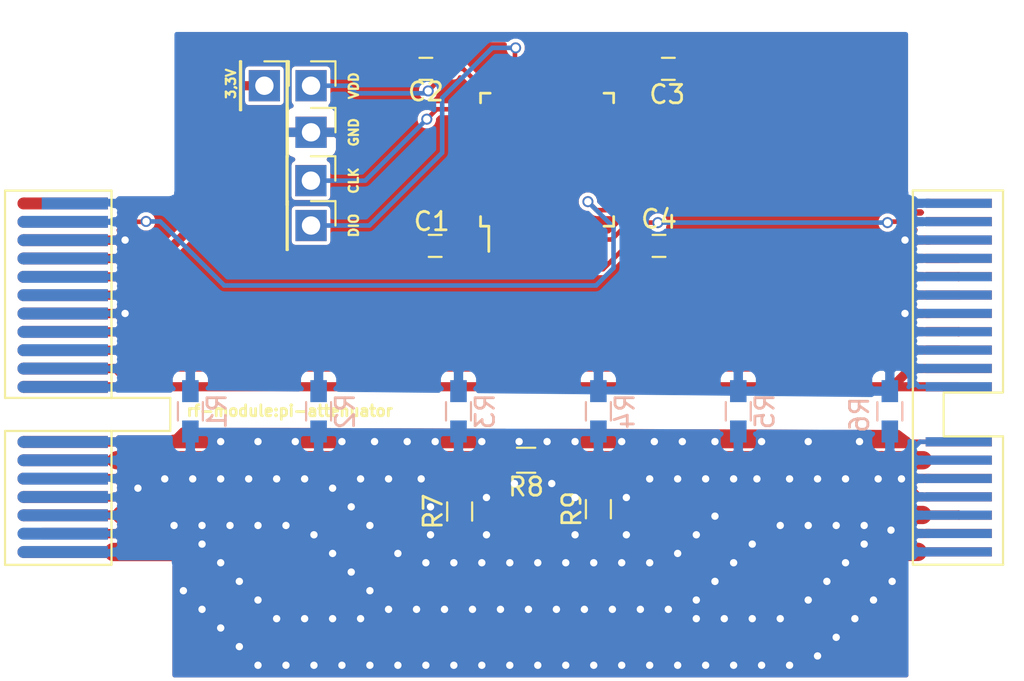
<source format=kicad_pcb>
(kicad_pcb (version 4) (host pcbnew 4.0.7)

  (general
    (links 101)
    (no_connects 4)
    (area 126.681999 70.357499 181.039001 106.045501)
    (thickness 1.6)
    (drawings 26)
    (tracks 741)
    (zones 0)
    (modules 21)
    (nets 51)
  )

  (page A4)
  (layers
    (0 F.Cu signal)
    (31 B.Cu signal)
    (32 B.Adhes user)
    (33 F.Adhes user)
    (34 B.Paste user)
    (35 F.Paste user)
    (36 B.SilkS user)
    (37 F.SilkS user)
    (38 B.Mask user)
    (39 F.Mask user)
    (40 Dwgs.User user)
    (41 Cmts.User user)
    (42 Eco1.User user)
    (43 Eco2.User user)
    (44 Edge.Cuts user)
    (45 Margin user)
    (46 B.CrtYd user)
    (47 F.CrtYd user)
    (48 B.Fab user)
    (49 F.Fab user)
  )

  (setup
    (last_trace_width 0.25)
    (trace_clearance 0.2)
    (zone_clearance 0.2)
    (zone_45_only no)
    (trace_min 0.2)
    (segment_width 0.2)
    (edge_width 0.001)
    (via_size 0.6)
    (via_drill 0.4)
    (via_min_size 0.4)
    (via_min_drill 0.3)
    (uvia_size 0.3)
    (uvia_drill 0.1)
    (uvias_allowed no)
    (uvia_min_size 0.2)
    (uvia_min_drill 0.1)
    (pcb_text_width 0.3)
    (pcb_text_size 1.5 1.5)
    (mod_edge_width 0.15)
    (mod_text_size 1 1)
    (mod_text_width 0.15)
    (pad_size 1.524 1.524)
    (pad_drill 0.762)
    (pad_to_mask_clearance 0.2)
    (aux_axis_origin 0 0)
    (visible_elements 7FFFFBFF)
    (pcbplotparams
      (layerselection 0x010f0_80000001)
      (usegerberextensions true)
      (excludeedgelayer true)
      (linewidth 0.100000)
      (plotframeref false)
      (viasonmask false)
      (mode 1)
      (useauxorigin false)
      (hpglpennumber 1)
      (hpglpenspeed 20)
      (hpglpendiameter 15)
      (hpglpenoverlay 2)
      (psnegative false)
      (psa4output false)
      (plotreference true)
      (plotvalue true)
      (plotinvisibletext false)
      (padsonsilk false)
      (subtractmaskfromsilk false)
      (outputformat 1)
      (mirror false)
      (drillshape 0)
      (scaleselection 1)
      (outputdirectory gerber-pi-att/))
  )

  (net 0 "")
  (net 1 /VDD)
  (net 2 GND)
  (net 3 /RX-PC)
  (net 4 /RX)
  (net 5 /3,3V)
  (net 6 /+5V)
  (net 7 /-5V)
  (net 8 /+12V)
  (net 9 /-12V)
  (net 10 /RF-GND)
  (net 11 /REF)
  (net 12 /AUX)
  (net 13 /RF-IN)
  (net 14 /TX)
  (net 15 /RF-OUT)
  (net 16 "Net-(U1-Pad1)")
  (net 17 "Net-(U1-Pad2)")
  (net 18 "Net-(U1-Pad3)")
  (net 19 "Net-(U1-Pad4)")
  (net 20 "Net-(U1-Pad5)")
  (net 21 "Net-(U1-Pad6)")
  (net 22 "Net-(U1-Pad10)")
  (net 23 "Net-(U1-Pad11)")
  (net 24 "Net-(U1-Pad14)")
  (net 25 "Net-(U1-Pad15)")
  (net 26 "Net-(U1-Pad16)")
  (net 27 "Net-(U1-Pad17)")
  (net 28 "Net-(U1-Pad18)")
  (net 29 "Net-(U1-Pad19)")
  (net 30 "Net-(U1-Pad21)")
  (net 31 "Net-(U1-Pad22)")
  (net 32 "Net-(U1-Pad25)")
  (net 33 "Net-(U1-Pad26)")
  (net 34 "Net-(U1-Pad27)")
  (net 35 "Net-(U1-Pad28)")
  (net 36 "Net-(U1-Pad29)")
  (net 37 "Net-(U1-Pad32)")
  (net 38 "Net-(U1-Pad33)")
  (net 39 "Net-(U1-Pad38)")
  (net 40 "Net-(U1-Pad39)")
  (net 41 "Net-(U1-Pad40)")
  (net 42 "Net-(U1-Pad41)")
  (net 43 "Net-(U1-Pad42)")
  (net 44 "Net-(U1-Pad43)")
  (net 45 "Net-(U1-Pad45)")
  (net 46 "Net-(U1-Pad46)")
  (net 47 /SWDIO)
  (net 48 /SWCLK)
  (net 49 "Net-(U1-Pad30)")
  (net 50 "Net-(U1-Pad31)")

  (net_class Default "Dies ist die voreingestellte Netzklasse."
    (clearance 0.2)
    (trace_width 0.25)
    (via_dia 0.6)
    (via_drill 0.4)
    (uvia_dia 0.3)
    (uvia_drill 0.1)
    (add_net /RF-GND)
    (add_net /RX)
    (add_net /RX-PC)
    (add_net /SWCLK)
    (add_net /SWDIO)
    (add_net /TX)
    (add_net /VDD)
    (add_net GND)
    (add_net "Net-(U1-Pad1)")
    (add_net "Net-(U1-Pad10)")
    (add_net "Net-(U1-Pad11)")
    (add_net "Net-(U1-Pad14)")
    (add_net "Net-(U1-Pad15)")
    (add_net "Net-(U1-Pad16)")
    (add_net "Net-(U1-Pad17)")
    (add_net "Net-(U1-Pad18)")
    (add_net "Net-(U1-Pad19)")
    (add_net "Net-(U1-Pad2)")
    (add_net "Net-(U1-Pad21)")
    (add_net "Net-(U1-Pad22)")
    (add_net "Net-(U1-Pad25)")
    (add_net "Net-(U1-Pad26)")
    (add_net "Net-(U1-Pad27)")
    (add_net "Net-(U1-Pad28)")
    (add_net "Net-(U1-Pad29)")
    (add_net "Net-(U1-Pad3)")
    (add_net "Net-(U1-Pad30)")
    (add_net "Net-(U1-Pad31)")
    (add_net "Net-(U1-Pad32)")
    (add_net "Net-(U1-Pad33)")
    (add_net "Net-(U1-Pad38)")
    (add_net "Net-(U1-Pad39)")
    (add_net "Net-(U1-Pad4)")
    (add_net "Net-(U1-Pad40)")
    (add_net "Net-(U1-Pad41)")
    (add_net "Net-(U1-Pad42)")
    (add_net "Net-(U1-Pad43)")
    (add_net "Net-(U1-Pad45)")
    (add_net "Net-(U1-Pad46)")
    (add_net "Net-(U1-Pad5)")
    (add_net "Net-(U1-Pad6)")
  )

  (net_class Power ""
    (clearance 0.2)
    (trace_width 0.5)
    (via_dia 0.6)
    (via_drill 0.4)
    (uvia_dia 0.3)
    (uvia_drill 0.1)
    (add_net /+12V)
    (add_net /+5V)
    (add_net /-12V)
    (add_net /-5V)
    (add_net /3,3V)
  )

  (net_class RF ""
    (clearance 0.15)
    (trace_width 1)
    (via_dia 0.6)
    (via_drill 0.4)
    (uvia_dia 0.3)
    (uvia_drill 0.1)
    (add_net /AUX)
    (add_net /REF)
    (add_net /RF-IN)
    (add_net /RF-OUT)
  )

  (module Connector_PCIx1:PCI-EXPRESS-SLOT (layer F.Cu) (tedit 5B0AF2DB) (tstamp 5B0A722C)
    (at 178.134 99.533 90)
    (path /5B02CF1F)
    (fp_text reference J12 (at 14.508 -3.31 90) (layer F.SilkS) hide
      (effects (font (size 1 1) (thickness 0.15)))
    )
    (fp_text value "PCIx136p Slot" (at 7.874 -4.572 90) (layer F.Fab)
      (effects (font (size 1 1) (thickness 0.15)))
    )
    (fp_line (start 9.2408 -0.2978) (end 9.2408 2.9022) (layer F.SilkS) (width 0.12))
    (fp_line (start 9.2374 -0.3232) (end 6.858 -0.3232) (layer F.SilkS) (width 0.12))
    (fp_line (start 6.8532 -0.2978) (end 6.8532 2.9022) (layer F.SilkS) (width 0.12))
    (fp_line (start 20.258 -2) (end -0.127 -2) (layer F.SilkS) (width 0.12))
    (fp_line (start 9.271 2.911) (end 20.258 2.911) (layer F.SilkS) (width 0.12))
    (fp_line (start 20.258 2.921) (end 20.258 -2) (layer F.SilkS) (width 0.12))
    (fp_line (start 6.858 2.911) (end -0.142 2.911) (layer F.SilkS) (width 0.12))
    (fp_line (start -0.142 -2) (end -0.142 2.921) (layer F.SilkS) (width 0.12))
    (fp_line (start 20.508 -5.45) (end -0.392 -5.45) (layer F.CrtYd) (width 0.05))
    (fp_line (start 20.508 -5.45) (end 20.508 4.05) (layer F.CrtYd) (width 0.05))
    (fp_line (start -0.392 4.05) (end -0.392 -5.45) (layer F.CrtYd) (width 0.05))
    (fp_line (start -0.392 4.05) (end 20.508 4.05) (layer F.CrtYd) (width 0.05))
    (pad B1 connect rect (at 19.558 0.5 90) (size 0.5 3.6) (layers F.Cu F.Mask)
      (net 3 /RX-PC))
    (pad B2 connect rect (at 18.558 0.5 90) (size 0.5 3.6) (layers F.Cu F.Mask)
      (net 14 /TX))
    (pad B3 connect rect (at 17.558 0.5 90) (size 0.5 3.6) (layers F.Cu F.Mask)
      (net 2 GND))
    (pad B4 connect rect (at 16.558 0.5 90) (size 0.5 3.6) (layers F.Cu F.Mask)
      (net 5 /3,3V))
    (pad B5 connect rect (at 15.558 0.5 90) (size 0.5 3.6) (layers F.Cu F.Mask)
      (net 6 /+5V))
    (pad B6 connect rect (at 14.558 0.5 90) (size 0.5 3.6) (layers F.Cu F.Mask)
      (net 7 /-5V))
    (pad B7 connect rect (at 13.558 0.5 90) (size 0.5 3.6) (layers F.Cu F.Mask)
      (net 2 GND))
    (pad B8 connect rect (at 12.558 0.5 90) (size 0.5 3.6) (layers F.Cu F.Mask)
      (net 8 /+12V))
    (pad B9 connect rect (at 11.558 0.5 90) (size 0.5 3.6) (layers F.Cu F.Mask)
      (net 8 /+12V))
    (pad B10 connect rect (at 10.558 0.5 90) (size 0.5 3.6) (layers F.Cu F.Mask)
      (net 9 /-12V))
    (pad B11 connect rect (at 9.558 0.5 90) (size 0.5 3.6) (layers F.Cu F.Mask)
      (net 9 /-12V))
    (pad B14 connect rect (at 4.558 0.5 90) (size 0.5 3.6) (layers F.Cu F.Mask)
      (net 10 /RF-GND))
    (pad B15 connect rect (at 3.558 0.5 90) (size 0.5 3.6) (layers F.Cu F.Mask)
      (net 10 /RF-GND))
    (pad B16 connect rect (at 2.558 0.5 90) (size 0.5 3.6) (layers F.Cu F.Mask)
      (net 11 /REF))
    (pad B17 connect rect (at 1.558 0.5 90) (size 0.5 3.6) (layers F.Cu F.Mask)
      (net 10 /RF-GND))
    (pad B18 connect rect (at 0.558 0.5 90) (size 0.5 3.6) (layers F.Cu F.Mask)
      (net 12 /AUX))
    (pad B12 connect rect (at 6.558 0.5 90) (size 0.5 3.6) (layers F.Cu F.Mask)
      (net 10 /RF-GND))
    (pad B13 connect rect (at 5.558 0.5 90) (size 0.5 3.6) (layers F.Cu F.Mask)
      (net 15 /RF-OUT))
    (pad A1 connect rect (at 19.558 0.5 90) (size 0.5 3.6) (layers B.Cu B.Mask)
      (net 2 GND))
    (pad A2 connect rect (at 18.558 0.5 90) (size 0.5 3.6) (layers B.Cu B.Mask)
      (net 2 GND))
    (pad A3 connect rect (at 17.558 0.5 90) (size 0.5 3.6) (layers B.Cu B.Mask)
      (net 2 GND))
    (pad A4 connect rect (at 16.558 0.5 90) (size 0.5 3.6) (layers B.Cu B.Mask)
      (net 2 GND))
    (pad A5 connect rect (at 15.558 0.5 90) (size 0.5 3.6) (layers B.Cu B.Mask)
      (net 2 GND))
    (pad A6 connect rect (at 14.558 0.5 90) (size 0.5 3.6) (layers B.Cu B.Mask)
      (net 2 GND))
    (pad A7 connect rect (at 13.558 0.5 90) (size 0.5 3.6) (layers B.Cu B.Mask)
      (net 2 GND))
    (pad A8 connect rect (at 12.558 0.5 90) (size 0.5 3.6) (layers B.Cu B.Mask)
      (net 2 GND))
    (pad A9 connect rect (at 11.558 0.5 90) (size 0.5 3.6) (layers B.Cu B.Mask)
      (net 2 GND))
    (pad A10 connect rect (at 10.558 0.5 90) (size 0.5 3.6) (layers B.Cu B.Mask)
      (net 2 GND))
    (pad A11 connect rect (at 9.558 0.5 90) (size 0.5 3.6) (layers B.Cu B.Mask)
      (net 2 GND))
    (pad A14 connect rect (at 4.558 0.5 90) (size 0.5 3.6) (layers B.Cu B.Mask)
      (net 10 /RF-GND))
    (pad A15 connect rect (at 3.558 0.5 90) (size 0.5 3.6) (layers B.Cu B.Mask)
      (net 10 /RF-GND))
    (pad A16 connect rect (at 2.558 0.5 90) (size 0.5 3.6) (layers B.Cu B.Mask)
      (net 10 /RF-GND))
    (pad A17 connect rect (at 1.558 0.5 90) (size 0.5 3.6) (layers B.Cu B.Mask)
      (net 10 /RF-GND))
    (pad A18 connect rect (at 0.558 0.5 90) (size 0.5 3.6) (layers B.Cu B.Mask)
      (net 10 /RF-GND))
    (pad A12 connect rect (at 6.558 0.5 90) (size 0.5 3.6) (layers B.Cu B.Mask)
      (net 10 /RF-GND))
    (pad A13 connect rect (at 5.558 0.5 90) (size 0.5 3.6) (layers B.Cu B.Mask)
      (net 10 /RF-GND))
  )

  (module Pin_Headers:Pin_Header_Straight_1x01_Pitch2.54mm (layer F.Cu) (tedit 5B0EC536) (tstamp 5B0EB8B6)
    (at 143.35125 81.18475 270)
    (descr "Through hole straight pin header, 1x01, 2.54mm pitch, single row")
    (tags "Through hole pin header THT 1x01 2.54mm single row")
    (path /5B02E84E)
    (fp_text reference DIO (at 0 -2.33 270) (layer F.SilkS)
      (effects (font (size 0.5 0.5) (thickness 0.125)))
    )
    (fp_text value Conn_01x01 (at 0 2.33 270) (layer F.Fab)
      (effects (font (size 1 1) (thickness 0.15)))
    )
    (fp_line (start -0.635 -1.27) (end 1.27 -1.27) (layer F.Fab) (width 0.1))
    (fp_line (start 1.27 -1.27) (end 1.27 1.27) (layer F.Fab) (width 0.1))
    (fp_line (start 1.27 1.27) (end -1.27 1.27) (layer F.Fab) (width 0.1))
    (fp_line (start -1.27 1.27) (end -1.27 -0.635) (layer F.Fab) (width 0.1))
    (fp_line (start -1.27 -0.635) (end -0.635 -1.27) (layer F.Fab) (width 0.1))
    (fp_line (start -1.33 1.33) (end 1.33 1.33) (layer F.SilkS) (width 0.12))
    (fp_line (start -1.33 1.27) (end -1.33 1.33) (layer F.SilkS) (width 0.12))
    (fp_line (start 1.33 1.27) (end 1.33 1.33) (layer F.SilkS) (width 0.12))
    (fp_line (start -1.33 1.27) (end 1.33 1.27) (layer F.SilkS) (width 0.12))
    (fp_line (start -1.33 0) (end -1.33 -1.33) (layer F.SilkS) (width 0.12))
    (fp_line (start -1.33 -1.33) (end 0 -1.33) (layer F.SilkS) (width 0.12))
    (fp_line (start -1.8 -1.8) (end -1.8 1.8) (layer F.CrtYd) (width 0.05))
    (fp_line (start -1.8 1.8) (end 1.8 1.8) (layer F.CrtYd) (width 0.05))
    (fp_line (start 1.8 1.8) (end 1.8 -1.8) (layer F.CrtYd) (width 0.05))
    (fp_line (start 1.8 -1.8) (end -1.8 -1.8) (layer F.CrtYd) (width 0.05))
    (fp_text user %R (at 0 0 360) (layer F.Fab)
      (effects (font (size 1 1) (thickness 0.15)))
    )
    (pad 1 thru_hole rect (at 0 0 270) (size 1.7 1.7) (drill 1) (layers *.Cu *.Mask)
      (net 47 /SWDIO))
    (model ${KISYS3DMOD}/Pin_Headers.3dshapes/Pin_Header_Straight_1x01_Pitch2.54mm.wrl
      (at (xyz 0 0 0))
      (scale (xyz 1 1 1))
      (rotate (xyz 0 0 0))
    )
  )

  (module Pin_Headers:Pin_Header_Straight_1x01_Pitch2.54mm (layer F.Cu) (tedit 5B0EC543) (tstamp 5B0EB8E0)
    (at 143.35125 76.10475 270)
    (descr "Through hole straight pin header, 1x01, 2.54mm pitch, single row")
    (tags "Through hole pin header THT 1x01 2.54mm single row")
    (path /5B02E7B6)
    (fp_text reference GND (at 0 -2.33 270) (layer F.SilkS)
      (effects (font (size 0.5 0.5) (thickness 0.125)))
    )
    (fp_text value Conn_01x01 (at 0 2.33 270) (layer F.Fab)
      (effects (font (size 1 1) (thickness 0.15)))
    )
    (fp_line (start -0.635 -1.27) (end 1.27 -1.27) (layer F.Fab) (width 0.1))
    (fp_line (start 1.27 -1.27) (end 1.27 1.27) (layer F.Fab) (width 0.1))
    (fp_line (start 1.27 1.27) (end -1.27 1.27) (layer F.Fab) (width 0.1))
    (fp_line (start -1.27 1.27) (end -1.27 -0.635) (layer F.Fab) (width 0.1))
    (fp_line (start -1.27 -0.635) (end -0.635 -1.27) (layer F.Fab) (width 0.1))
    (fp_line (start -1.33 1.33) (end 1.33 1.33) (layer F.SilkS) (width 0.12))
    (fp_line (start -1.33 1.27) (end -1.33 1.33) (layer F.SilkS) (width 0.12))
    (fp_line (start 1.33 1.27) (end 1.33 1.33) (layer F.SilkS) (width 0.12))
    (fp_line (start -1.33 1.27) (end 1.33 1.27) (layer F.SilkS) (width 0.12))
    (fp_line (start -1.33 0) (end -1.33 -1.33) (layer F.SilkS) (width 0.12))
    (fp_line (start -1.33 -1.33) (end 0 -1.33) (layer F.SilkS) (width 0.12))
    (fp_line (start -1.8 -1.8) (end -1.8 1.8) (layer F.CrtYd) (width 0.05))
    (fp_line (start -1.8 1.8) (end 1.8 1.8) (layer F.CrtYd) (width 0.05))
    (fp_line (start 1.8 1.8) (end 1.8 -1.8) (layer F.CrtYd) (width 0.05))
    (fp_line (start 1.8 -1.8) (end -1.8 -1.8) (layer F.CrtYd) (width 0.05))
    (fp_text user %R (at 0 0 360) (layer F.Fab)
      (effects (font (size 1 1) (thickness 0.15)))
    )
    (pad 1 thru_hole rect (at 0 0 270) (size 1.7 1.7) (drill 1) (layers *.Cu *.Mask)
      (net 2 GND))
    (model ${KISYS3DMOD}/Pin_Headers.3dshapes/Pin_Header_Straight_1x01_Pitch2.54mm.wrl
      (at (xyz 0 0 0))
      (scale (xyz 1 1 1))
      (rotate (xyz 0 0 0))
    )
  )

  (module Pin_Headers:Pin_Header_Straight_1x01_Pitch2.54mm (layer F.Cu) (tedit 5B0F1742) (tstamp 5B0EB8A1)
    (at 140.81125 73.56475 270)
    (descr "Through hole straight pin header, 1x01, 2.54mm pitch, single row")
    (tags "Through hole pin header THT 1x01 2.54mm single row")
    (path /5B02E92F)
    (fp_text reference 3,3V (at 0 -2.33 270) (layer F.SilkS) hide
      (effects (font (size 0.5 0.5) (thickness 0.125)))
    )
    (fp_text value Conn_01x01 (at 0 2.33 270) (layer F.Fab) hide
      (effects (font (size 1 1) (thickness 0.15)))
    )
    (fp_line (start -0.635 -1.27) (end 1.27 -1.27) (layer F.Fab) (width 0.1))
    (fp_line (start 1.27 -1.27) (end 1.27 1.27) (layer F.Fab) (width 0.1))
    (fp_line (start 1.27 1.27) (end -1.27 1.27) (layer F.Fab) (width 0.1))
    (fp_line (start -1.27 1.27) (end -1.27 -0.635) (layer F.Fab) (width 0.1))
    (fp_line (start -1.27 -0.635) (end -0.635 -1.27) (layer F.Fab) (width 0.1))
    (fp_line (start -1.33 1.33) (end 1.33 1.33) (layer F.SilkS) (width 0.12))
    (fp_line (start -1.33 1.27) (end -1.33 1.33) (layer F.SilkS) (width 0.12))
    (fp_line (start 1.33 1.27) (end 1.33 1.33) (layer F.SilkS) (width 0.12))
    (fp_line (start -1.33 1.27) (end 1.33 1.27) (layer F.SilkS) (width 0.12))
    (fp_line (start -1.33 0) (end -1.33 -1.33) (layer F.SilkS) (width 0.12))
    (fp_line (start -1.33 -1.33) (end 0 -1.33) (layer F.SilkS) (width 0.12))
    (fp_line (start -1.8 -1.8) (end -1.8 1.8) (layer F.CrtYd) (width 0.05))
    (fp_line (start -1.8 1.8) (end 1.8 1.8) (layer F.CrtYd) (width 0.05))
    (fp_line (start 1.8 1.8) (end 1.8 -1.8) (layer F.CrtYd) (width 0.05))
    (fp_line (start 1.8 -1.8) (end -1.8 -1.8) (layer F.CrtYd) (width 0.05))
    (fp_text user 3,3V (at -0.10795 1.82245 450) (layer F.SilkS)
      (effects (font (size 0.5 0.5) (thickness 0.125)))
    )
    (pad 1 thru_hole rect (at 0 0 270) (size 1.7 1.7) (drill 1) (layers *.Cu *.Mask)
      (net 5 /3,3V))
    (model ${KISYS3DMOD}/Pin_Headers.3dshapes/Pin_Header_Straight_1x01_Pitch2.54mm.wrl
      (at (xyz 0 0 0))
      (scale (xyz 1 1 1))
      (rotate (xyz 0 0 0))
    )
  )

  (module uC:LQFP-48_7x7mm_Pitch0.5mm (layer F.Cu) (tedit 5B0AF3A1) (tstamp 5B0A7290)
    (at 156.21 77.597 90)
    (descr "48 LEAD LQFP 7x7mm (see MICREL LQFP7x7-48LD-PL-1.pdf)")
    (tags "QFP 0.5")
    (path /5B02CE31)
    (attr smd)
    (fp_text reference U1 (at 0 0 90) (layer F.SilkS) hide
      (effects (font (size 1 1) (thickness 0.15)))
    )
    (fp_text value STM32-48PIN (at 0 6 90) (layer F.Fab) hide
      (effects (font (size 1 1) (thickness 0.15)))
    )
    (fp_text user %R (at 0 0 90) (layer F.Fab) hide
      (effects (font (size 1 1) (thickness 0.15)))
    )
    (fp_line (start -2.5 -3.5) (end 3.5 -3.5) (layer F.Fab) (width 0.15))
    (fp_line (start 3.5 -3.5) (end 3.5 3.5) (layer F.Fab) (width 0.15))
    (fp_line (start 3.5 3.5) (end -3.5 3.5) (layer F.Fab) (width 0.15))
    (fp_line (start -3.5 3.5) (end -3.5 -2.5) (layer F.Fab) (width 0.15))
    (fp_line (start -3.5 -2.5) (end -2.5 -3.5) (layer F.Fab) (width 0.15))
    (fp_line (start -5.25 -5.25) (end -5.25 5.25) (layer F.CrtYd) (width 0.05))
    (fp_line (start 5.25 -5.25) (end 5.25 5.25) (layer F.CrtYd) (width 0.05))
    (fp_line (start -5.25 -5.25) (end 5.25 -5.25) (layer F.CrtYd) (width 0.05))
    (fp_line (start -5.25 5.25) (end 5.25 5.25) (layer F.CrtYd) (width 0.05))
    (fp_line (start -3.625 -3.625) (end -3.625 -3.175) (layer F.SilkS) (width 0.15))
    (fp_line (start 3.625 -3.625) (end 3.625 -3.1) (layer F.SilkS) (width 0.15))
    (fp_line (start 3.625 3.625) (end 3.625 3.1) (layer F.SilkS) (width 0.15))
    (fp_line (start -3.625 3.625) (end -3.625 3.1) (layer F.SilkS) (width 0.15))
    (fp_line (start -3.625 -3.625) (end -3.1 -3.625) (layer F.SilkS) (width 0.15))
    (fp_line (start -3.625 3.625) (end -3.1 3.625) (layer F.SilkS) (width 0.15))
    (fp_line (start 3.625 3.625) (end 3.1 3.625) (layer F.SilkS) (width 0.15))
    (fp_line (start 3.625 -3.625) (end 3.1 -3.625) (layer F.SilkS) (width 0.15))
    (fp_line (start -3.625 -3.175) (end -5 -3.175) (layer F.SilkS) (width 0.15))
    (pad 1 smd rect (at -4.35 -2.75 90) (size 1.3 0.25) (layers F.Cu F.Paste F.Mask)
      (net 16 "Net-(U1-Pad1)"))
    (pad 2 smd rect (at -4.35 -2.25 90) (size 1.3 0.25) (layers F.Cu F.Paste F.Mask)
      (net 17 "Net-(U1-Pad2)"))
    (pad 3 smd rect (at -4.35 -1.75 90) (size 1.3 0.25) (layers F.Cu F.Paste F.Mask)
      (net 18 "Net-(U1-Pad3)"))
    (pad 4 smd rect (at -4.35 -1.25 90) (size 1.3 0.25) (layers F.Cu F.Paste F.Mask)
      (net 19 "Net-(U1-Pad4)"))
    (pad 5 smd rect (at -4.35 -0.75 90) (size 1.3 0.25) (layers F.Cu F.Paste F.Mask)
      (net 20 "Net-(U1-Pad5)"))
    (pad 6 smd rect (at -4.35 -0.25 90) (size 1.3 0.25) (layers F.Cu F.Paste F.Mask)
      (net 21 "Net-(U1-Pad6)"))
    (pad 7 smd rect (at -4.35 0.25 90) (size 1.3 0.25) (layers F.Cu F.Paste F.Mask)
      (net 1 /VDD))
    (pad 8 smd rect (at -4.35 0.75 90) (size 1.3 0.25) (layers F.Cu F.Paste F.Mask)
      (net 2 GND))
    (pad 9 smd rect (at -4.35 1.25 90) (size 1.3 0.25) (layers F.Cu F.Paste F.Mask)
      (net 1 /VDD))
    (pad 10 smd rect (at -4.35 1.75 90) (size 1.3 0.25) (layers F.Cu F.Paste F.Mask)
      (net 22 "Net-(U1-Pad10)"))
    (pad 11 smd rect (at -4.35 2.25 90) (size 1.3 0.25) (layers F.Cu F.Paste F.Mask)
      (net 23 "Net-(U1-Pad11)"))
    (pad 12 smd rect (at -4.35 2.75 90) (size 1.3 0.25) (layers F.Cu F.Paste F.Mask)
      (net 14 /TX))
    (pad 13 smd rect (at -2.75 4.35 180) (size 1.3 0.25) (layers F.Cu F.Paste F.Mask)
      (net 4 /RX))
    (pad 14 smd rect (at -2.25 4.35 180) (size 1.3 0.25) (layers F.Cu F.Paste F.Mask)
      (net 24 "Net-(U1-Pad14)"))
    (pad 15 smd rect (at -1.75 4.35 180) (size 1.3 0.25) (layers F.Cu F.Paste F.Mask)
      (net 25 "Net-(U1-Pad15)"))
    (pad 16 smd rect (at -1.25 4.35 180) (size 1.3 0.25) (layers F.Cu F.Paste F.Mask)
      (net 26 "Net-(U1-Pad16)"))
    (pad 17 smd rect (at -0.75 4.35 180) (size 1.3 0.25) (layers F.Cu F.Paste F.Mask)
      (net 27 "Net-(U1-Pad17)"))
    (pad 18 smd rect (at -0.25 4.35 180) (size 1.3 0.25) (layers F.Cu F.Paste F.Mask)
      (net 28 "Net-(U1-Pad18)"))
    (pad 19 smd rect (at 0.25 4.35 180) (size 1.3 0.25) (layers F.Cu F.Paste F.Mask)
      (net 29 "Net-(U1-Pad19)"))
    (pad 20 smd rect (at 0.75 4.35 180) (size 1.3 0.25) (layers F.Cu F.Paste F.Mask)
      (net 2 GND))
    (pad 21 smd rect (at 1.25 4.35 180) (size 1.3 0.25) (layers F.Cu F.Paste F.Mask)
      (net 30 "Net-(U1-Pad21)"))
    (pad 22 smd rect (at 1.75 4.35 180) (size 1.3 0.25) (layers F.Cu F.Paste F.Mask)
      (net 31 "Net-(U1-Pad22)"))
    (pad 23 smd rect (at 2.25 4.35 180) (size 1.3 0.25) (layers F.Cu F.Paste F.Mask)
      (net 2 GND))
    (pad 24 smd rect (at 2.75 4.35 180) (size 1.3 0.25) (layers F.Cu F.Paste F.Mask)
      (net 1 /VDD))
    (pad 25 smd rect (at 4.35 2.75 90) (size 1.3 0.25) (layers F.Cu F.Paste F.Mask)
      (net 32 "Net-(U1-Pad25)"))
    (pad 26 smd rect (at 4.35 2.25 90) (size 1.3 0.25) (layers F.Cu F.Paste F.Mask)
      (net 33 "Net-(U1-Pad26)"))
    (pad 27 smd rect (at 4.35 1.75 90) (size 1.3 0.25) (layers F.Cu F.Paste F.Mask)
      (net 34 "Net-(U1-Pad27)"))
    (pad 28 smd rect (at 4.35 1.25 90) (size 1.3 0.25) (layers F.Cu F.Paste F.Mask)
      (net 35 "Net-(U1-Pad28)"))
    (pad 29 smd rect (at 4.35 0.75 90) (size 1.3 0.25) (layers F.Cu F.Paste F.Mask)
      (net 36 "Net-(U1-Pad29)"))
    (pad 30 smd rect (at 4.35 0.25 90) (size 1.3 0.25) (layers F.Cu F.Paste F.Mask)
      (net 49 "Net-(U1-Pad30)"))
    (pad 31 smd rect (at 4.35 -0.25 90) (size 1.3 0.25) (layers F.Cu F.Paste F.Mask)
      (net 50 "Net-(U1-Pad31)"))
    (pad 32 smd rect (at 4.35 -0.75 90) (size 1.3 0.25) (layers F.Cu F.Paste F.Mask)
      (net 37 "Net-(U1-Pad32)"))
    (pad 33 smd rect (at 4.35 -1.25 90) (size 1.3 0.25) (layers F.Cu F.Paste F.Mask)
      (net 38 "Net-(U1-Pad33)"))
    (pad 34 smd rect (at 4.35 -1.75 90) (size 1.3 0.25) (layers F.Cu F.Paste F.Mask)
      (net 47 /SWDIO))
    (pad 35 smd rect (at 4.35 -2.25 90) (size 1.3 0.25) (layers F.Cu F.Paste F.Mask)
      (net 2 GND))
    (pad 36 smd rect (at 4.35 -2.75 90) (size 1.3 0.25) (layers F.Cu F.Paste F.Mask)
      (net 1 /VDD))
    (pad 37 smd rect (at 2.75 -4.35 180) (size 1.3 0.25) (layers F.Cu F.Paste F.Mask)
      (net 48 /SWCLK))
    (pad 38 smd rect (at 2.25 -4.35 180) (size 1.3 0.25) (layers F.Cu F.Paste F.Mask)
      (net 39 "Net-(U1-Pad38)"))
    (pad 39 smd rect (at 1.75 -4.35 180) (size 1.3 0.25) (layers F.Cu F.Paste F.Mask)
      (net 40 "Net-(U1-Pad39)"))
    (pad 40 smd rect (at 1.25 -4.35 180) (size 1.3 0.25) (layers F.Cu F.Paste F.Mask)
      (net 41 "Net-(U1-Pad40)"))
    (pad 41 smd rect (at 0.75 -4.35 180) (size 1.3 0.25) (layers F.Cu F.Paste F.Mask)
      (net 42 "Net-(U1-Pad41)"))
    (pad 42 smd rect (at 0.25 -4.35 180) (size 1.3 0.25) (layers F.Cu F.Paste F.Mask)
      (net 43 "Net-(U1-Pad42)"))
    (pad 43 smd rect (at -0.25 -4.35 180) (size 1.3 0.25) (layers F.Cu F.Paste F.Mask)
      (net 44 "Net-(U1-Pad43)"))
    (pad 44 smd rect (at -0.75 -4.35 180) (size 1.3 0.25) (layers F.Cu F.Paste F.Mask)
      (net 2 GND))
    (pad 45 smd rect (at -1.25 -4.35 180) (size 1.3 0.25) (layers F.Cu F.Paste F.Mask)
      (net 45 "Net-(U1-Pad45)"))
    (pad 46 smd rect (at -1.75 -4.35 180) (size 1.3 0.25) (layers F.Cu F.Paste F.Mask)
      (net 46 "Net-(U1-Pad46)"))
    (pad 47 smd rect (at -2.25 -4.35 180) (size 1.3 0.25) (layers F.Cu F.Paste F.Mask)
      (net 2 GND))
    (pad 48 smd rect (at -2.75 -4.35 180) (size 1.3 0.25) (layers F.Cu F.Paste F.Mask)
      (net 1 /VDD))
    (model ${KISYS3DMOD}/Housings_QFP.3dshapes/LQFP-48_7x7mm_Pitch0.5mm.wrl
      (at (xyz 0 0 0))
      (scale (xyz 1 1 1))
      (rotate (xyz 0 0 0))
    )
  )

  (module Connectors:PCI-EXPRESS (layer F.Cu) (tedit 5B0AF2DF) (tstamp 5B0A71D7)
    (at 130.484 79.983 270)
    (path /5B02DD7E)
    (fp_text reference J1 (at 5.05 -3.31 270) (layer F.SilkS) hide
      (effects (font (size 1 1) (thickness 0.15)))
    )
    (fp_text value PCIx136p (at 16.48 -3.31 270) (layer F.Fab) hide
      (effects (font (size 1 1) (thickness 0.15)))
    )
    (fp_line (start 10.6 -2) (end 10.6 -5.2) (layer F.SilkS) (width 0.12))
    (fp_line (start 10.6 -5.2) (end 12.4 -5.2) (layer F.SilkS) (width 0.12))
    (fp_line (start 12.4 -5.2) (end 12.4 -2) (layer F.SilkS) (width 0.12))
    (fp_line (start -0.7 -2) (end 10.6 -2) (layer F.SilkS) (width 0.12))
    (fp_line (start 10.6 -2) (end 10.6 3.8) (layer F.SilkS) (width 0.12))
    (fp_line (start 10.6 3.8) (end -0.7 3.8) (layer F.SilkS) (width 0.12))
    (fp_line (start -0.7 3.8) (end -0.7 -2) (layer F.SilkS) (width 0.12))
    (fp_line (start 19.7 -2) (end 12.4 -2) (layer F.SilkS) (width 0.12))
    (fp_line (start 12.4 3.8) (end 19.7 3.8) (layer F.SilkS) (width 0.12))
    (fp_line (start 12.4 -2) (end 12.4 3.8) (layer F.SilkS) (width 0.12))
    (fp_line (start 19.7 -2) (end 19.7 3.8) (layer F.SilkS) (width 0.12))
    (fp_line (start -0.95 -5.45) (end 19.95 -5.45) (layer F.CrtYd) (width 0.05))
    (fp_line (start -0.95 -5.45) (end -0.95 4.05) (layer F.CrtYd) (width 0.05))
    (fp_line (start 19.95 4.05) (end 19.95 -5.45) (layer F.CrtYd) (width 0.05))
    (fp_line (start 19.95 4.05) (end -0.95 4.05) (layer F.CrtYd) (width 0.05))
    (pad "" connect circle (at 19 2.8 270) (size 0.65 0.65) (layers F.Cu F.Mask))
    (pad B1 connect rect (at 0 0.5 270) (size 0.65 4.6) (layers F.Cu F.Mask)
      (net 3 /RX-PC))
    (pad B2 connect rect (at 1 0.5 270) (size 0.65 4.6) (layers F.Cu F.Mask)
      (net 4 /RX))
    (pad B3 connect rect (at 2 0.5 270) (size 0.65 4.6) (layers F.Cu F.Mask)
      (net 2 GND))
    (pad B4 connect rect (at 3 0.5 270) (size 0.65 4.6) (layers F.Cu F.Mask)
      (net 5 /3,3V))
    (pad B5 connect rect (at 4 0.5 270) (size 0.65 4.6) (layers F.Cu F.Mask)
      (net 6 /+5V))
    (pad B6 connect rect (at 5 0.5 270) (size 0.65 4.6) (layers F.Cu F.Mask)
      (net 7 /-5V))
    (pad B7 connect rect (at 6 0.5 270) (size 0.65 4.6) (layers F.Cu F.Mask)
      (net 2 GND))
    (pad B8 connect rect (at 7 0.5 270) (size 0.65 4.6) (layers F.Cu F.Mask)
      (net 8 /+12V))
    (pad B9 connect rect (at 8 0.5 270) (size 0.65 4.6) (layers F.Cu F.Mask)
      (net 8 /+12V))
    (pad B10 connect rect (at 9 0.5 270) (size 0.65 4.6) (layers F.Cu F.Mask)
      (net 9 /-12V))
    (pad B11 connect rect (at 10 0.5 270) (size 0.65 4.6) (layers F.Cu F.Mask)
      (net 9 /-12V))
    (pad B14 connect rect (at 15 0.5 270) (size 0.65 4.6) (layers F.Cu F.Mask)
      (net 10 /RF-GND))
    (pad B15 connect rect (at 16 0.5 270) (size 0.65 4.6) (layers F.Cu F.Mask)
      (net 10 /RF-GND))
    (pad B16 connect rect (at 17 0.5 270) (size 0.65 4.6) (layers F.Cu F.Mask)
      (net 11 /REF))
    (pad B17 connect rect (at 18 0 270) (size 0.65 3.6) (layers F.Cu F.Mask)
      (net 10 /RF-GND))
    (pad B18 connect rect (at 19 0.5 270) (size 0.65 4.6) (layers F.Cu F.Mask)
      (net 12 /AUX))
    (pad B12 connect rect (at 13 0.5 270) (size 0.65 4.6) (layers F.Cu F.Mask)
      (net 10 /RF-GND))
    (pad B13 connect rect (at 14 0.5 270) (size 0.65 4.6) (layers F.Cu F.Mask)
      (net 13 /RF-IN))
    (pad A1 connect rect (at 0 0 270) (size 0.65 3.6) (layers B.Cu B.Mask)
      (net 2 GND))
    (pad A2 connect rect (at 1 0.5 270) (size 0.65 4.6) (layers B.Cu B.Mask)
      (net 2 GND))
    (pad A3 connect rect (at 2 0.5 270) (size 0.65 4.6) (layers B.Cu B.Mask)
      (net 2 GND))
    (pad A4 connect rect (at 3 0.5 270) (size 0.65 4.6) (layers B.Cu B.Mask)
      (net 2 GND))
    (pad A5 connect rect (at 4 0.5 270) (size 0.65 4.6) (layers B.Cu B.Mask)
      (net 2 GND))
    (pad A6 connect rect (at 5 0.5 270) (size 0.65 4.6) (layers B.Cu B.Mask)
      (net 2 GND))
    (pad A7 connect rect (at 6 0.5 270) (size 0.65 4.6) (layers B.Cu B.Mask)
      (net 2 GND))
    (pad A8 connect rect (at 7 0.5 270) (size 0.65 4.6) (layers B.Cu B.Mask)
      (net 2 GND))
    (pad A9 connect rect (at 8 0.5 270) (size 0.65 4.6) (layers B.Cu B.Mask)
      (net 2 GND))
    (pad A10 connect rect (at 9 0.5 270) (size 0.65 4.6) (layers B.Cu B.Mask)
      (net 2 GND))
    (pad A11 connect rect (at 10 0.5 270) (size 0.65 4.6) (layers B.Cu B.Mask)
      (net 2 GND))
    (pad A14 connect rect (at 15 0.5 270) (size 0.65 4.6) (layers B.Cu B.Mask)
      (net 10 /RF-GND))
    (pad A15 connect rect (at 16 0.5 270) (size 0.65 4.6) (layers B.Cu B.Mask)
      (net 10 /RF-GND))
    (pad A16 connect rect (at 17 0.5 270) (size 0.65 4.6) (layers B.Cu B.Mask)
      (net 10 /RF-GND))
    (pad A17 connect rect (at 18 0.5 270) (size 0.65 4.6) (layers B.Cu B.Mask)
      (net 10 /RF-GND))
    (pad A18 connect rect (at 19 0.5 270) (size 0.65 4.6) (layers B.Cu B.Mask)
      (net 10 /RF-GND))
    (pad A12 connect rect (at 13 0.5 270) (size 0.65 4.6) (layers B.Cu B.Mask)
      (net 10 /RF-GND))
    (pad A13 connect rect (at 14 0.5 270) (size 0.65 4.6) (layers B.Cu B.Mask)
      (net 10 /RF-GND))
    (pad "" connect circle (at 2 2.8 270) (size 0.65 0.65) (layers F.Cu F.Mask))
    (pad "" connect circle (at 3 2.8 270) (size 0.65 0.65) (layers F.Cu F.Mask))
    (pad "" connect circle (at 4 2.8 270) (size 0.65 0.65) (layers F.Cu F.Mask))
    (pad "" connect circle (at 5 2.8 270) (size 0.65 0.65) (layers F.Cu F.Mask))
    (pad "" connect circle (at 6 2.8 270) (size 0.65 0.65) (layers F.Cu F.Mask))
    (pad "" connect circle (at 7 2.8 270) (size 0.65 0.65) (layers F.Cu F.Mask))
    (pad "" connect circle (at 8 2.8 270) (size 0.65 0.65) (layers F.Cu F.Mask))
    (pad "" connect circle (at 9 2.8 270) (size 0.65 0.65) (layers F.Cu F.Mask))
    (pad "" connect circle (at 10 2.8 270) (size 0.65 0.65) (layers F.Cu F.Mask))
    (pad "" connect circle (at 0 2.8 270) (size 0.65 0.65) (layers F.Cu F.Mask))
    (pad "" connect circle (at 13 2.8 270) (size 0.65 0.65) (layers F.Cu F.Mask))
    (pad "" connect circle (at 14 2.8 270) (size 0.65 0.65) (layers F.Cu F.Mask))
    (pad "" connect circle (at 15 2.8 270) (size 0.65 0.65) (layers F.Cu F.Mask))
    (pad "" connect circle (at 16 2.8 270) (size 0.65 0.65) (layers F.Cu F.Mask))
    (pad "" connect circle (at 17 2.8 270) (size 0.65 0.65) (layers F.Cu F.Mask))
    (pad "" connect circle (at 1 2.8 270) (size 0.65 0.65) (layers F.Cu F.Mask))
    (pad "" connect oval (at 3 2.8) (size 0.65 0.65) (layers B.Cu B.Mask))
    (pad "" connect oval (at 4 2.8) (size 0.65 0.65) (layers B.Cu B.Mask))
    (pad "" connect oval (at 5 2.8) (size 0.65 0.65) (layers B.Cu B.Mask))
    (pad "" connect oval (at 6 2.8) (size 0.65 0.65) (layers B.Cu B.Mask))
    (pad "" connect oval (at 7 2.8) (size 0.65 0.65) (layers B.Cu B.Mask))
    (pad "" connect oval (at 8 2.8) (size 0.65 0.65) (layers B.Cu B.Mask))
    (pad "" connect oval (at 9 2.8) (size 0.65 0.65) (layers B.Cu B.Mask))
    (pad "" connect oval (at 15 2.8) (size 0.65 0.65) (layers B.Cu B.Mask))
    (pad "" connect oval (at 16 2.8) (size 0.65 0.65) (layers B.Cu B.Mask))
    (pad "" connect oval (at 2 2.8) (size 0.65 0.65) (layers B.Cu B.Mask))
    (pad "" connect oval (at 14 2.8) (size 0.65 0.65) (layers B.Cu B.Mask))
    (pad "" connect oval (at 17 2.8) (size 0.65 0.65) (layers B.Cu B.Mask))
    (pad "" connect oval (at 10 2.8) (size 0.65 0.65) (layers B.Cu B.Mask))
    (pad "" connect oval (at 13 2.8) (size 0.65 0.65) (layers B.Cu B.Mask))
    (pad "" connect oval (at 18 2.8) (size 0.65 0.65) (layers B.Cu B.Mask))
    (pad "" connect oval (at 19 2.8) (size 0.65 0.65) (layers B.Cu B.Mask))
    (pad "" connect oval (at 1 2.8) (size 0.65 0.65) (layers B.Cu B.Mask))
  )

  (module Capacitors_SMD:C_0603_HandSoldering (layer F.Cu) (tedit 5B0F170F) (tstamp 5B0A717B)
    (at 150.114 82.296 180)
    (descr "Capacitor SMD 0603, hand soldering")
    (tags "capacitor 0603")
    (path /5B097648)
    (attr smd)
    (fp_text reference C1 (at 0.1905 1.3335 180) (layer F.SilkS)
      (effects (font (size 1 1) (thickness 0.15)))
    )
    (fp_text value 100nF (at 0 1.5 180) (layer F.Fab) hide
      (effects (font (size 1 1) (thickness 0.15)))
    )
    (fp_text user %R (at 0 -1.25 180) (layer F.Fab) hide
      (effects (font (size 1 1) (thickness 0.15)))
    )
    (fp_line (start -0.8 0.4) (end -0.8 -0.4) (layer F.Fab) (width 0.1))
    (fp_line (start 0.8 0.4) (end -0.8 0.4) (layer F.Fab) (width 0.1))
    (fp_line (start 0.8 -0.4) (end 0.8 0.4) (layer F.Fab) (width 0.1))
    (fp_line (start -0.8 -0.4) (end 0.8 -0.4) (layer F.Fab) (width 0.1))
    (fp_line (start -0.35 -0.6) (end 0.35 -0.6) (layer F.SilkS) (width 0.12))
    (fp_line (start 0.35 0.6) (end -0.35 0.6) (layer F.SilkS) (width 0.12))
    (fp_line (start -1.8 -0.65) (end 1.8 -0.65) (layer F.CrtYd) (width 0.05))
    (fp_line (start -1.8 -0.65) (end -1.8 0.65) (layer F.CrtYd) (width 0.05))
    (fp_line (start 1.8 0.65) (end 1.8 -0.65) (layer F.CrtYd) (width 0.05))
    (fp_line (start 1.8 0.65) (end -1.8 0.65) (layer F.CrtYd) (width 0.05))
    (pad 1 smd rect (at -0.95 0 180) (size 1.2 0.75) (layers F.Cu F.Paste F.Mask)
      (net 1 /VDD))
    (pad 2 smd rect (at 0.95 0 180) (size 1.2 0.75) (layers F.Cu F.Paste F.Mask)
      (net 2 GND))
    (model Capacitors_SMD.3dshapes/C_0603.wrl
      (at (xyz 0 0 0))
      (scale (xyz 1 1 1))
      (rotate (xyz 0 0 0))
    )
  )

  (module Capacitors_SMD:C_0603_HandSoldering (layer F.Cu) (tedit 5B0F1713) (tstamp 5B0A7181)
    (at 149.606 72.644 180)
    (descr "Capacitor SMD 0603, hand soldering")
    (tags "capacitor 0603")
    (path /5B09772B)
    (attr smd)
    (fp_text reference C2 (at 0 -1.25 180) (layer F.SilkS)
      (effects (font (size 1 1) (thickness 0.15)))
    )
    (fp_text value 100nF (at 0 1.5 180) (layer F.Fab) hide
      (effects (font (size 1 1) (thickness 0.15)))
    )
    (fp_text user %R (at 0 -1.25 180) (layer F.Fab) hide
      (effects (font (size 1 1) (thickness 0.15)))
    )
    (fp_line (start -0.8 0.4) (end -0.8 -0.4) (layer F.Fab) (width 0.1))
    (fp_line (start 0.8 0.4) (end -0.8 0.4) (layer F.Fab) (width 0.1))
    (fp_line (start 0.8 -0.4) (end 0.8 0.4) (layer F.Fab) (width 0.1))
    (fp_line (start -0.8 -0.4) (end 0.8 -0.4) (layer F.Fab) (width 0.1))
    (fp_line (start -0.35 -0.6) (end 0.35 -0.6) (layer F.SilkS) (width 0.12))
    (fp_line (start 0.35 0.6) (end -0.35 0.6) (layer F.SilkS) (width 0.12))
    (fp_line (start -1.8 -0.65) (end 1.8 -0.65) (layer F.CrtYd) (width 0.05))
    (fp_line (start -1.8 -0.65) (end -1.8 0.65) (layer F.CrtYd) (width 0.05))
    (fp_line (start 1.8 0.65) (end 1.8 -0.65) (layer F.CrtYd) (width 0.05))
    (fp_line (start 1.8 0.65) (end -1.8 0.65) (layer F.CrtYd) (width 0.05))
    (pad 1 smd rect (at -0.95 0 180) (size 1.2 0.75) (layers F.Cu F.Paste F.Mask)
      (net 1 /VDD))
    (pad 2 smd rect (at 0.95 0 180) (size 1.2 0.75) (layers F.Cu F.Paste F.Mask)
      (net 2 GND))
    (model Capacitors_SMD.3dshapes/C_0603.wrl
      (at (xyz 0 0 0))
      (scale (xyz 1 1 1))
      (rotate (xyz 0 0 0))
    )
  )

  (module Capacitors_SMD:C_0603_HandSoldering (layer F.Cu) (tedit 5B0F171B) (tstamp 5B0A7187)
    (at 162.814 72.644)
    (descr "Capacitor SMD 0603, hand soldering")
    (tags "capacitor 0603")
    (path /5B09783A)
    (attr smd)
    (fp_text reference C3 (at -0.0635 1.397) (layer F.SilkS)
      (effects (font (size 1 1) (thickness 0.15)))
    )
    (fp_text value 100nF (at 0 1.5) (layer F.Fab) hide
      (effects (font (size 1 1) (thickness 0.15)))
    )
    (fp_text user %R (at 0 -1.25) (layer F.Fab) hide
      (effects (font (size 1 1) (thickness 0.15)))
    )
    (fp_line (start -0.8 0.4) (end -0.8 -0.4) (layer F.Fab) (width 0.1))
    (fp_line (start 0.8 0.4) (end -0.8 0.4) (layer F.Fab) (width 0.1))
    (fp_line (start 0.8 -0.4) (end 0.8 0.4) (layer F.Fab) (width 0.1))
    (fp_line (start -0.8 -0.4) (end 0.8 -0.4) (layer F.Fab) (width 0.1))
    (fp_line (start -0.35 -0.6) (end 0.35 -0.6) (layer F.SilkS) (width 0.12))
    (fp_line (start 0.35 0.6) (end -0.35 0.6) (layer F.SilkS) (width 0.12))
    (fp_line (start -1.8 -0.65) (end 1.8 -0.65) (layer F.CrtYd) (width 0.05))
    (fp_line (start -1.8 -0.65) (end -1.8 0.65) (layer F.CrtYd) (width 0.05))
    (fp_line (start 1.8 0.65) (end 1.8 -0.65) (layer F.CrtYd) (width 0.05))
    (fp_line (start 1.8 0.65) (end -1.8 0.65) (layer F.CrtYd) (width 0.05))
    (pad 1 smd rect (at -0.95 0) (size 1.2 0.75) (layers F.Cu F.Paste F.Mask)
      (net 1 /VDD))
    (pad 2 smd rect (at 0.95 0) (size 1.2 0.75) (layers F.Cu F.Paste F.Mask)
      (net 2 GND))
    (model Capacitors_SMD.3dshapes/C_0603.wrl
      (at (xyz 0 0 0))
      (scale (xyz 1 1 1))
      (rotate (xyz 0 0 0))
    )
  )

  (module Capacitors_SMD:C_0603_HandSoldering (layer F.Cu) (tedit 5B0F1707) (tstamp 5B0A718D)
    (at 162.306 82.296)
    (descr "Capacitor SMD 0603, hand soldering")
    (tags "capacitor 0603")
    (path /5B097890)
    (attr smd)
    (fp_text reference C4 (at 0 -1.4605) (layer F.SilkS)
      (effects (font (size 1 1) (thickness 0.15)))
    )
    (fp_text value 100nF (at 0 1.5) (layer F.Fab) hide
      (effects (font (size 1 1) (thickness 0.15)))
    )
    (fp_text user %R (at 0 -1.25) (layer F.Fab) hide
      (effects (font (size 1 1) (thickness 0.15)))
    )
    (fp_line (start -0.8 0.4) (end -0.8 -0.4) (layer F.Fab) (width 0.1))
    (fp_line (start 0.8 0.4) (end -0.8 0.4) (layer F.Fab) (width 0.1))
    (fp_line (start 0.8 -0.4) (end 0.8 0.4) (layer F.Fab) (width 0.1))
    (fp_line (start -0.8 -0.4) (end 0.8 -0.4) (layer F.Fab) (width 0.1))
    (fp_line (start -0.35 -0.6) (end 0.35 -0.6) (layer F.SilkS) (width 0.12))
    (fp_line (start 0.35 0.6) (end -0.35 0.6) (layer F.SilkS) (width 0.12))
    (fp_line (start -1.8 -0.65) (end 1.8 -0.65) (layer F.CrtYd) (width 0.05))
    (fp_line (start -1.8 -0.65) (end -1.8 0.65) (layer F.CrtYd) (width 0.05))
    (fp_line (start 1.8 0.65) (end 1.8 -0.65) (layer F.CrtYd) (width 0.05))
    (fp_line (start 1.8 0.65) (end -1.8 0.65) (layer F.CrtYd) (width 0.05))
    (pad 1 smd rect (at -0.95 0) (size 1.2 0.75) (layers F.Cu F.Paste F.Mask)
      (net 1 /VDD))
    (pad 2 smd rect (at 0.95 0) (size 1.2 0.75) (layers F.Cu F.Paste F.Mask)
      (net 2 GND))
    (model Capacitors_SMD.3dshapes/C_0603.wrl
      (at (xyz 0 0 0))
      (scale (xyz 1 1 1))
      (rotate (xyz 0 0 0))
    )
  )

  (module Resistors_SMD:R_0603_HandSoldering (layer B.Cu) (tedit 5B1680EA) (tstamp 5B0A7232)
    (at 136.779 91.313 90)
    (descr "Resistor SMD 0603, hand soldering")
    (tags "resistor 0603")
    (path /5B0A7455)
    (attr smd)
    (fp_text reference R1 (at 0 1.45 90) (layer B.SilkS)
      (effects (font (size 1 1) (thickness 0.15)) (justify mirror))
    )
    (fp_text value 0 (at 0 -1.55 90) (layer B.Fab) hide
      (effects (font (size 1 1) (thickness 0.15)) (justify mirror))
    )
    (fp_text user %R (at 0 0 90) (layer B.Fab) hide
      (effects (font (size 0.4 0.4) (thickness 0.075)) (justify mirror))
    )
    (fp_line (start -0.8 -0.4) (end -0.8 0.4) (layer B.Fab) (width 0.1))
    (fp_line (start 0.8 -0.4) (end -0.8 -0.4) (layer B.Fab) (width 0.1))
    (fp_line (start 0.8 0.4) (end 0.8 -0.4) (layer B.Fab) (width 0.1))
    (fp_line (start -0.8 0.4) (end 0.8 0.4) (layer B.Fab) (width 0.1))
    (fp_line (start 0.5 -0.68) (end -0.5 -0.68) (layer B.SilkS) (width 0.12))
    (fp_line (start -0.5 0.68) (end 0.5 0.68) (layer B.SilkS) (width 0.12))
    (fp_line (start -1.96 0.7) (end 1.95 0.7) (layer B.CrtYd) (width 0.05))
    (fp_line (start -1.96 0.7) (end -1.96 -0.7) (layer B.CrtYd) (width 0.05))
    (fp_line (start 1.95 -0.7) (end 1.95 0.7) (layer B.CrtYd) (width 0.05))
    (fp_line (start 1.95 -0.7) (end -1.96 -0.7) (layer B.CrtYd) (width 0.05))
    (pad 1 smd rect (at -1.1 0 90) (size 1.2 0.9) (layers B.Cu B.Paste B.Mask)
      (net 10 /RF-GND))
    (pad 2 smd rect (at 1.1 0 90) (size 1.2 0.9) (layers B.Cu B.Paste B.Mask)
      (net 2 GND))
    (model ${KISYS3DMOD}/Resistors_SMD.3dshapes/R_0603.wrl
      (at (xyz 0 0 0))
      (scale (xyz 1 1 1))
      (rotate (xyz 0 0 0))
    )
  )

  (module Resistors_SMD:R_0603_HandSoldering (layer B.Cu) (tedit 5B1EA946) (tstamp 5B0A7238)
    (at 151.384 91.313 90)
    (descr "Resistor SMD 0603, hand soldering")
    (tags "resistor 0603")
    (path /5B0A74C1)
    (attr smd)
    (fp_text reference R3 (at 0 1.45 90) (layer B.SilkS)
      (effects (font (size 1 1) (thickness 0.15)) (justify mirror))
    )
    (fp_text value 0 (at 0 -1.55 90) (layer B.Fab) hide
      (effects (font (size 1 1) (thickness 0.15)) (justify mirror))
    )
    (fp_text user %R (at 0 0 90) (layer B.Fab) hide
      (effects (font (size 0.4 0.4) (thickness 0.075)) (justify mirror))
    )
    (fp_line (start -0.8 -0.4) (end -0.8 0.4) (layer B.Fab) (width 0.1))
    (fp_line (start 0.8 -0.4) (end -0.8 -0.4) (layer B.Fab) (width 0.1))
    (fp_line (start 0.8 0.4) (end 0.8 -0.4) (layer B.Fab) (width 0.1))
    (fp_line (start -0.8 0.4) (end 0.8 0.4) (layer B.Fab) (width 0.1))
    (fp_line (start 0.5 -0.68) (end -0.5 -0.68) (layer B.SilkS) (width 0.12))
    (fp_line (start -0.5 0.68) (end 0.5 0.68) (layer B.SilkS) (width 0.12))
    (fp_line (start -1.96 0.7) (end 1.95 0.7) (layer B.CrtYd) (width 0.05))
    (fp_line (start -1.96 0.7) (end -1.96 -0.7) (layer B.CrtYd) (width 0.05))
    (fp_line (start 1.95 -0.7) (end 1.95 0.7) (layer B.CrtYd) (width 0.05))
    (fp_line (start 1.95 -0.7) (end -1.96 -0.7) (layer B.CrtYd) (width 0.05))
    (pad 1 smd rect (at -1.1 0 90) (size 1.2 0.9) (layers B.Cu B.Paste B.Mask)
      (net 10 /RF-GND))
    (pad 2 smd rect (at 1.1 0 90) (size 1.2 0.9) (layers B.Cu B.Paste B.Mask)
      (net 2 GND))
    (model ${KISYS3DMOD}/Resistors_SMD.3dshapes/R_0603.wrl
      (at (xyz 0 0 0))
      (scale (xyz 1 1 1))
      (rotate (xyz 0 0 0))
    )
  )

  (module Resistors_SMD:R_0603_HandSoldering (layer B.Cu) (tedit 5B1EA930) (tstamp 5B0A723E)
    (at 143.764 91.313 90)
    (descr "Resistor SMD 0603, hand soldering")
    (tags "resistor 0603")
    (path /5B0A753D)
    (attr smd)
    (fp_text reference R2 (at 0 1.45 90) (layer B.SilkS)
      (effects (font (size 1 1) (thickness 0.15)) (justify mirror))
    )
    (fp_text value 0 (at 0 -1.55 90) (layer B.Fab) hide
      (effects (font (size 1 1) (thickness 0.15)) (justify mirror))
    )
    (fp_text user %R (at 0 0 90) (layer B.Fab) hide
      (effects (font (size 0.4 0.4) (thickness 0.075)) (justify mirror))
    )
    (fp_line (start -0.8 -0.4) (end -0.8 0.4) (layer B.Fab) (width 0.1))
    (fp_line (start 0.8 -0.4) (end -0.8 -0.4) (layer B.Fab) (width 0.1))
    (fp_line (start 0.8 0.4) (end 0.8 -0.4) (layer B.Fab) (width 0.1))
    (fp_line (start -0.8 0.4) (end 0.8 0.4) (layer B.Fab) (width 0.1))
    (fp_line (start 0.5 -0.68) (end -0.5 -0.68) (layer B.SilkS) (width 0.12))
    (fp_line (start -0.5 0.68) (end 0.5 0.68) (layer B.SilkS) (width 0.12))
    (fp_line (start -1.96 0.7) (end 1.95 0.7) (layer B.CrtYd) (width 0.05))
    (fp_line (start -1.96 0.7) (end -1.96 -0.7) (layer B.CrtYd) (width 0.05))
    (fp_line (start 1.95 -0.7) (end 1.95 0.7) (layer B.CrtYd) (width 0.05))
    (fp_line (start 1.95 -0.7) (end -1.96 -0.7) (layer B.CrtYd) (width 0.05))
    (pad 1 smd rect (at -1.1 0 90) (size 1.2 0.9) (layers B.Cu B.Paste B.Mask)
      (net 10 /RF-GND))
    (pad 2 smd rect (at 1.1 0 90) (size 1.2 0.9) (layers B.Cu B.Paste B.Mask)
      (net 2 GND))
    (model ${KISYS3DMOD}/Resistors_SMD.3dshapes/R_0603.wrl
      (at (xyz 0 0 0))
      (scale (xyz 1 1 1))
      (rotate (xyz 0 0 0))
    )
  )

  (module Resistors_SMD:R_0603_HandSoldering (layer B.Cu) (tedit 5B1EA94D) (tstamp 5B0A7250)
    (at 159.004 91.313 90)
    (descr "Resistor SMD 0603, hand soldering")
    (tags "resistor 0603")
    (path /5B0A75F1)
    (attr smd)
    (fp_text reference R4 (at 0 1.45 90) (layer B.SilkS)
      (effects (font (size 1 1) (thickness 0.15)) (justify mirror))
    )
    (fp_text value 0 (at 0 -1.55 90) (layer B.Fab) hide
      (effects (font (size 1 1) (thickness 0.15)) (justify mirror))
    )
    (fp_text user %R (at 0 0 90) (layer B.Fab) hide
      (effects (font (size 0.4 0.4) (thickness 0.075)) (justify mirror))
    )
    (fp_line (start -0.8 -0.4) (end -0.8 0.4) (layer B.Fab) (width 0.1))
    (fp_line (start 0.8 -0.4) (end -0.8 -0.4) (layer B.Fab) (width 0.1))
    (fp_line (start 0.8 0.4) (end 0.8 -0.4) (layer B.Fab) (width 0.1))
    (fp_line (start -0.8 0.4) (end 0.8 0.4) (layer B.Fab) (width 0.1))
    (fp_line (start 0.5 -0.68) (end -0.5 -0.68) (layer B.SilkS) (width 0.12))
    (fp_line (start -0.5 0.68) (end 0.5 0.68) (layer B.SilkS) (width 0.12))
    (fp_line (start -1.96 0.7) (end 1.95 0.7) (layer B.CrtYd) (width 0.05))
    (fp_line (start -1.96 0.7) (end -1.96 -0.7) (layer B.CrtYd) (width 0.05))
    (fp_line (start 1.95 -0.7) (end 1.95 0.7) (layer B.CrtYd) (width 0.05))
    (fp_line (start 1.95 -0.7) (end -1.96 -0.7) (layer B.CrtYd) (width 0.05))
    (pad 1 smd rect (at -1.1 0 90) (size 1.2 0.9) (layers B.Cu B.Paste B.Mask)
      (net 10 /RF-GND))
    (pad 2 smd rect (at 1.1 0 90) (size 1.2 0.9) (layers B.Cu B.Paste B.Mask)
      (net 2 GND))
    (model ${KISYS3DMOD}/Resistors_SMD.3dshapes/R_0603.wrl
      (at (xyz 0 0 0))
      (scale (xyz 1 1 1))
      (rotate (xyz 0 0 0))
    )
  )

  (module Resistors_SMD:R_0603_HandSoldering (layer B.Cu) (tedit 5B1EA951) (tstamp 5B0A7256)
    (at 166.624 91.313 90)
    (descr "Resistor SMD 0603, hand soldering")
    (tags "resistor 0603")
    (path /5B0A76CD)
    (attr smd)
    (fp_text reference R5 (at 0 1.45 90) (layer B.SilkS)
      (effects (font (size 1 1) (thickness 0.15)) (justify mirror))
    )
    (fp_text value 0 (at 0 -1.55 90) (layer B.Fab)
      (effects (font (size 1 1) (thickness 0.15)) (justify mirror))
    )
    (fp_text user %R (at 0 0 90) (layer B.Fab)
      (effects (font (size 0.4 0.4) (thickness 0.075)) (justify mirror))
    )
    (fp_line (start -0.8 -0.4) (end -0.8 0.4) (layer B.Fab) (width 0.1))
    (fp_line (start 0.8 -0.4) (end -0.8 -0.4) (layer B.Fab) (width 0.1))
    (fp_line (start 0.8 0.4) (end 0.8 -0.4) (layer B.Fab) (width 0.1))
    (fp_line (start -0.8 0.4) (end 0.8 0.4) (layer B.Fab) (width 0.1))
    (fp_line (start 0.5 -0.68) (end -0.5 -0.68) (layer B.SilkS) (width 0.12))
    (fp_line (start -0.5 0.68) (end 0.5 0.68) (layer B.SilkS) (width 0.12))
    (fp_line (start -1.96 0.7) (end 1.95 0.7) (layer B.CrtYd) (width 0.05))
    (fp_line (start -1.96 0.7) (end -1.96 -0.7) (layer B.CrtYd) (width 0.05))
    (fp_line (start 1.95 -0.7) (end 1.95 0.7) (layer B.CrtYd) (width 0.05))
    (fp_line (start 1.95 -0.7) (end -1.96 -0.7) (layer B.CrtYd) (width 0.05))
    (pad 1 smd rect (at -1.1 0 90) (size 1.2 0.9) (layers B.Cu B.Paste B.Mask)
      (net 10 /RF-GND))
    (pad 2 smd rect (at 1.1 0 90) (size 1.2 0.9) (layers B.Cu B.Paste B.Mask)
      (net 2 GND))
    (model ${KISYS3DMOD}/Resistors_SMD.3dshapes/R_0603.wrl
      (at (xyz 0 0 0))
      (scale (xyz 1 1 1))
      (rotate (xyz 0 0 0))
    )
  )

  (module Resistors_SMD:R_0603_HandSoldering (layer B.Cu) (tedit 5B1EA958) (tstamp 5B0A725C)
    (at 174.879 91.313 90)
    (descr "Resistor SMD 0603, hand soldering")
    (tags "resistor 0603")
    (path /5B0A76D3)
    (attr smd)
    (fp_text reference R6 (at -0.1905 -1.651 90) (layer B.SilkS)
      (effects (font (size 1 1) (thickness 0.15)) (justify mirror))
    )
    (fp_text value 0 (at 0 -1.55 90) (layer B.Fab)
      (effects (font (size 1 1) (thickness 0.15)) (justify mirror))
    )
    (fp_text user %R (at 0 0 90) (layer B.Fab)
      (effects (font (size 0.4 0.4) (thickness 0.075)) (justify mirror))
    )
    (fp_line (start -0.8 -0.4) (end -0.8 0.4) (layer B.Fab) (width 0.1))
    (fp_line (start 0.8 -0.4) (end -0.8 -0.4) (layer B.Fab) (width 0.1))
    (fp_line (start 0.8 0.4) (end 0.8 -0.4) (layer B.Fab) (width 0.1))
    (fp_line (start -0.8 0.4) (end 0.8 0.4) (layer B.Fab) (width 0.1))
    (fp_line (start 0.5 -0.68) (end -0.5 -0.68) (layer B.SilkS) (width 0.12))
    (fp_line (start -0.5 0.68) (end 0.5 0.68) (layer B.SilkS) (width 0.12))
    (fp_line (start -1.96 0.7) (end 1.95 0.7) (layer B.CrtYd) (width 0.05))
    (fp_line (start -1.96 0.7) (end -1.96 -0.7) (layer B.CrtYd) (width 0.05))
    (fp_line (start 1.95 -0.7) (end 1.95 0.7) (layer B.CrtYd) (width 0.05))
    (fp_line (start 1.95 -0.7) (end -1.96 -0.7) (layer B.CrtYd) (width 0.05))
    (pad 1 smd rect (at -1.1 0 90) (size 1.2 0.9) (layers B.Cu B.Paste B.Mask)
      (net 10 /RF-GND))
    (pad 2 smd rect (at 1.1 0 90) (size 1.2 0.9) (layers B.Cu B.Paste B.Mask)
      (net 2 GND))
    (model ${KISYS3DMOD}/Resistors_SMD.3dshapes/R_0603.wrl
      (at (xyz 0 0 0))
      (scale (xyz 1 1 1))
      (rotate (xyz 0 0 0))
    )
  )

  (module Resistors_SMD:R_0603_HandSoldering (layer F.Cu) (tedit 5B1EA966) (tstamp 5B0A8C37)
    (at 151.4475 96.774 90)
    (descr "Resistor SMD 0603, hand soldering")
    (tags "resistor 0603")
    (path /5B0A9007)
    (attr smd)
    (fp_text reference R7 (at 0 -1.45 90) (layer F.SilkS)
      (effects (font (size 1 1) (thickness 0.15)))
    )
    (fp_text value ? (at 0 1.55 90) (layer F.Fab)
      (effects (font (size 1 1) (thickness 0.15)))
    )
    (fp_text user %R (at 0 0 90) (layer F.Fab)
      (effects (font (size 0.4 0.4) (thickness 0.075)))
    )
    (fp_line (start -0.8 0.4) (end -0.8 -0.4) (layer F.Fab) (width 0.1))
    (fp_line (start 0.8 0.4) (end -0.8 0.4) (layer F.Fab) (width 0.1))
    (fp_line (start 0.8 -0.4) (end 0.8 0.4) (layer F.Fab) (width 0.1))
    (fp_line (start -0.8 -0.4) (end 0.8 -0.4) (layer F.Fab) (width 0.1))
    (fp_line (start 0.5 0.68) (end -0.5 0.68) (layer F.SilkS) (width 0.12))
    (fp_line (start -0.5 -0.68) (end 0.5 -0.68) (layer F.SilkS) (width 0.12))
    (fp_line (start -1.96 -0.7) (end 1.95 -0.7) (layer F.CrtYd) (width 0.05))
    (fp_line (start -1.96 -0.7) (end -1.96 0.7) (layer F.CrtYd) (width 0.05))
    (fp_line (start 1.95 0.7) (end 1.95 -0.7) (layer F.CrtYd) (width 0.05))
    (fp_line (start 1.95 0.7) (end -1.96 0.7) (layer F.CrtYd) (width 0.05))
    (pad 1 smd rect (at -1.1 0 90) (size 1.2 0.9) (layers F.Cu F.Paste F.Mask)
      (net 10 /RF-GND))
    (pad 2 smd rect (at 1.1 0 90) (size 1.2 0.9) (layers F.Cu F.Paste F.Mask)
      (net 13 /RF-IN))
    (model ${KISYS3DMOD}/Resistors_SMD.3dshapes/R_0603.wrl
      (at (xyz 0 0 0))
      (scale (xyz 1 1 1))
      (rotate (xyz 0 0 0))
    )
  )

  (module Resistors_SMD:R_0603_HandSoldering (layer F.Cu) (tedit 5B1EA96C) (tstamp 5B0A8C48)
    (at 155.067 93.98 180)
    (descr "Resistor SMD 0603, hand soldering")
    (tags "resistor 0603")
    (path /5B0A913E)
    (attr smd)
    (fp_text reference R8 (at 0 -1.45 180) (layer F.SilkS)
      (effects (font (size 1 1) (thickness 0.15)))
    )
    (fp_text value ? (at 0 1.55 180) (layer F.Fab)
      (effects (font (size 1 1) (thickness 0.15)))
    )
    (fp_text user %R (at 0 0 180) (layer F.Fab)
      (effects (font (size 0.4 0.4) (thickness 0.075)))
    )
    (fp_line (start -0.8 0.4) (end -0.8 -0.4) (layer F.Fab) (width 0.1))
    (fp_line (start 0.8 0.4) (end -0.8 0.4) (layer F.Fab) (width 0.1))
    (fp_line (start 0.8 -0.4) (end 0.8 0.4) (layer F.Fab) (width 0.1))
    (fp_line (start -0.8 -0.4) (end 0.8 -0.4) (layer F.Fab) (width 0.1))
    (fp_line (start 0.5 0.68) (end -0.5 0.68) (layer F.SilkS) (width 0.12))
    (fp_line (start -0.5 -0.68) (end 0.5 -0.68) (layer F.SilkS) (width 0.12))
    (fp_line (start -1.96 -0.7) (end 1.95 -0.7) (layer F.CrtYd) (width 0.05))
    (fp_line (start -1.96 -0.7) (end -1.96 0.7) (layer F.CrtYd) (width 0.05))
    (fp_line (start 1.95 0.7) (end 1.95 -0.7) (layer F.CrtYd) (width 0.05))
    (fp_line (start 1.95 0.7) (end -1.96 0.7) (layer F.CrtYd) (width 0.05))
    (pad 1 smd rect (at -1.1 0 180) (size 1.2 0.9) (layers F.Cu F.Paste F.Mask)
      (net 15 /RF-OUT))
    (pad 2 smd rect (at 1.1 0 180) (size 1.2 0.9) (layers F.Cu F.Paste F.Mask)
      (net 13 /RF-IN))
    (model ${KISYS3DMOD}/Resistors_SMD.3dshapes/R_0603.wrl
      (at (xyz 0 0 0))
      (scale (xyz 1 1 1))
      (rotate (xyz 0 0 0))
    )
  )

  (module Resistors_SMD:R_0603_HandSoldering (layer F.Cu) (tedit 5B1EA971) (tstamp 5B0A8C59)
    (at 159.004 96.647 90)
    (descr "Resistor SMD 0603, hand soldering")
    (tags "resistor 0603")
    (path /5B0A90A5)
    (attr smd)
    (fp_text reference R9 (at 0 -1.45 90) (layer F.SilkS)
      (effects (font (size 1 1) (thickness 0.15)))
    )
    (fp_text value ? (at 0 1.55 90) (layer F.Fab)
      (effects (font (size 1 1) (thickness 0.15)))
    )
    (fp_text user %R (at 0 0 90) (layer F.Fab)
      (effects (font (size 0.4 0.4) (thickness 0.075)))
    )
    (fp_line (start -0.8 0.4) (end -0.8 -0.4) (layer F.Fab) (width 0.1))
    (fp_line (start 0.8 0.4) (end -0.8 0.4) (layer F.Fab) (width 0.1))
    (fp_line (start 0.8 -0.4) (end 0.8 0.4) (layer F.Fab) (width 0.1))
    (fp_line (start -0.8 -0.4) (end 0.8 -0.4) (layer F.Fab) (width 0.1))
    (fp_line (start 0.5 0.68) (end -0.5 0.68) (layer F.SilkS) (width 0.12))
    (fp_line (start -0.5 -0.68) (end 0.5 -0.68) (layer F.SilkS) (width 0.12))
    (fp_line (start -1.96 -0.7) (end 1.95 -0.7) (layer F.CrtYd) (width 0.05))
    (fp_line (start -1.96 -0.7) (end -1.96 0.7) (layer F.CrtYd) (width 0.05))
    (fp_line (start 1.95 0.7) (end 1.95 -0.7) (layer F.CrtYd) (width 0.05))
    (fp_line (start 1.95 0.7) (end -1.96 0.7) (layer F.CrtYd) (width 0.05))
    (pad 1 smd rect (at -1.1 0 90) (size 1.2 0.9) (layers F.Cu F.Paste F.Mask)
      (net 10 /RF-GND))
    (pad 2 smd rect (at 1.1 0 90) (size 1.2 0.9) (layers F.Cu F.Paste F.Mask)
      (net 15 /RF-OUT))
    (model ${KISYS3DMOD}/Resistors_SMD.3dshapes/R_0603.wrl
      (at (xyz 0 0 0))
      (scale (xyz 1 1 1))
      (rotate (xyz 0 0 0))
    )
  )

  (module Pin_Headers:Pin_Header_Straight_1x01_Pitch2.54mm (layer F.Cu) (tedit 5B0EC58E) (tstamp 5B0EC70C)
    (at 143.35125 73.56475 270)
    (descr "Through hole straight pin header, 1x01, 2.54mm pitch, single row")
    (tags "Through hole pin header THT 1x01 2.54mm single row")
    (path /5B02E7B0)
    (fp_text reference VDD (at 0 -2.33 270) (layer F.SilkS)
      (effects (font (size 0.5 0.5) (thickness 0.125)))
    )
    (fp_text value Conn_01x01 (at 0 2.33 270) (layer F.Fab)
      (effects (font (size 1 1) (thickness 0.15)))
    )
    (fp_line (start -0.635 -1.27) (end 1.27 -1.27) (layer F.Fab) (width 0.1))
    (fp_line (start 1.27 -1.27) (end 1.27 1.27) (layer F.Fab) (width 0.1))
    (fp_line (start 1.27 1.27) (end -1.27 1.27) (layer F.Fab) (width 0.1))
    (fp_line (start -1.27 1.27) (end -1.27 -0.635) (layer F.Fab) (width 0.1))
    (fp_line (start -1.27 -0.635) (end -0.635 -1.27) (layer F.Fab) (width 0.1))
    (fp_line (start -1.33 1.33) (end 1.33 1.33) (layer F.SilkS) (width 0.12))
    (fp_line (start -1.33 1.27) (end -1.33 1.33) (layer F.SilkS) (width 0.12))
    (fp_line (start 1.33 1.27) (end 1.33 1.33) (layer F.SilkS) (width 0.12))
    (fp_line (start -1.33 1.27) (end 1.33 1.27) (layer F.SilkS) (width 0.12))
    (fp_line (start -1.33 0) (end -1.33 -1.33) (layer F.SilkS) (width 0.12))
    (fp_line (start -1.33 -1.33) (end 0 -1.33) (layer F.SilkS) (width 0.12))
    (fp_line (start -1.8 -1.8) (end -1.8 1.8) (layer F.CrtYd) (width 0.05))
    (fp_line (start -1.8 1.8) (end 1.8 1.8) (layer F.CrtYd) (width 0.05))
    (fp_line (start 1.8 1.8) (end 1.8 -1.8) (layer F.CrtYd) (width 0.05))
    (fp_line (start 1.8 -1.8) (end -1.8 -1.8) (layer F.CrtYd) (width 0.05))
    (fp_text user %R (at 0 0 360) (layer F.Fab)
      (effects (font (size 1 1) (thickness 0.15)))
    )
    (pad 1 thru_hole rect (at 0 0 270) (size 1.7 1.7) (drill 1) (layers *.Cu *.Mask)
      (net 1 /VDD))
    (model ${KISYS3DMOD}/Pin_Headers.3dshapes/Pin_Header_Straight_1x01_Pitch2.54mm.wrl
      (at (xyz 0 0 0))
      (scale (xyz 1 1 1))
      (rotate (xyz 0 0 0))
    )
  )

  (module Pin_Headers:Pin_Header_Straight_1x01_Pitch2.54mm (layer F.Cu) (tedit 5B0F1665) (tstamp 5B0F167D)
    (at 143.3449 78.74 270)
    (descr "Through hole straight pin header, 1x01, 2.54mm pitch, single row")
    (tags "Through hole pin header THT 1x01 2.54mm single row")
    (path /5B02E854)
    (fp_text reference CLK (at 0 -2.33 270) (layer F.SilkS)
      (effects (font (size 0.5 0.5) (thickness 0.125)))
    )
    (fp_text value Conn_01x01 (at 0 2.33 270) (layer F.Fab)
      (effects (font (size 1 1) (thickness 0.15)))
    )
    (fp_line (start -0.635 -1.27) (end 1.27 -1.27) (layer F.Fab) (width 0.1))
    (fp_line (start 1.27 -1.27) (end 1.27 1.27) (layer F.Fab) (width 0.1))
    (fp_line (start 1.27 1.27) (end -1.27 1.27) (layer F.Fab) (width 0.1))
    (fp_line (start -1.27 1.27) (end -1.27 -0.635) (layer F.Fab) (width 0.1))
    (fp_line (start -1.27 -0.635) (end -0.635 -1.27) (layer F.Fab) (width 0.1))
    (fp_line (start -1.33 1.33) (end 1.33 1.33) (layer F.SilkS) (width 0.12))
    (fp_line (start -1.33 1.27) (end -1.33 1.33) (layer F.SilkS) (width 0.12))
    (fp_line (start 1.33 1.27) (end 1.33 1.33) (layer F.SilkS) (width 0.12))
    (fp_line (start -1.33 1.27) (end 1.33 1.27) (layer F.SilkS) (width 0.12))
    (fp_line (start -1.33 0) (end -1.33 -1.33) (layer F.SilkS) (width 0.12))
    (fp_line (start -1.33 -1.33) (end 0 -1.33) (layer F.SilkS) (width 0.12))
    (fp_line (start -1.8 -1.8) (end -1.8 1.8) (layer F.CrtYd) (width 0.05))
    (fp_line (start -1.8 1.8) (end 1.8 1.8) (layer F.CrtYd) (width 0.05))
    (fp_line (start 1.8 1.8) (end 1.8 -1.8) (layer F.CrtYd) (width 0.05))
    (fp_line (start 1.8 -1.8) (end -1.8 -1.8) (layer F.CrtYd) (width 0.05))
    (fp_text user %R (at 0 0 360) (layer F.Fab)
      (effects (font (size 1 1) (thickness 0.15)))
    )
    (pad 1 thru_hole rect (at 0 0 270) (size 1.7 1.7) (drill 1) (layers *.Cu *.Mask)
      (net 48 /SWCLK))
    (model ${KISYS3DMOD}/Pin_Headers.3dshapes/Pin_Header_Straight_1x01_Pitch2.54mm.wrl
      (at (xyz 0 0 0))
      (scale (xyz 1 1 1))
      (rotate (xyz 0 0 0))
    )
  )

  (gr_text rf-module:pi-attenuator (at 142.1892 91.2876) (layer F.SilkS)
    (effects (font (size 0.6 0.6) (thickness 0.15)))
  )
  (gr_line (start 135.5725 104.5845) (end 135.5725 106.045) (angle 90) (layer Edge.Cuts) (width 0.001))
  (gr_line (start 176.149 104.5845) (end 176.149 106.045) (angle 90) (layer Edge.Cuts) (width 0.001))
  (gr_line (start 176.149 70.358) (end 176.149 73.914) (angle 90) (layer Edge.Cuts) (width 0.001))
  (gr_line (start 135.636 70.358) (end 176.149 70.358) (angle 90) (layer Edge.Cuts) (width 0.001))
  (gr_line (start 135.636 73.914) (end 135.636 70.358) (angle 90) (layer Edge.Cuts) (width 0.001))
  (gr_line (start 126.6825 99.695) (end 126.6825 92.3925) (angle 90) (layer Edge.Cuts) (width 0.001))
  (gr_line (start 135.5725 99.695) (end 126.6825 99.695) (angle 90) (layer Edge.Cuts) (width 0.001))
  (gr_line (start 135.5725 104.5845) (end 135.5725 99.695) (angle 90) (layer Edge.Cuts) (width 0.001))
  (gr_line (start 176.149 106.045) (end 135.5725 106.045) (angle 90) (layer Edge.Cuts) (width 0.001))
  (gr_line (start 176.149 99.6315) (end 176.149 104.5845) (angle 90) (layer Edge.Cuts) (width 0.001))
  (gr_line (start 181.0385 99.6315) (end 176.149 99.6315) (angle 90) (layer Edge.Cuts) (width 0.001))
  (gr_line (start 181.0385 92.6465) (end 181.0385 99.6315) (angle 90) (layer Edge.Cuts) (width 0.001))
  (gr_line (start 176.149 92.6465) (end 181.0385 92.6465) (angle 90) (layer Edge.Cuts) (width 0.001))
  (gr_line (start 176.149 90.297) (end 176.149 92.6465) (angle 90) (layer Edge.Cuts) (width 0.001))
  (gr_line (start 181.0385 90.297) (end 176.149 90.297) (angle 90) (layer Edge.Cuts) (width 0.001))
  (gr_line (start 181.0385 79.3115) (end 181.0385 90.297) (angle 90) (layer Edge.Cuts) (width 0.001))
  (gr_line (start 176.149 79.3115) (end 181.0385 79.3115) (angle 90) (layer Edge.Cuts) (width 0.001))
  (gr_line (start 176.149 73.914) (end 176.149 79.3115) (angle 90) (layer Edge.Cuts) (width 0.001))
  (gr_line (start 135.636 79.3115) (end 135.636 73.914) (angle 90) (layer Edge.Cuts) (width 0.001))
  (gr_line (start 132.461 79.3115) (end 135.636 79.3115) (angle 90) (layer Edge.Cuts) (width 0.001))
  (gr_line (start 126.6825 79.3115) (end 132.461 79.3115) (angle 90) (layer Edge.Cuts) (width 0.001))
  (gr_line (start 126.6825 90.6145) (end 126.6825 79.3115) (angle 90) (layer Edge.Cuts) (width 0.001))
  (gr_line (start 135.6995 90.6145) (end 126.6825 90.6145) (angle 90) (layer Edge.Cuts) (width 0.001))
  (gr_line (start 135.6995 92.3925) (end 135.6995 90.6145) (angle 90) (layer Edge.Cuts) (width 0.001))
  (gr_line (start 126.6825 92.3925) (end 135.6995 92.3925) (angle 90) (layer Edge.Cuts) (width 0.001))

  (segment (start 127.845 84.814) (end 127.823 84.836) (width 0.25) (layer F.Cu) (net 0) (tstamp 5B0A7779))
  (segment (start 150.556 72.644) (end 150.556 73.0275) (width 0.25) (layer F.Cu) (net 1))
  (segment (start 145.38325 73.56475) (end 143.35125 73.56475) (width 0.25) (layer B.Cu) (net 1) (tstamp 5B0ECAAC))
  (segment (start 145.796 73.9775) (end 145.38325 73.56475) (width 0.25) (layer B.Cu) (net 1) (tstamp 5B0ECAAB))
  (segment (start 149.606 73.9775) (end 145.796 73.9775) (width 0.25) (layer B.Cu) (net 1) (tstamp 5B0ECAAA))
  (segment (start 149.733 73.8505) (end 149.606 73.9775) (width 0.25) (layer B.Cu) (net 1) (tstamp 5B0ECAA9))
  (via (at 149.733 73.8505) (size 0.6) (drill 0.4) (layers F.Cu B.Cu) (net 1))
  (segment (start 150.556 73.0275) (end 149.733 73.8505) (width 0.25) (layer F.Cu) (net 1) (tstamp 5B0ECAA7))
  (segment (start 161.356 82.296) (end 160.528 82.296) (width 0.25) (layer F.Cu) (net 1))
  (segment (start 157.46 83.3555) (end 157.46 81.947) (width 0.25) (layer F.Cu) (net 1) (tstamp 5B0EC906))
  (segment (start 157.6705 83.566) (end 157.46 83.3555) (width 0.25) (layer F.Cu) (net 1) (tstamp 5B0EC905))
  (segment (start 159.258 83.566) (end 157.6705 83.566) (width 0.25) (layer F.Cu) (net 1) (tstamp 5B0EC903))
  (segment (start 160.528 82.296) (end 159.258 83.566) (width 0.25) (layer F.Cu) (net 1) (tstamp 5B0EC902))
  (segment (start 151.064 82.296) (end 151.064 81.854) (width 0.25) (layer F.Cu) (net 1))
  (segment (start 151.86 81.058) (end 151.86 80.347) (width 0.25) (layer F.Cu) (net 1) (tstamp 5B0EC8D5))
  (segment (start 151.064 81.854) (end 151.86 81.058) (width 0.25) (layer F.Cu) (net 1) (tstamp 5B0EC8D4))
  (segment (start 150.556 72.644) (end 151.638 72.644) (width 0.25) (layer F.Cu) (net 1))
  (segment (start 152.241 73.247) (end 153.46 73.247) (width 0.25) (layer F.Cu) (net 1) (tstamp 5B0EC8CA))
  (segment (start 151.638 72.644) (end 152.241 73.247) (width 0.25) (layer F.Cu) (net 1) (tstamp 5B0EC8C9))
  (segment (start 160.56 74.847) (end 161.627 74.847) (width 0.25) (layer F.Cu) (net 1))
  (segment (start 161.864 74.61) (end 161.864 72.644) (width 0.25) (layer F.Cu) (net 1) (tstamp 5B0EC8AE))
  (segment (start 161.627 74.847) (end 161.864 74.61) (width 0.25) (layer F.Cu) (net 1) (tstamp 5B0EC8AD))
  (segment (start 160.56 74.847) (end 153.46 74.847) (width 0.25) (layer F.Cu) (net 1))
  (segment (start 153.4795 74.803) (end 153.46 74.803) (width 0.25) (layer F.Cu) (net 1) (tstamp 5B0EBA6B))
  (segment (start 153.4795 74.8275) (end 153.4795 74.803) (width 0.25) (layer F.Cu) (net 1) (tstamp 5B0EBA6A))
  (segment (start 153.46 74.847) (end 153.4795 74.8275) (width 0.25) (layer F.Cu) (net 1) (tstamp 5B0EBA69))
  (segment (start 153.46 73.247) (end 153.46 74.803) (width 0.25) (layer F.Cu) (net 1))
  (segment (start 153.46 74.803) (end 153.46 75.7995) (width 0.25) (layer F.Cu) (net 1) (tstamp 5B0EBA6C))
  (segment (start 156.46 78.7995) (end 156.46 80.347) (width 0.25) (layer F.Cu) (net 1) (tstamp 5B0EBA65))
  (segment (start 153.46 75.7995) (end 156.46 78.7995) (width 0.25) (layer F.Cu) (net 1) (tstamp 5B0EBA63))
  (segment (start 156.46 81.947) (end 156.46 80.347) (width 0.25) (layer F.Cu) (net 1))
  (segment (start 156.464 80.351) (end 156.464 80.347) (width 0.25) (layer F.Cu) (net 1) (tstamp 5B0EBA5D))
  (segment (start 156.46 80.347) (end 156.464 80.351) (width 0.25) (layer F.Cu) (net 1) (tstamp 5B0EBA5C))
  (segment (start 156.464 80.347) (end 156.464 80.391) (width 0.25) (layer F.Cu) (net 1) (tstamp 5B0EBA5E))
  (segment (start 156.464 80.391) (end 156.464 80.347) (width 0.25) (layer F.Cu) (net 1) (tstamp 5B0EBA60))
  (segment (start 157.46 81.947) (end 157.46 80.625) (width 0.25) (layer F.Cu) (net 1))
  (segment (start 157.182 80.347) (end 156.464 80.347) (width 0.25) (layer F.Cu) (net 1) (tstamp 5B0EBA43))
  (segment (start 156.464 80.347) (end 151.86 80.347) (width 0.25) (layer F.Cu) (net 1) (tstamp 5B0EBA61))
  (segment (start 157.46 80.625) (end 157.182 80.347) (width 0.25) (layer F.Cu) (net 1) (tstamp 5B0EBA42))
  (segment (start 163.256 82.296) (end 168.402 82.296) (width 0.25) (layer F.Cu) (net 2))
  (segment (start 168.723 81.975) (end 178.634 81.975) (width 0.25) (layer F.Cu) (net 2) (tstamp 5B0ECABB))
  (segment (start 168.402 82.296) (end 168.723 81.975) (width 0.25) (layer F.Cu) (net 2) (tstamp 5B0ECABA))
  (segment (start 148.656 72.644) (end 148.656 71.689) (width 0.25) (layer F.Cu) (net 2))
  (segment (start 153.96 72.045) (end 153.96 73.247) (width 0.25) (layer F.Cu) (net 2) (tstamp 5B0EC8C6))
  (segment (start 153.289 71.374) (end 153.96 72.045) (width 0.25) (layer F.Cu) (net 2) (tstamp 5B0EC8C5))
  (segment (start 148.971 71.374) (end 153.289 71.374) (width 0.25) (layer F.Cu) (net 2) (tstamp 5B0EC8C4))
  (segment (start 148.656 71.689) (end 148.971 71.374) (width 0.25) (layer F.Cu) (net 2) (tstamp 5B0EC8C3))
  (segment (start 143.35125 76.10475) (end 148.656 76.10475) (width 0.25) (layer F.Cu) (net 2))
  (segment (start 148.6535 76.1365) (end 148.656 76.1365) (width 0.25) (layer F.Cu) (net 2) (tstamp 5B0ECA52))
  (segment (start 148.6535 76.10725) (end 148.6535 76.1365) (width 0.25) (layer F.Cu) (net 2) (tstamp 5B0ECA51))
  (segment (start 148.656 76.10475) (end 148.6535 76.10725) (width 0.25) (layer F.Cu) (net 2) (tstamp 5B0ECA50))
  (segment (start 151.86 78.347) (end 149.34 78.347) (width 0.25) (layer F.Cu) (net 2))
  (segment (start 148.656 77.663) (end 148.656 76.1365) (width 0.25) (layer F.Cu) (net 2) (tstamp 5B0EC920))
  (segment (start 148.656 76.1365) (end 148.656 72.644) (width 0.25) (layer F.Cu) (net 2) (tstamp 5B0ECA53))
  (segment (start 149.34 78.347) (end 148.656 77.663) (width 0.25) (layer F.Cu) (net 2) (tstamp 5B0EC91F))
  (segment (start 163.256 82.296) (end 163.256 78.2295) (width 0.25) (layer F.Cu) (net 2))
  (segment (start 161.8735 76.847) (end 160.56 76.847) (width 0.25) (layer F.Cu) (net 2) (tstamp 5B0EC91B))
  (segment (start 163.256 78.2295) (end 161.8735 76.847) (width 0.25) (layer F.Cu) (net 2) (tstamp 5B0EC919))
  (segment (start 149.164 82.296) (end 149.164 83.886) (width 0.25) (layer F.Cu) (net 2))
  (segment (start 149.5425 84.2645) (end 157.48 84.2645) (width 0.25) (layer F.Cu) (net 2) (tstamp 5B0EC916))
  (segment (start 149.164 83.886) (end 149.5425 84.2645) (width 0.25) (layer F.Cu) (net 2) (tstamp 5B0EC915))
  (segment (start 156.96 81.947) (end 156.96 83.7445) (width 0.25) (layer F.Cu) (net 2))
  (segment (start 156.96 83.7445) (end 157.48 84.2645) (width 0.25) (layer F.Cu) (net 2) (tstamp 5B0EC90A))
  (segment (start 163.256 83.505) (end 163.256 82.296) (width 0.25) (layer F.Cu) (net 2) (tstamp 5B0EC90D))
  (segment (start 157.48 84.2645) (end 162.4965 84.2645) (width 0.25) (layer F.Cu) (net 2) (tstamp 5B0EC90B))
  (segment (start 162.4965 84.2645) (end 163.256 83.505) (width 0.25) (layer F.Cu) (net 2) (tstamp 5B0EC90C))
  (segment (start 149.164 82.296) (end 149.164 80.452) (width 0.25) (layer F.Cu) (net 2))
  (segment (start 149.769 79.847) (end 151.86 79.847) (width 0.25) (layer F.Cu) (net 2) (tstamp 5B0EC8D1))
  (segment (start 149.164 80.452) (end 149.769 79.847) (width 0.25) (layer F.Cu) (net 2) (tstamp 5B0EC8D0))
  (segment (start 160.56 75.347) (end 163.159 75.347) (width 0.25) (layer F.Cu) (net 2))
  (segment (start 163.764 74.742) (end 163.764 72.644) (width 0.25) (layer F.Cu) (net 2) (tstamp 5B0EC8AA))
  (segment (start 163.159 75.347) (end 163.764 74.742) (width 0.25) (layer F.Cu) (net 2) (tstamp 5B0EC8A9))
  (segment (start 160.56 76.847) (end 159.2065 76.847) (width 0.25) (layer F.Cu) (net 2))
  (segment (start 159.2065 76.847) (end 159.004 76.6445) (width 0.25) (layer F.Cu) (net 2) (tstamp 5B0EBA6E))
  (segment (start 159.004 76.6445) (end 159.004 75.6285) (width 0.25) (layer F.Cu) (net 2) (tstamp 5B0EBA6F))
  (segment (start 159.004 75.6285) (end 159.2855 75.347) (width 0.25) (layer F.Cu) (net 2) (tstamp 5B0EBA70))
  (segment (start 159.2855 75.347) (end 160.56 75.347) (width 0.25) (layer F.Cu) (net 2) (tstamp 5B0EBA71))
  (segment (start 151.86 79.847) (end 152.944 79.847) (width 0.25) (layer F.Cu) (net 2))
  (segment (start 152.9595 78.347) (end 151.86 78.347) (width 0.25) (layer F.Cu) (net 2) (tstamp 5B0EBA3F))
  (segment (start 153.162 78.5495) (end 152.9595 78.347) (width 0.25) (layer F.Cu) (net 2) (tstamp 5B0EBA3E))
  (segment (start 153.162 79.629) (end 153.162 78.5495) (width 0.25) (layer F.Cu) (net 2) (tstamp 5B0EBA3D))
  (segment (start 152.944 79.847) (end 153.162 79.629) (width 0.25) (layer F.Cu) (net 2) (tstamp 5B0EBA3C))
  (segment (start 155.067 88.9635) (end 155.067 88.9) (width 0.25) (layer B.Cu) (net 2) (tstamp 5B0A8653))
  (segment (start 155.067 88.9) (end 155.067 88.9635) (width 0.25) (layer B.Cu) (net 2) (tstamp 5B0A8657))
  (segment (start 175.1965 87.9475) (end 175.133 87.9475) (width 0.25) (layer B.Cu) (net 2))
  (segment (start 175.641 87.9475) (end 175.1965 87.9475) (width 0.25) (layer B.Cu) (net 2) (tstamp 5B0A7F47))
  (segment (start 174.879 88.2015) (end 174.879 88.9635) (width 0.25) (layer B.Cu) (net 2) (tstamp 5B0A8287))
  (segment (start 175.133 87.9475) (end 174.879 88.2015) (width 0.25) (layer B.Cu) (net 2) (tstamp 5B0A8283))
  (segment (start 129.984 81.983) (end 133.2185 81.983) (width 0.25) (layer F.Cu) (net 2))
  (segment (start 133.2185 81.983) (end 133.223 81.9785) (width 0.25) (layer F.Cu) (net 2) (tstamp 5B0A7FEF))
  (via (at 133.223 81.9785) (size 0.6) (drill 0.4) (layers F.Cu B.Cu) (net 2))
  (segment (start 133.223 81.9785) (end 133.2185 81.983) (width 0.25) (layer B.Cu) (net 2) (tstamp 5B0A7FF4))
  (segment (start 133.2185 81.983) (end 133.223 81.983) (width 0.25) (layer B.Cu) (net 2) (tstamp 5B0A7FF5))
  (segment (start 133.227 85.979) (end 133.223 85.979) (width 0.25) (layer B.Cu) (net 2))
  (segment (start 133.219 85.983) (end 133.223 85.979) (width 0.25) (layer F.Cu) (net 2) (tstamp 5B0A7FDF))
  (via (at 133.223 85.979) (size 0.6) (drill 0.4) (layers F.Cu B.Cu) (net 2))
  (segment (start 133.219 85.983) (end 129.984 85.983) (width 0.25) (layer F.Cu) (net 2))
  (segment (start 133.227 85.979) (end 133.223 85.983) (width 0.25) (layer B.Cu) (net 2) (tstamp 5B0A7FE8))
  (segment (start 178.634 85.975) (end 175.7085 85.975) (width 0.25) (layer F.Cu) (net 2))
  (segment (start 175.7085 85.975) (end 175.7045 85.979) (width 0.25) (layer F.Cu) (net 2) (tstamp 5B0A7FCA))
  (via (at 175.7045 85.979) (size 0.6) (drill 0.4) (layers F.Cu B.Cu) (net 2))
  (segment (start 175.7045 85.979) (end 175.7085 85.975) (width 0.25) (layer B.Cu) (net 2) (tstamp 5B0A7FD0))
  (segment (start 175.7085 85.975) (end 175.7045 85.975) (width 0.25) (layer B.Cu) (net 2) (tstamp 5B0A7FD1))
  (segment (start 178.634 81.975) (end 175.708 81.975) (width 0.25) (layer F.Cu) (net 2))
  (segment (start 175.708 81.975) (end 175.7045 81.9785) (width 0.25) (layer F.Cu) (net 2) (tstamp 5B0A7FBB))
  (via (at 175.7045 81.9785) (size 0.6) (drill 0.4) (layers F.Cu B.Cu) (net 2))
  (segment (start 175.7045 81.9785) (end 175.7045 81.9785) (width 0.25) (layer B.Cu) (net 2) (tstamp 5B0A7FBE))
  (segment (start 175.7045 81.9785) (end 175.7045 81.975) (width 0.25) (layer B.Cu) (net 2) (tstamp 5B0A7FBF))
  (segment (start 129.984 82.983) (end 133.223 82.983) (width 0.25) (layer B.Cu) (net 2))
  (segment (start 178.634 85.975) (end 175.7045 85.975) (width 0.25) (layer B.Cu) (net 2))
  (segment (start 175.7045 85.975) (end 175.7045 87.975) (width 0.25) (layer B.Cu) (net 2) (tstamp 5B0A7F74))
  (segment (start 175.7045 87.975) (end 178.634 87.975) (width 0.25) (layer B.Cu) (net 2) (tstamp 5B0A7F75))
  (segment (start 178.634 83.975) (end 175.7045 83.975) (width 0.25) (layer B.Cu) (net 2))
  (segment (start 175.7045 83.975) (end 175.7045 84.975) (width 0.25) (layer B.Cu) (net 2) (tstamp 5B0A7F6C))
  (segment (start 175.7045 84.975) (end 178.634 84.975) (width 0.25) (layer B.Cu) (net 2) (tstamp 5B0A7F6D))
  (segment (start 178.634 82.975) (end 175.7045 82.975) (width 0.25) (layer B.Cu) (net 2))
  (segment (start 175.7045 82.975) (end 175.7045 83.975) (width 0.25) (layer B.Cu) (net 2) (tstamp 5B0A7F68))
  (segment (start 175.7045 82.975) (end 175.7045 81.975) (width 0.25) (layer B.Cu) (net 2) (tstamp 5B0A7F5F))
  (segment (start 175.7045 81.975) (end 178.634 81.975) (width 0.25) (layer B.Cu) (net 2) (tstamp 5B0A7F60))
  (segment (start 178.634 79.975) (end 176.438 79.975) (width 0.25) (layer B.Cu) (net 2))
  (segment (start 176.438 79.975) (end 175.7045 80.7085) (width 0.25) (layer B.Cu) (net 2) (tstamp 5B0A7F56))
  (segment (start 175.7045 80.7085) (end 175.7045 80.975) (width 0.25) (layer B.Cu) (net 2) (tstamp 5B0A7F5B))
  (segment (start 178.634 87.975) (end 175.7045 87.975) (width 0.25) (layer B.Cu) (net 2))
  (segment (start 175.7045 87.975) (end 175.677 87.9475) (width 0.25) (layer B.Cu) (net 2) (tstamp 5B0A7F3C))
  (segment (start 175.677 87.9475) (end 175.641 87.9475) (width 0.25) (layer B.Cu) (net 2) (tstamp 5B0A7F3D))
  (segment (start 175.641 87.9475) (end 175.7045 87.9475) (width 0.25) (layer B.Cu) (net 2) (tstamp 5B0A7F3E))
  (segment (start 175.7045 85.975) (end 175.7045 85.979) (width 0.25) (layer B.Cu) (net 2) (tstamp 5B0A7F35))
  (segment (start 178.634 84.975) (end 175.7045 84.975) (width 0.25) (layer B.Cu) (net 2))
  (segment (start 175.768 84.963) (end 175.7045 84.963) (width 0.25) (layer B.Cu) (net 2) (tstamp 5B0A7F32))
  (segment (start 175.7165 84.963) (end 175.768 84.963) (width 0.25) (layer B.Cu) (net 2) (tstamp 5B0A7F31))
  (segment (start 175.7045 84.975) (end 175.7165 84.963) (width 0.25) (layer B.Cu) (net 2) (tstamp 5B0A7F30))
  (segment (start 178.634 83.975) (end 175.7045 83.975) (width 0.25) (layer B.Cu) (net 2))
  (segment (start 175.7045 83.975) (end 175.7045 83.947) (width 0.25) (layer B.Cu) (net 2) (tstamp 5B0A7F2B))
  (segment (start 175.7045 82.975) (end 175.7045 82.9945) (width 0.25) (layer B.Cu) (net 2) (tstamp 5B0A7F26))
  (segment (start 178.634 81.975) (end 175.7045 81.975) (width 0.25) (layer B.Cu) (net 2))
  (segment (start 175.7045 81.975) (end 175.7045 81.9785) (width 0.25) (layer B.Cu) (net 2) (tstamp 5B0A7F21))
  (segment (start 178.634 80.975) (end 175.7045 80.975) (width 0.25) (layer B.Cu) (net 2))
  (segment (start 175.641 81.026) (end 175.7045 81.026) (width 0.25) (layer B.Cu) (net 2) (tstamp 5B0A7F1E))
  (segment (start 175.6535 81.026) (end 175.641 81.026) (width 0.25) (layer B.Cu) (net 2) (tstamp 5B0A7F1D))
  (segment (start 175.7045 80.975) (end 175.6535 81.026) (width 0.25) (layer B.Cu) (net 2) (tstamp 5B0A7F1C))
  (segment (start 178.634 89.975) (end 176.462 89.975) (width 0.25) (layer B.Cu) (net 2))
  (segment (start 176.097 89.61) (end 176.097 88.975) (width 0.25) (layer B.Cu) (net 2) (tstamp 5B0A7F0D))
  (segment (start 176.462 89.975) (end 176.097 89.61) (width 0.25) (layer B.Cu) (net 2) (tstamp 5B0A7F0A))
  (segment (start 176.438 79.975) (end 175.7045 80.7085) (width 0.25) (layer B.Cu) (net 2) (tstamp 5B0A7EF2))
  (segment (start 176.097 88.975) (end 178.634 88.975) (width 0.25) (layer B.Cu) (net 2) (tstamp 5B0A7F02))
  (segment (start 175.7045 88.5825) (end 176.097 88.975) (width 0.25) (layer B.Cu) (net 2) (tstamp 5B0A7F00))
  (segment (start 175.7045 80.7085) (end 175.7045 81.026) (width 0.25) (layer B.Cu) (net 2) (tstamp 5B0A7EF7))
  (segment (start 175.7045 81.026) (end 175.7045 81.9785) (width 0.25) (layer B.Cu) (net 2) (tstamp 5B0A7F1F))
  (segment (start 175.7045 81.9785) (end 175.7045 82.9945) (width 0.25) (layer B.Cu) (net 2) (tstamp 5B0A7F24))
  (segment (start 175.7045 82.9945) (end 175.7045 83.947) (width 0.25) (layer B.Cu) (net 2) (tstamp 5B0A7F29))
  (segment (start 175.7045 83.947) (end 175.7045 84.963) (width 0.25) (layer B.Cu) (net 2) (tstamp 5B0A7F2E))
  (segment (start 175.7045 84.963) (end 175.7045 85.979) (width 0.25) (layer B.Cu) (net 2) (tstamp 5B0A7F33))
  (segment (start 175.7045 85.979) (end 175.7045 87.9475) (width 0.25) (layer B.Cu) (net 2) (tstamp 5B0A7F38))
  (segment (start 175.7045 87.9475) (end 175.7045 88.5825) (width 0.25) (layer B.Cu) (net 2) (tstamp 5B0A7F3F))
  (segment (start 129.984 87.983) (end 133.0045 87.983) (width 0.25) (layer B.Cu) (net 2))
  (segment (start 133.0045 87.983) (end 133.223 88.2015) (width 0.25) (layer B.Cu) (net 2) (tstamp 5B0A7DB2))
  (segment (start 129.984 86.983) (end 133.223 86.983) (width 0.25) (layer B.Cu) (net 2))
  (segment (start 129.984 85.983) (end 133.223 85.983) (width 0.25) (layer B.Cu) (net 2))
  (segment (start 133.2865 85.979) (end 133.223 85.979) (width 0.25) (layer B.Cu) (net 2) (tstamp 5B0A7DAA))
  (segment (start 133.227 85.979) (end 133.2865 85.979) (width 0.25) (layer B.Cu) (net 2) (tstamp 5B0A7DA9))
  (segment (start 133.223 85.983) (end 133.227 85.979) (width 0.25) (layer B.Cu) (net 2) (tstamp 5B0A7DA8))
  (segment (start 129.984 84.983) (end 133.223 84.983) (width 0.25) (layer B.Cu) (net 2))
  (segment (start 133.223 84.983) (end 133.223 85.0265) (width 0.25) (layer B.Cu) (net 2) (tstamp 5B0A7DA3))
  (segment (start 129.984 83.983) (end 133.223 83.983) (width 0.25) (layer B.Cu) (net 2))
  (segment (start 133.1595 83.947) (end 133.223 83.947) (width 0.25) (layer B.Cu) (net 2) (tstamp 5B0A7DA0))
  (segment (start 133.187 83.947) (end 133.1595 83.947) (width 0.25) (layer B.Cu) (net 2) (tstamp 5B0A7D9F))
  (segment (start 133.223 83.983) (end 133.187 83.947) (width 0.25) (layer B.Cu) (net 2) (tstamp 5B0A7D9E))
  (segment (start 129.984 81.983) (end 133.223 81.983) (width 0.25) (layer B.Cu) (net 2))
  (segment (start 133.223 81.983) (end 133.223 81.9785) (width 0.25) (layer B.Cu) (net 2) (tstamp 5B0A7D94))
  (segment (start 129.984 80.983) (end 133.223 80.983) (width 0.25) (layer B.Cu) (net 2))
  (segment (start 133.223 80.983) (end 133.223 81.026) (width 0.25) (layer B.Cu) (net 2) (tstamp 5B0A7D8F))
  (segment (start 133.223 89.662) (end 133.223 88.2015) (width 0.25) (layer B.Cu) (net 2))
  (segment (start 133.223 88.2015) (end 133.223 86.9315) (width 0.25) (layer B.Cu) (net 2) (tstamp 5B0A7DB5))
  (segment (start 133.223 86.9315) (end 133.223 85.979) (width 0.25) (layer B.Cu) (net 2) (tstamp 5B0A7DB0))
  (segment (start 133.223 85.979) (end 133.223 85.0265) (width 0.25) (layer B.Cu) (net 2) (tstamp 5B0A7DAB))
  (segment (start 133.223 85.0265) (end 133.223 83.947) (width 0.25) (layer B.Cu) (net 2) (tstamp 5B0A7DA6))
  (segment (start 133.223 83.947) (end 133.223 82.9945) (width 0.25) (layer B.Cu) (net 2) (tstamp 5B0A7DA1))
  (segment (start 133.223 82.9945) (end 133.223 81.9785) (width 0.25) (layer B.Cu) (net 2) (tstamp 5B0A7D9C))
  (segment (start 133.223 81.9785) (end 133.223 81.026) (width 0.25) (layer B.Cu) (net 2) (tstamp 5B0A7D97))
  (segment (start 133.223 81.026) (end 133.223 80.645) (width 0.25) (layer B.Cu) (net 2) (tstamp 5B0A7D92))
  (segment (start 133.223 80.645) (end 133.223 80.5815) (width 0.25) (layer B.Cu) (net 2) (tstamp 5B0A8616))
  (segment (start 132.902 89.983) (end 133.223 89.662) (width 0.25) (layer B.Cu) (net 2) (tstamp 5B0A7BE5))
  (segment (start 129.984 89.983) (end 132.902 89.983) (width 0.25) (layer B.Cu) (net 2))
  (segment (start 132.6245 79.983) (end 130.484 79.983) (width 0.25) (layer B.Cu) (net 2) (tstamp 5B0A7D8C))
  (segment (start 133.223 80.5815) (end 132.6245 79.983) (width 0.25) (layer B.Cu) (net 2) (tstamp 5B0A7D80))
  (segment (start 136.779 89.2175) (end 136.779 88.9635) (width 0.25) (layer B.Cu) (net 2))
  (segment (start 143.764 90.213) (end 143.764 88.9635) (width 0.25) (layer B.Cu) (net 2))
  (segment (start 151.384 90.213) (end 151.384 88.9635) (width 0.25) (layer B.Cu) (net 2))
  (segment (start 159.004 90.213) (end 159.004 88.9635) (width 0.25) (layer B.Cu) (net 2))
  (segment (start 166.624 90.213) (end 166.624 89.154) (width 0.25) (layer B.Cu) (net 2))
  (segment (start 166.624 89.154) (end 166.8145 88.9635) (width 0.25) (layer B.Cu) (net 2) (tstamp 5B0A7DC0))
  (segment (start 136.5885 88.9635) (end 136.779 88.9635) (width 0.25) (layer B.Cu) (net 2))
  (segment (start 133.3305 88.983) (end 133.35 88.9635) (width 0.25) (layer B.Cu) (net 2) (tstamp 5B0A7DB7))
  (segment (start 133.35 88.9635) (end 136.5885 88.9635) (width 0.25) (layer B.Cu) (net 2) (tstamp 5B0A7DB8))
  (segment (start 129.984 88.983) (end 133.3305 88.983) (width 0.25) (layer B.Cu) (net 2))
  (segment (start 136.779 88.9635) (end 143.764 88.9635) (width 0.25) (layer B.Cu) (net 2) (tstamp 5B0A7DDF))
  (segment (start 143.764 88.9635) (end 151.3205 88.9635) (width 0.25) (layer B.Cu) (net 2) (tstamp 5B0A7DD2))
  (segment (start 151.3205 88.9635) (end 155.067 88.9635) (width 0.25) (layer B.Cu) (net 2) (tstamp 5B0A7DCD))
  (segment (start 155.067 88.9635) (end 156.6545 88.9635) (width 0.25) (layer B.Cu) (net 2) (tstamp 5B0A8658))
  (segment (start 156.6545 88.9635) (end 159.0675 88.9635) (width 0.25) (layer B.Cu) (net 2) (tstamp 5B0A83AF))
  (segment (start 159.0675 88.9635) (end 166.8145 88.9635) (width 0.25) (layer B.Cu) (net 2) (tstamp 5B0A7DC8))
  (segment (start 166.8145 88.9635) (end 174.8155 88.9635) (width 0.25) (layer B.Cu) (net 2) (tstamp 5B0A7DC3))
  (segment (start 174.8155 88.9635) (end 174.879 88.9635) (width 0.25) (layer B.Cu) (net 2) (tstamp 5B0A7F44))
  (segment (start 174.879 88.9635) (end 174.879 90.213) (width 0.25) (layer B.Cu) (net 2) (tstamp 5B0A7DBD))
  (segment (start 136.779 89.154) (end 136.779 89.2175) (width 0.25) (layer B.Cu) (net 2) (tstamp 5B0A7DBA))
  (segment (start 136.779 89.2175) (end 136.779 90.213) (width 0.25) (layer B.Cu) (net 2) (tstamp 5B0A7DD7))
  (segment (start 176.438 79.975) (end 176.276 80.137) (width 0.25) (layer B.Cu) (net 2) (tstamp 5B0A7BF4))
  (segment (start 129.984 79.983) (end 136.044 79.983) (width 0.25) (layer F.Cu) (net 3))
  (segment (start 175.606 79.975) (end 178.634 79.975) (width 0.25) (layer F.Cu) (net 3) (tstamp 5B0ECA7E))
  (segment (start 174.9425 79.3115) (end 175.606 79.975) (width 0.25) (layer F.Cu) (net 3) (tstamp 5B0ECA7D))
  (segment (start 174.9425 71.9455) (end 174.9425 79.3115) (width 0.25) (layer F.Cu) (net 3) (tstamp 5B0ECA7B))
  (segment (start 173.863 70.866) (end 174.9425 71.9455) (width 0.25) (layer F.Cu) (net 3) (tstamp 5B0ECA79))
  (segment (start 137.9855 70.866) (end 173.863 70.866) (width 0.25) (layer F.Cu) (net 3) (tstamp 5B0ECA77))
  (segment (start 136.652 72.1995) (end 137.9855 70.866) (width 0.25) (layer F.Cu) (net 3) (tstamp 5B0ECA76))
  (segment (start 136.652 79.375) (end 136.652 72.1995) (width 0.25) (layer F.Cu) (net 3) (tstamp 5B0ECA75))
  (segment (start 136.044 79.983) (end 136.652 79.375) (width 0.25) (layer F.Cu) (net 3) (tstamp 5B0ECA74))
  (segment (start 178.634 79.975) (end 176.311 79.975) (width 0.25) (layer F.Cu) (net 3))
  (segment (start 160.56 80.347) (end 158.8965 80.347) (width 0.25) (layer F.Cu) (net 4))
  (segment (start 134.3455 80.983) (end 129.984 80.983) (width 0.25) (layer F.Cu) (net 4) (tstamp 5B0ECA69))
  (segment (start 134.366 80.9625) (end 134.3455 80.983) (width 0.25) (layer F.Cu) (net 4) (tstamp 5B0ECA68))
  (via (at 134.366 80.9625) (size 0.6) (drill 0.4) (layers F.Cu B.Cu) (net 4))
  (segment (start 135.128 80.9625) (end 134.366 80.9625) (width 0.25) (layer B.Cu) (net 4) (tstamp 5B0ECA66))
  (segment (start 138.6205 84.455) (end 135.128 80.9625) (width 0.25) (layer B.Cu) (net 4) (tstamp 5B0ECA64))
  (segment (start 158.877 84.455) (end 138.6205 84.455) (width 0.25) (layer B.Cu) (net 4) (tstamp 5B0ECA63))
  (segment (start 159.8295 83.5025) (end 158.877 84.455) (width 0.25) (layer B.Cu) (net 4) (tstamp 5B0ECA62))
  (segment (start 159.8295 81.28) (end 159.8295 83.5025) (width 0.25) (layer B.Cu) (net 4) (tstamp 5B0ECA60))
  (segment (start 158.4325 79.883) (end 159.8295 81.28) (width 0.25) (layer B.Cu) (net 4) (tstamp 5B0ECA5F))
  (via (at 158.4325 79.883) (size 0.6) (drill 0.4) (layers F.Cu B.Cu) (net 4))
  (segment (start 158.8965 80.347) (end 158.4325 79.883) (width 0.25) (layer F.Cu) (net 4) (tstamp 5B0ECA5D))
  (segment (start 135.1395 82.983) (end 135.2435 82.983) (width 0.5) (layer F.Cu) (net 5) (tstamp 5B0ECA5A))
  (segment (start 135.2435 82.983) (end 137.7315 85.471) (width 0.5) (layer F.Cu) (net 5) (tstamp 5B0EBAF8))
  (segment (start 137.7315 85.471) (end 170.3705 85.471) (width 0.5) (layer F.Cu) (net 5) (tstamp 5B0EBAFA))
  (segment (start 170.3705 85.471) (end 172.8665 82.975) (width 0.5) (layer F.Cu) (net 5) (tstamp 5B0EBAFC))
  (segment (start 172.8665 82.975) (end 178.634 82.975) (width 0.5) (layer F.Cu) (net 5) (tstamp 5B0EBAFE))
  (segment (start 140.81125 73.56475) (end 137.82675 73.56475) (width 0.5) (layer F.Cu) (net 5))
  (segment (start 137.4775 80.645) (end 135.1395 82.983) (width 0.5) (layer F.Cu) (net 5) (tstamp 5B0ECA57))
  (segment (start 137.4775 73.914) (end 137.4775 80.645) (width 0.5) (layer F.Cu) (net 5) (tstamp 5B0ECA56))
  (segment (start 137.82675 73.56475) (end 137.4775 73.914) (width 0.5) (layer F.Cu) (net 5) (tstamp 5B0ECA55))
  (segment (start 129.984 82.983) (end 135.1395 82.983) (width 0.5) (layer F.Cu) (net 5))
  (segment (start 178.634 83.975) (end 173.581 83.975) (width 0.5) (layer F.Cu) (net 6))
  (segment (start 173.581 83.975) (end 170.942 86.614) (width 0.5) (layer F.Cu) (net 6) (tstamp 5B0EBAED))
  (segment (start 170.942 86.614) (end 137.033 86.614) (width 0.5) (layer F.Cu) (net 6) (tstamp 5B0EBAEF))
  (segment (start 137.033 86.614) (end 134.402 83.983) (width 0.5) (layer F.Cu) (net 6) (tstamp 5B0EBAF1))
  (segment (start 134.402 83.983) (end 129.984 83.983) (width 0.5) (layer F.Cu) (net 6) (tstamp 5B0EBAF3))
  (segment (start 178.626 83.983) (end 178.634 83.975) (width 0.5) (layer F.Cu) (net 6) (tstamp 5B0EBAA9))
  (segment (start 129.984 84.983) (end 133.6875 84.983) (width 0.5) (layer F.Cu) (net 7))
  (segment (start 174.1685 84.975) (end 178.634 84.975) (width 0.5) (layer F.Cu) (net 7) (tstamp 5B0EBAE9))
  (segment (start 171.323 87.8205) (end 174.1685 84.975) (width 0.5) (layer F.Cu) (net 7) (tstamp 5B0EBAE7))
  (segment (start 136.525 87.8205) (end 171.323 87.8205) (width 0.5) (layer F.Cu) (net 7) (tstamp 5B0EBAE5))
  (segment (start 133.6875 84.983) (end 136.525 87.8205) (width 0.5) (layer F.Cu) (net 7) (tstamp 5B0EBAE3))
  (segment (start 178.626 84.983) (end 178.634 84.975) (width 0.5) (layer F.Cu) (net 7) (tstamp 5B0EBA92))
  (segment (start 129.984 86.983) (end 133.211 86.983) (width 0.5) (layer F.Cu) (net 8))
  (segment (start 133.211 86.983) (end 134.211 87.983) (width 0.5) (layer F.Cu) (net 8) (tstamp 5B0EBADE))
  (segment (start 178.634 86.975) (end 175.8515 86.975) (width 0.5) (layer F.Cu) (net 8))
  (segment (start 175.8515 86.975) (end 174.8515 87.975) (width 0.5) (layer F.Cu) (net 8) (tstamp 5B0EBAD7))
  (segment (start 129.984 87.983) (end 134.211 87.983) (width 0.5) (layer F.Cu) (net 8))
  (segment (start 134.211 87.983) (end 135.128 88.9) (width 0.5) (layer F.Cu) (net 8) (tstamp 5B0EBACC))
  (segment (start 173.9265 88.9) (end 174.8515 87.975) (width 0.5) (layer F.Cu) (net 8) (tstamp 5B0EBACE))
  (segment (start 135.128 88.9) (end 173.9265 88.9) (width 0.5) (layer F.Cu) (net 8) (tstamp 5B0EBACD))
  (segment (start 174.8515 87.975) (end 178.634 87.975) (width 0.5) (layer F.Cu) (net 8) (tstamp 5B0EBACF))
  (segment (start 178.626 86.983) (end 178.634 86.975) (width 0.5) (layer F.Cu) (net 8) (tstamp 5B0EBA8D))
  (segment (start 129.992 87.975) (end 129.984 87.983) (width 0.5) (layer F.Cu) (net 8) (tstamp 5B0EBA8A))
  (segment (start 129.996 86.995) (end 129.984 86.983) (width 0.25) (layer F.Cu) (net 8) (tstamp 5B0A8128))
  (segment (start 130.012 88.011) (end 129.984 87.983) (width 0.25) (layer F.Cu) (net 8) (tstamp 5B0A8074))
  (segment (start 178.634 88.975) (end 176.0105 88.975) (width 0.5) (layer F.Cu) (net 9))
  (segment (start 176.0105 88.975) (end 175.0105 89.975) (width 0.5) (layer F.Cu) (net 9) (tstamp 5B0EBAC5))
  (segment (start 132.588 88.983) (end 132.7345 88.983) (width 0.5) (layer F.Cu) (net 9))
  (segment (start 132.7345 88.983) (end 133.7265 89.975) (width 0.5) (layer F.Cu) (net 9) (tstamp 5B0EBABF))
  (segment (start 129.984 88.983) (end 132.588 88.983) (width 0.5) (layer F.Cu) (net 9))
  (segment (start 178.626 88.983) (end 178.634 88.975) (width 0.5) (layer F.Cu) (net 9) (tstamp 5B0EBA87))
  (segment (start 178.634 89.975) (end 175.0105 89.975) (width 0.5) (layer F.Cu) (net 9))
  (segment (start 175.0105 89.975) (end 133.7265 89.975) (width 0.5) (layer F.Cu) (net 9) (tstamp 5B0EBAC8))
  (segment (start 133.7265 89.975) (end 129.992 89.975) (width 0.5) (layer F.Cu) (net 9) (tstamp 5B0EBAC2))
  (segment (start 129.992 89.975) (end 129.984 89.983) (width 0.5) (layer F.Cu) (net 9) (tstamp 5B0EBA84))
  (segment (start 178.626 88.983) (end 178.634 88.975) (width 0.25) (layer F.Cu) (net 9) (tstamp 5B0A80CD))
  (segment (start 165.354 100.584) (end 163.83 102.108) (width 0.25) (layer B.Cu) (net 10) (tstamp 5B0EC176))
  (via (at 165.354 100.584) (size 0.6) (drill 0.4) (layers F.Cu B.Cu) (net 10))
  (segment (start 159.004 97.747) (end 160.231 97.747) (width 0.25) (layer F.Cu) (net 10))
  (via (at 160.528 98.044) (size 0.6) (drill 0.4) (layers F.Cu B.Cu) (net 10))
  (segment (start 160.782 96.012) (end 161.798 94.996) (width 0.25) (layer F.Cu) (net 10) (tstamp 5B0ECCF9))
  (via (at 161.798 94.996) (size 0.6) (drill 0.4) (layers F.Cu B.Cu) (net 10))
  (segment (start 161.798 94.996) (end 163.322 94.996) (width 0.25) (layer B.Cu) (net 10) (tstamp 5B0ECCFD))
  (via (at 163.322 94.996) (size 0.6) (drill 0.4) (layers F.Cu B.Cu) (net 10))
  (segment (start 163.322 94.996) (end 164.846 94.996) (width 0.25) (layer F.Cu) (net 10) (tstamp 5B0ECD00))
  (via (at 164.846 94.996) (size 0.6) (drill 0.4) (layers F.Cu B.Cu) (net 10))
  (segment (start 164.846 94.996) (end 166.37 94.996) (width 0.25) (layer B.Cu) (net 10) (tstamp 5B0ECD03))
  (via (at 166.37 94.996) (size 0.6) (drill 0.4) (layers F.Cu B.Cu) (net 10))
  (segment (start 160.528 98.044) (end 160.528 96.012) (width 0.25) (layer F.Cu) (net 10))
  (via (at 160.528 96.012) (size 0.6) (drill 0.4) (layers F.Cu B.Cu) (net 10))
  (segment (start 160.528 96.012) (end 160.782 96.012) (width 0.25) (layer F.Cu) (net 10))
  (segment (start 160.274 99.568) (end 160.528 99.314) (width 0.25) (layer F.Cu) (net 10))
  (segment (start 160.528 99.314) (end 160.528 98.044) (width 0.25) (layer F.Cu) (net 10) (tstamp 5B0ECC78))
  (segment (start 160.231 97.747) (end 160.528 98.044) (width 0.25) (layer F.Cu) (net 10) (tstamp 5B1EA8C8))
  (segment (start 173.228 92.964) (end 173.228 93.983) (width 0.25) (layer B.Cu) (net 10))
  (segment (start 173.228 93.983) (end 173.228 93.9292) (width 0.25) (layer B.Cu) (net 10) (tstamp 5B1EA8BA))
  (segment (start 173.228 93.9292) (end 173.228 93.983) (width 0.25) (layer B.Cu) (net 10) (tstamp 5B1EA8BC))
  (segment (start 160.274 92.964) (end 162.052 92.964) (width 0.25) (layer B.Cu) (net 10))
  (via (at 160.274 92.964) (size 0.6) (drill 0.4) (layers F.Cu B.Cu) (net 10))
  (via (at 162.052 92.964) (size 0.6) (drill 0.4) (layers F.Cu B.Cu) (net 10))
  (segment (start 142.494 92.964) (end 145.034 92.964) (width 0.25) (layer F.Cu) (net 10))
  (segment (start 172.974 92.964) (end 170.434 92.964) (width 0.25) (layer F.Cu) (net 10) (tstamp 5B0EC394))
  (via (at 170.434 92.964) (size 0.6) (drill 0.4) (layers F.Cu B.Cu) (net 10))
  (segment (start 167.894 92.964) (end 170.434 92.964) (width 0.25) (layer B.Cu) (net 10) (tstamp 5B0EC391))
  (via (at 167.894 92.964) (size 0.6) (drill 0.4) (layers F.Cu B.Cu) (net 10))
  (segment (start 165.354 92.964) (end 167.894 92.964) (width 0.25) (layer F.Cu) (net 10) (tstamp 5B0EC38E))
  (via (at 165.354 92.964) (size 0.6) (drill 0.4) (layers F.Cu B.Cu) (net 10))
  (segment (start 163.576 92.964) (end 165.354 92.964) (width 0.25) (layer B.Cu) (net 10) (tstamp 5B0EC38B))
  (via (at 163.576 92.964) (size 0.6) (drill 0.4) (layers F.Cu B.Cu) (net 10))
  (segment (start 162.052 92.964) (end 163.576 92.964) (width 0.25) (layer F.Cu) (net 10) (tstamp 5B11222F))
  (via (at 142.494 92.964) (size 0.6) (drill 0.4) (layers F.Cu B.Cu) (net 10))
  (segment (start 140.462 92.964) (end 142.494 92.964) (width 0.25) (layer F.Cu) (net 10) (tstamp 5B0EC370))
  (via (at 140.462 92.964) (size 0.6) (drill 0.4) (layers F.Cu B.Cu) (net 10))
  (segment (start 138.43 92.964) (end 140.462 92.964) (width 0.25) (layer B.Cu) (net 10) (tstamp 5B0EC36D))
  (via (at 138.43 92.964) (size 0.6) (drill 0.4) (layers F.Cu B.Cu) (net 10))
  (segment (start 135.382 92.964) (end 138.43 92.964) (width 0.25) (layer F.Cu) (net 10) (tstamp 5B0EC36A))
  (segment (start 133.35 92.964) (end 130.003 92.964) (width 0.25) (layer F.Cu) (net 10) (tstamp 5B0EC365))
  (segment (start 133.35 92.964) (end 135.382 92.964) (width 0.25) (layer F.Cu) (net 10))
  (segment (start 157.734 92.964) (end 160.274 92.964) (width 0.25) (layer F.Cu) (net 10) (tstamp 5B0ECD73))
  (via (at 157.734 92.964) (size 0.6) (drill 0.4) (layers F.Cu B.Cu) (net 10))
  (segment (start 156.21 92.964) (end 157.734 92.964) (width 0.25) (layer B.Cu) (net 10) (tstamp 5B0ECD70))
  (via (at 156.21 92.964) (size 0.6) (drill 0.4) (layers F.Cu B.Cu) (net 10))
  (segment (start 154.686 92.964) (end 156.21 92.964) (width 0.25) (layer F.Cu) (net 10) (tstamp 5B0ECD6D))
  (via (at 154.686 92.964) (size 0.6) (drill 0.4) (layers F.Cu B.Cu) (net 10))
  (segment (start 152.654 92.964) (end 154.686 92.964) (width 0.25) (layer B.Cu) (net 10) (tstamp 5B0ECD6A))
  (via (at 152.654 92.964) (size 0.6) (drill 0.4) (layers F.Cu B.Cu) (net 10))
  (segment (start 150.114 92.964) (end 152.654 92.964) (width 0.25) (layer F.Cu) (net 10) (tstamp 5B0ECD67))
  (via (at 150.114 92.964) (size 0.6) (drill 0.4) (layers F.Cu B.Cu) (net 10))
  (segment (start 148.59 92.964) (end 150.114 92.964) (width 0.25) (layer B.Cu) (net 10) (tstamp 5B0ECD64))
  (via (at 148.59 92.964) (size 0.6) (drill 0.4) (layers F.Cu B.Cu) (net 10))
  (segment (start 146.812 92.964) (end 148.59 92.964) (width 0.25) (layer F.Cu) (net 10) (tstamp 5B0ECD61))
  (via (at 146.812 92.964) (size 0.6) (drill 0.4) (layers F.Cu B.Cu) (net 10))
  (segment (start 145.034 92.964) (end 146.812 92.964) (width 0.25) (layer B.Cu) (net 10) (tstamp 5B0ECD5E))
  (via (at 145.034 92.964) (size 0.6) (drill 0.4) (layers F.Cu B.Cu) (net 10))
  (segment (start 169.418 94.996) (end 167.64 94.996) (width 0.25) (layer B.Cu) (net 10))
  (via (at 167.64 94.996) (size 0.6) (drill 0.4) (layers F.Cu B.Cu) (net 10))
  (segment (start 170.942 94.996) (end 169.418 94.996) (width 0.25) (layer F.Cu) (net 10))
  (via (at 170.942 94.996) (size 0.6) (drill 0.4) (layers F.Cu B.Cu) (net 10))
  (segment (start 169.418 94.996) (end 170.942 94.996) (width 0.25) (layer B.Cu) (net 10))
  (via (at 169.418 94.996) (size 0.6) (drill 0.4) (layers F.Cu B.Cu) (net 10))
  (segment (start 170.942 94.996) (end 172.466 94.996) (width 0.25) (layer F.Cu) (net 10))
  (via (at 172.466 94.996) (size 0.6) (drill 0.4) (layers F.Cu B.Cu) (net 10))
  (via (at 174.244 94.996) (size 0.6) (drill 0.4) (layers F.Cu B.Cu) (net 10))
  (segment (start 172.466 94.996) (end 174.244 94.996) (width 0.25) (layer B.Cu) (net 10) (tstamp 5B0ECCA4))
  (segment (start 167.894 94.996) (end 167.64 94.996) (width 0.25) (layer F.Cu) (net 10))
  (segment (start 170.942 94.996) (end 167.894 94.996) (width 0.25) (layer F.Cu) (net 10))
  (segment (start 167.64 94.996) (end 167.386 94.996) (width 0.25) (layer F.Cu) (net 10) (tstamp 5B0ECCB3))
  (segment (start 161.798 99.568) (end 160.274 99.568) (width 0.25) (layer F.Cu) (net 10) (tstamp 5B0EC138))
  (via (at 161.798 99.568) (size 0.6) (drill 0.4) (layers F.Cu B.Cu) (net 10))
  (segment (start 161.798 99.568) (end 162.814 99.568) (width 0.25) (layer B.Cu) (net 10) (tstamp 5B0EC13B))
  (segment (start 162.814 99.568) (end 163.322 99.06) (width 0.25) (layer B.Cu) (net 10) (tstamp 5B0EC13C))
  (via (at 163.322 99.06) (size 0.6) (drill 0.4) (layers F.Cu B.Cu) (net 10))
  (segment (start 163.322 99.06) (end 164.338 98.044) (width 0.25) (layer F.Cu) (net 10) (tstamp 5B0EC13E))
  (via (at 164.338 98.044) (size 0.6) (drill 0.4) (layers F.Cu B.Cu) (net 10))
  (segment (start 164.338 98.044) (end 165.354 97.028) (width 0.25) (layer B.Cu) (net 10) (tstamp 5B0EC141))
  (via (at 165.354 97.028) (size 0.6) (drill 0.4) (layers F.Cu B.Cu) (net 10))
  (segment (start 165.354 97.028) (end 166.37 96.012) (width 0.25) (layer F.Cu) (net 10) (tstamp 5B0EC144))
  (segment (start 167.386 94.996) (end 166.37 96.012) (width 0.25) (layer F.Cu) (net 10) (tstamp 5B0ECC87))
  (segment (start 175.514 94.996) (end 174.244 94.996) (width 0.25) (layer F.Cu) (net 10))
  (segment (start 174.244 94.996) (end 173.99 94.996) (width 0.25) (layer F.Cu) (net 10) (tstamp 5B0ECCA9))
  (segment (start 172.466 94.996) (end 173.99 94.996) (width 0.25) (layer F.Cu) (net 10))
  (segment (start 152.908 96.012) (end 153.67 95.25) (width 0.25) (layer F.Cu) (net 10))
  (segment (start 152.908 99.314) (end 152.908 98.044) (width 0.25) (layer B.Cu) (net 10) (tstamp 5B0ECC9E))
  (via (at 152.908 98.044) (size 0.6) (drill 0.4) (layers F.Cu B.Cu) (net 10))
  (segment (start 152.908 98.044) (end 152.908 96.012) (width 0.25) (layer F.Cu) (net 10) (tstamp 5B0ECCA0))
  (via (at 152.908 96.012) (size 0.6) (drill 0.4) (layers F.Cu B.Cu) (net 10))
  (segment (start 152.654 99.568) (end 152.908 99.314) (width 0.25) (layer B.Cu) (net 10))
  (via (at 157.734 98.044) (size 0.6) (drill 0.4) (layers F.Cu B.Cu) (net 10))
  (segment (start 157.734 96.012) (end 157.734 98.044) (width 0.25) (layer B.Cu) (net 10) (tstamp 5B0ECCD8))
  (via (at 157.734 96.012) (size 0.6) (drill 0.4) (layers F.Cu B.Cu) (net 10))
  (segment (start 156.972 95.25) (end 157.734 96.012) (width 0.25) (layer F.Cu) (net 10) (tstamp 5B0ECCD6))
  (segment (start 156.464 95.25) (end 156.972 95.25) (width 0.25) (layer F.Cu) (net 10) (tstamp 5B0ECCD5))
  (via (at 156.464 95.25) (size 0.6) (drill 0.4) (layers F.Cu B.Cu) (net 10))
  (segment (start 154.432 95.25) (end 156.464 95.25) (width 0.25) (layer B.Cu) (net 10) (tstamp 5B0ECCD2))
  (via (at 154.432 95.25) (size 0.6) (drill 0.4) (layers F.Cu B.Cu) (net 10))
  (segment (start 153.67 95.25) (end 154.432 95.25) (width 0.25) (layer F.Cu) (net 10) (tstamp 5B0ECCD0))
  (segment (start 147.574 94.996) (end 149.352 94.996) (width 0.25) (layer F.Cu) (net 10))
  (via (at 149.86 98.044) (size 0.6) (drill 0.4) (layers F.Cu B.Cu) (net 10))
  (segment (start 149.86 96.52) (end 149.86 98.044) (width 0.25) (layer F.Cu) (net 10) (tstamp 5B0ECC5B))
  (via (at 149.86 96.52) (size 0.6) (drill 0.4) (layers F.Cu B.Cu) (net 10))
  (segment (start 149.352 96.012) (end 149.86 96.52) (width 0.25) (layer B.Cu) (net 10) (tstamp 5B0ECC59))
  (segment (start 149.352 94.996) (end 149.352 96.012) (width 0.25) (layer B.Cu) (net 10) (tstamp 5B0ECC58))
  (via (at 149.352 94.996) (size 0.6) (drill 0.4) (layers F.Cu B.Cu) (net 10))
  (segment (start 175.514 94.996) (end 175.948 95.43) (width 0.25) (layer F.Cu) (net 10))
  (segment (start 176.567 95.975) (end 178.634 95.975) (width 0.25) (layer F.Cu) (net 10))
  (segment (start 176.567 95.975) (end 176.022 95.43) (width 0.25) (layer F.Cu) (net 10) (tstamp 5B0EC3D8))
  (segment (start 175.948 95.43) (end 176.022 95.43) (width 0.25) (layer F.Cu) (net 10) (tstamp 5B0ECC4E))
  (segment (start 158.877 97.874) (end 159.004 97.747) (width 0.25) (layer F.Cu) (net 10) (tstamp 5B0ECC2D))
  (segment (start 173.482 97.536) (end 174.6885 97.536) (width 0.25) (layer F.Cu) (net 10))
  (via (at 174.9425 97.79) (size 0.6) (drill 0.4) (layers F.Cu B.Cu) (net 10))
  (segment (start 174.6885 97.536) (end 174.9425 97.79) (width 0.25) (layer F.Cu) (net 10) (tstamp 5B0EC4F2))
  (segment (start 143.002 94.996) (end 144.018 94.996) (width 0.25) (layer F.Cu) (net 10))
  (segment (start 144.018 94.996) (end 144.526 95.504) (width 0.25) (layer F.Cu) (net 10) (tstamp 5B0EC4B9))
  (segment (start 136.906 94.996) (end 138.43 94.996) (width 0.25) (layer F.Cu) (net 10))
  (segment (start 172.985 92.975) (end 172.974 92.964) (width 0.25) (layer F.Cu) (net 10) (tstamp 5B0EC471))
  (segment (start 178.634 92.975) (end 172.985 92.975) (width 0.25) (layer F.Cu) (net 10))
  (segment (start 178.634 95.975) (end 176.022 95.975) (width 0.25) (layer B.Cu) (net 10))
  (segment (start 176.022 95.975) (end 176.022 96.012) (width 0.25) (layer B.Cu) (net 10) (tstamp 5B0EC407))
  (segment (start 178.634 97.975) (end 178.565 98.044) (width 0.25) (layer F.Cu) (net 10))
  (segment (start 178.565 98.044) (end 175.514 98.044) (width 0.25) (layer F.Cu) (net 10) (tstamp 5B0EC3D3))
  (segment (start 175.514 98.044) (end 175.006 97.536) (width 0.25) (layer F.Cu) (net 10) (tstamp 5B0EC3D5))
  (segment (start 178.634 94.975) (end 178.613 94.996) (width 0.25) (layer B.Cu) (net 10))
  (segment (start 178.613 94.996) (end 175.514 94.996) (width 0.25) (layer B.Cu) (net 10) (tstamp 5B0EC3CB))
  (segment (start 145.542 96.52) (end 146.05 96.012) (width 0.25) (layer B.Cu) (net 10))
  (segment (start 147.574 94.996) (end 149.098 94.996) (width 0.25) (layer B.Cu) (net 10) (tstamp 5B0EC3A2))
  (via (at 147.574 94.996) (size 0.6) (drill 0.4) (layers F.Cu B.Cu) (net 10))
  (segment (start 146.05 94.996) (end 147.574 94.996) (width 0.25) (layer F.Cu) (net 10) (tstamp 5B0EC39F))
  (via (at 146.05 94.996) (size 0.6) (drill 0.4) (layers F.Cu B.Cu) (net 10))
  (segment (start 146.05 96.012) (end 146.05 94.996) (width 0.25) (layer B.Cu) (net 10) (tstamp 5B0EC39D))
  (segment (start 129.984 92.983) (end 130.003 92.964) (width 0.25) (layer F.Cu) (net 10))
  (segment (start 172.974 92.964) (end 173.228 92.964) (width 0.25) (layer F.Cu) (net 10) (tstamp 5B0EC395))
  (via (at 173.228 92.964) (size 0.6) (drill 0.4) (layers F.Cu B.Cu) (net 10))
  (segment (start 164.338 102.616) (end 165.862 102.616) (width 0.25) (layer F.Cu) (net 10))
  (segment (start 169.926 104.648) (end 170.942 104.648) (width 0.25) (layer F.Cu) (net 10) (tstamp 5B0EC285))
  (via (at 170.942 104.648) (size 0.6) (drill 0.4) (layers F.Cu B.Cu) (net 10))
  (segment (start 170.942 104.648) (end 171.958 103.632) (width 0.25) (layer B.Cu) (net 10) (tstamp 5B0EC287))
  (via (at 171.958 103.632) (size 0.6) (drill 0.4) (layers F.Cu B.Cu) (net 10))
  (segment (start 171.958 103.632) (end 172.974 102.616) (width 0.25) (layer F.Cu) (net 10) (tstamp 5B0EC28A))
  (via (at 172.974 102.616) (size 0.6) (drill 0.4) (layers F.Cu B.Cu) (net 10))
  (segment (start 172.974 102.616) (end 173.99 101.6) (width 0.25) (layer B.Cu) (net 10) (tstamp 5B0EC28D))
  (via (at 173.99 101.6) (size 0.6) (drill 0.4) (layers F.Cu B.Cu) (net 10))
  (segment (start 173.99 101.6) (end 175.006 100.584) (width 0.25) (layer F.Cu) (net 10) (tstamp 5B0EC290))
  (via (at 175.006 100.584) (size 0.6) (drill 0.4) (layers F.Cu B.Cu) (net 10))
  (segment (start 175.006 100.584) (end 175.006 100.076) (width 0.25) (layer B.Cu) (net 10) (tstamp 5B0EC293))
  (segment (start 175.006 100.076) (end 173.482 98.552) (width 0.25) (layer B.Cu) (net 10) (tstamp 5B0EC294))
  (via (at 173.482 98.552) (size 0.6) (drill 0.4) (layers F.Cu B.Cu) (net 10))
  (segment (start 173.482 98.552) (end 172.466 99.568) (width 0.25) (layer F.Cu) (net 10) (tstamp 5B0EC296))
  (via (at 172.466 99.568) (size 0.6) (drill 0.4) (layers F.Cu B.Cu) (net 10))
  (segment (start 172.466 99.568) (end 171.45 100.584) (width 0.25) (layer B.Cu) (net 10) (tstamp 5B0EC299))
  (via (at 171.45 100.584) (size 0.6) (drill 0.4) (layers F.Cu B.Cu) (net 10))
  (segment (start 171.45 100.584) (end 170.434 101.6) (width 0.25) (layer F.Cu) (net 10) (tstamp 5B0EC29C))
  (via (at 170.434 101.6) (size 0.6) (drill 0.4) (layers F.Cu B.Cu) (net 10))
  (segment (start 170.434 101.6) (end 169.926 101.6) (width 0.25) (layer B.Cu) (net 10) (tstamp 5B0EC29F))
  (segment (start 169.926 101.6) (end 168.91 102.616) (width 0.25) (layer B.Cu) (net 10) (tstamp 5B0EC2A0))
  (via (at 168.91 102.616) (size 0.6) (drill 0.4) (layers F.Cu B.Cu) (net 10))
  (segment (start 168.91 102.616) (end 167.386 102.616) (width 0.25) (layer F.Cu) (net 10) (tstamp 5B0EC2A2))
  (via (at 167.386 102.616) (size 0.6) (drill 0.4) (layers F.Cu B.Cu) (net 10))
  (segment (start 167.386 102.616) (end 165.862 102.616) (width 0.25) (layer B.Cu) (net 10) (tstamp 5B0EC2A5))
  (via (at 165.862 102.616) (size 0.6) (drill 0.4) (layers F.Cu B.Cu) (net 10))
  (segment (start 167.894 105.156) (end 166.37 105.156) (width 0.25) (layer B.Cu) (net 10))
  (via (at 169.418 105.156) (size 0.6) (drill 0.4) (layers F.Cu B.Cu) (net 10))
  (segment (start 167.894 105.156) (end 169.418 105.156) (width 0.25) (layer F.Cu) (net 10) (tstamp 5B0EC26E))
  (via (at 167.894 105.156) (size 0.6) (drill 0.4) (layers F.Cu B.Cu) (net 10))
  (segment (start 169.418 105.156) (end 169.926 104.648) (width 0.25) (layer F.Cu) (net 10))
  (via (at 164.338 102.616) (size 0.6) (drill 0.4) (layers F.Cu B.Cu) (net 10))
  (segment (start 137.414 98.552) (end 136.398 99.568) (width 0.25) (layer B.Cu) (net 10))
  (segment (start 140.462 105.156) (end 141.986 105.156) (width 0.25) (layer F.Cu) (net 10) (tstamp 5B0EC22E))
  (via (at 140.462 105.156) (size 0.6) (drill 0.4) (layers F.Cu B.Cu) (net 10))
  (segment (start 139.446 104.14) (end 140.462 105.156) (width 0.25) (layer B.Cu) (net 10) (tstamp 5B0EC22B))
  (via (at 139.446 104.14) (size 0.6) (drill 0.4) (layers F.Cu B.Cu) (net 10))
  (segment (start 138.43 103.124) (end 139.446 104.14) (width 0.25) (layer F.Cu) (net 10) (tstamp 5B0EC228))
  (via (at 138.43 103.124) (size 0.6) (drill 0.4) (layers F.Cu B.Cu) (net 10))
  (segment (start 137.414 102.108) (end 138.43 103.124) (width 0.25) (layer B.Cu) (net 10) (tstamp 5B0EC225))
  (via (at 137.414 102.108) (size 0.6) (drill 0.4) (layers F.Cu B.Cu) (net 10))
  (segment (start 136.398 101.092) (end 137.414 102.108) (width 0.25) (layer F.Cu) (net 10) (tstamp 5B0EC222))
  (via (at 136.398 101.092) (size 0.6) (drill 0.4) (layers F.Cu B.Cu) (net 10))
  (segment (start 136.398 99.568) (end 136.398 101.092) (width 0.25) (layer B.Cu) (net 10) (tstamp 5B0EC21F))
  (segment (start 141.986 105.156) (end 143.51 105.156) (width 0.25) (layer F.Cu) (net 10) (tstamp 5B0EC22F))
  (segment (start 143.51 105.156) (end 141.986 105.156) (width 0.25) (layer F.Cu) (net 10) (tstamp 5B0EC230))
  (via (at 141.986 105.156) (size 0.6) (drill 0.4) (layers F.Cu B.Cu) (net 10))
  (via (at 143.51 105.156) (size 0.6) (drill 0.4) (layers F.Cu B.Cu) (net 10))
  (segment (start 141.986 105.156) (end 143.51 105.156) (width 0.25) (layer B.Cu) (net 10) (tstamp 5B0EC233))
  (segment (start 143.51 105.156) (end 145.034 105.156) (width 0.25) (layer F.Cu) (net 10) (tstamp 5B0EC236))
  (via (at 145.034 105.156) (size 0.6) (drill 0.4) (layers F.Cu B.Cu) (net 10))
  (segment (start 145.034 105.156) (end 146.558 105.156) (width 0.25) (layer B.Cu) (net 10) (tstamp 5B0EC239))
  (via (at 146.558 105.156) (size 0.6) (drill 0.4) (layers F.Cu B.Cu) (net 10))
  (segment (start 146.558 105.156) (end 148.082 105.156) (width 0.25) (layer F.Cu) (net 10) (tstamp 5B0EC23C))
  (via (at 148.082 105.156) (size 0.6) (drill 0.4) (layers F.Cu B.Cu) (net 10))
  (segment (start 148.082 105.156) (end 149.606 105.156) (width 0.25) (layer B.Cu) (net 10) (tstamp 5B0EC23F))
  (via (at 149.606 105.156) (size 0.6) (drill 0.4) (layers F.Cu B.Cu) (net 10))
  (segment (start 149.606 105.156) (end 151.13 105.156) (width 0.25) (layer F.Cu) (net 10) (tstamp 5B0EC242))
  (via (at 151.13 105.156) (size 0.6) (drill 0.4) (layers F.Cu B.Cu) (net 10))
  (segment (start 151.13 105.156) (end 152.654 105.156) (width 0.25) (layer B.Cu) (net 10) (tstamp 5B0EC245))
  (via (at 152.654 105.156) (size 0.6) (drill 0.4) (layers F.Cu B.Cu) (net 10))
  (segment (start 152.654 105.156) (end 154.178 105.156) (width 0.25) (layer F.Cu) (net 10) (tstamp 5B0EC248))
  (via (at 154.178 105.156) (size 0.6) (drill 0.4) (layers F.Cu B.Cu) (net 10))
  (segment (start 154.178 105.156) (end 155.702 105.156) (width 0.25) (layer B.Cu) (net 10) (tstamp 5B0EC24B))
  (via (at 155.702 105.156) (size 0.6) (drill 0.4) (layers F.Cu B.Cu) (net 10))
  (segment (start 155.702 105.156) (end 157.226 105.156) (width 0.25) (layer F.Cu) (net 10) (tstamp 5B0EC24E))
  (via (at 157.226 105.156) (size 0.6) (drill 0.4) (layers F.Cu B.Cu) (net 10))
  (segment (start 157.226 105.156) (end 158.75 105.156) (width 0.25) (layer B.Cu) (net 10) (tstamp 5B0EC251))
  (via (at 158.75 105.156) (size 0.6) (drill 0.4) (layers F.Cu B.Cu) (net 10))
  (segment (start 158.75 105.156) (end 160.274 105.156) (width 0.25) (layer F.Cu) (net 10) (tstamp 5B0EC254))
  (via (at 160.274 105.156) (size 0.6) (drill 0.4) (layers F.Cu B.Cu) (net 10))
  (segment (start 160.274 105.156) (end 161.798 105.156) (width 0.25) (layer B.Cu) (net 10) (tstamp 5B0EC257))
  (via (at 161.798 105.156) (size 0.6) (drill 0.4) (layers F.Cu B.Cu) (net 10))
  (segment (start 161.798 105.156) (end 163.322 105.156) (width 0.25) (layer F.Cu) (net 10) (tstamp 5B0EC25A))
  (via (at 163.322 105.156) (size 0.6) (drill 0.4) (layers F.Cu B.Cu) (net 10))
  (segment (start 163.322 105.156) (end 164.846 105.156) (width 0.25) (layer B.Cu) (net 10) (tstamp 5B0EC25D))
  (via (at 164.846 105.156) (size 0.6) (drill 0.4) (layers F.Cu B.Cu) (net 10))
  (segment (start 164.846 105.156) (end 166.37 105.156) (width 0.25) (layer F.Cu) (net 10) (tstamp 5B0EC260))
  (via (at 166.37 105.156) (size 0.6) (drill 0.4) (layers F.Cu B.Cu) (net 10))
  (segment (start 166.37 105.156) (end 168.402 105.156) (width 0.25) (layer B.Cu) (net 10) (tstamp 5B0EC263))
  (segment (start 137.414 97.536) (end 137.414 98.552) (width 0.25) (layer B.Cu) (net 10))
  (via (at 146.05 102.616) (size 0.6) (drill 0.4) (layers F.Cu B.Cu) (net 10))
  (segment (start 144.526 102.616) (end 146.05 102.616) (width 0.25) (layer F.Cu) (net 10) (tstamp 5B0EC21A))
  (via (at 144.526 102.616) (size 0.6) (drill 0.4) (layers F.Cu B.Cu) (net 10))
  (segment (start 143.002 102.616) (end 144.526 102.616) (width 0.25) (layer B.Cu) (net 10) (tstamp 5B0EC217))
  (via (at 143.002 102.616) (size 0.6) (drill 0.4) (layers F.Cu B.Cu) (net 10))
  (segment (start 141.478 102.616) (end 143.002 102.616) (width 0.25) (layer F.Cu) (net 10) (tstamp 5B0EC214))
  (via (at 141.478 102.616) (size 0.6) (drill 0.4) (layers F.Cu B.Cu) (net 10))
  (segment (start 140.462 101.6) (end 141.478 102.616) (width 0.25) (layer B.Cu) (net 10) (tstamp 5B0EC211))
  (via (at 140.462 101.6) (size 0.6) (drill 0.4) (layers F.Cu B.Cu) (net 10))
  (segment (start 139.446 100.584) (end 140.462 101.6) (width 0.25) (layer F.Cu) (net 10) (tstamp 5B0EC20E))
  (via (at 139.446 100.584) (size 0.6) (drill 0.4) (layers F.Cu B.Cu) (net 10))
  (segment (start 138.43 99.568) (end 139.446 100.584) (width 0.25) (layer B.Cu) (net 10) (tstamp 5B0EC20B))
  (via (at 138.43 99.568) (size 0.6) (drill 0.4) (layers F.Cu B.Cu) (net 10))
  (segment (start 137.414 98.552) (end 138.43 99.568) (width 0.25) (layer F.Cu) (net 10) (tstamp 5B0EC208))
  (via (at 137.414 98.552) (size 0.6) (drill 0.4) (layers F.Cu B.Cu) (net 10))
  (via (at 147.574 102.108) (size 0.6) (drill 0.4) (layers F.Cu B.Cu) (net 10))
  (segment (start 137.414 97.536) (end 135.89 97.536) (width 0.25) (layer F.Cu) (net 10) (tstamp 5B0EC1BE))
  (via (at 137.414 97.536) (size 0.6) (drill 0.4) (layers F.Cu B.Cu) (net 10))
  (segment (start 138.938 97.536) (end 137.414 97.536) (width 0.25) (layer B.Cu) (net 10) (tstamp 5B0EC1BB))
  (via (at 138.938 97.536) (size 0.6) (drill 0.4) (layers F.Cu B.Cu) (net 10))
  (segment (start 140.462 97.536) (end 138.938 97.536) (width 0.25) (layer F.Cu) (net 10) (tstamp 5B0EC1B8))
  (via (at 140.462 97.536) (size 0.6) (drill 0.4) (layers F.Cu B.Cu) (net 10))
  (segment (start 141.986 97.536) (end 140.462 97.536) (width 0.25) (layer B.Cu) (net 10) (tstamp 5B0EC1B5))
  (via (at 141.986 97.536) (size 0.6) (drill 0.4) (layers F.Cu B.Cu) (net 10))
  (segment (start 142.494 98.044) (end 141.986 97.536) (width 0.25) (layer F.Cu) (net 10) (tstamp 5B0EC1B3))
  (segment (start 143.51 98.044) (end 142.494 98.044) (width 0.25) (layer F.Cu) (net 10) (tstamp 5B0EC1B2))
  (via (at 143.51 98.044) (size 0.6) (drill 0.4) (layers F.Cu B.Cu) (net 10))
  (segment (start 144.526 99.06) (end 143.51 98.044) (width 0.25) (layer B.Cu) (net 10) (tstamp 5B0EC1AF))
  (via (at 144.526 99.06) (size 0.6) (drill 0.4) (layers F.Cu B.Cu) (net 10))
  (segment (start 145.542 100.076) (end 144.526 99.06) (width 0.25) (layer F.Cu) (net 10) (tstamp 5B0EC1AC))
  (via (at 145.542 100.076) (size 0.6) (drill 0.4) (layers F.Cu B.Cu) (net 10))
  (segment (start 146.558 101.092) (end 145.542 100.076) (width 0.25) (layer B.Cu) (net 10) (tstamp 5B0EC1A9))
  (via (at 146.558 101.092) (size 0.6) (drill 0.4) (layers F.Cu B.Cu) (net 10))
  (segment (start 147.574 102.108) (end 146.558 101.092) (width 0.25) (layer F.Cu) (net 10) (tstamp 5B0EC1A6))
  (via (at 135.89 97.536) (size 0.6) (drill 0.4) (layers F.Cu B.Cu) (net 10))
  (segment (start 135.89 97.536) (end 135.443 97.983) (width 0.25) (layer F.Cu) (net 10))
  (via (at 164.338 101.6) (size 0.6) (drill 0.4) (layers F.Cu B.Cu) (net 10))
  (segment (start 165.354 100.584) (end 164.338 101.6) (width 0.25) (layer F.Cu) (net 10))
  (segment (start 149.098 102.108) (end 147.574 102.108) (width 0.25) (layer B.Cu) (net 10) (tstamp 5B0EC1A3))
  (via (at 149.098 102.108) (size 0.6) (drill 0.4) (layers F.Cu B.Cu) (net 10))
  (segment (start 150.622 102.108) (end 149.098 102.108) (width 0.25) (layer F.Cu) (net 10) (tstamp 5B0EC1A0))
  (via (at 150.622 102.108) (size 0.6) (drill 0.4) (layers F.Cu B.Cu) (net 10))
  (segment (start 152.146 102.108) (end 150.622 102.108) (width 0.25) (layer B.Cu) (net 10) (tstamp 5B0EC19D))
  (via (at 152.146 102.108) (size 0.6) (drill 0.4) (layers F.Cu B.Cu) (net 10))
  (segment (start 153.67 102.108) (end 152.146 102.108) (width 0.25) (layer F.Cu) (net 10) (tstamp 5B0EC19A))
  (via (at 153.67 102.108) (size 0.6) (drill 0.4) (layers F.Cu B.Cu) (net 10))
  (segment (start 155.194 102.108) (end 153.67 102.108) (width 0.25) (layer B.Cu) (net 10) (tstamp 5B0EC197))
  (via (at 155.194 102.108) (size 0.6) (drill 0.4) (layers F.Cu B.Cu) (net 10))
  (segment (start 156.718 102.108) (end 155.194 102.108) (width 0.25) (layer F.Cu) (net 10) (tstamp 5B0EC194))
  (via (at 156.718 102.108) (size 0.6) (drill 0.4) (layers F.Cu B.Cu) (net 10))
  (segment (start 158.242 102.108) (end 156.718 102.108) (width 0.25) (layer B.Cu) (net 10) (tstamp 5B0EC191))
  (via (at 158.242 102.108) (size 0.6) (drill 0.4) (layers F.Cu B.Cu) (net 10))
  (segment (start 159.766 102.108) (end 158.242 102.108) (width 0.25) (layer F.Cu) (net 10) (tstamp 5B0EC18E))
  (via (at 159.766 102.108) (size 0.6) (drill 0.4) (layers F.Cu B.Cu) (net 10))
  (segment (start 161.29 102.108) (end 159.766 102.108) (width 0.25) (layer B.Cu) (net 10) (tstamp 5B0EC18B))
  (via (at 161.29 102.108) (size 0.6) (drill 0.4) (layers F.Cu B.Cu) (net 10))
  (segment (start 162.814 102.108) (end 161.29 102.108) (width 0.25) (layer F.Cu) (net 10) (tstamp 5B0EC188))
  (via (at 162.814 102.108) (size 0.6) (drill 0.4) (layers F.Cu B.Cu) (net 10))
  (segment (start 163.322 101.6) (end 162.814 102.108) (width 0.25) (layer B.Cu) (net 10) (tstamp 5B0EC186))
  (segment (start 164.338 101.6) (end 163.322 101.6) (width 0.25) (layer B.Cu) (net 10) (tstamp 5B0EC185))
  (segment (start 135.443 97.983) (end 130.484 97.983) (width 0.25) (layer F.Cu) (net 10) (tstamp 5B0EC1C6))
  (segment (start 166.37 99.568) (end 165.354 100.584) (width 0.25) (layer F.Cu) (net 10) (tstamp 5B0EC173))
  (via (at 166.37 99.568) (size 0.6) (drill 0.4) (layers F.Cu B.Cu) (net 10))
  (segment (start 167.386 98.552) (end 166.37 99.568) (width 0.25) (layer B.Cu) (net 10) (tstamp 5B0EC170))
  (via (at 167.386 98.552) (size 0.6) (drill 0.4) (layers F.Cu B.Cu) (net 10))
  (segment (start 168.402 97.536) (end 167.386 98.552) (width 0.25) (layer F.Cu) (net 10) (tstamp 5B0EC16E))
  (segment (start 168.91 97.536) (end 168.402 97.536) (width 0.25) (layer F.Cu) (net 10) (tstamp 5B0EC16D))
  (via (at 168.91 97.536) (size 0.6) (drill 0.4) (layers F.Cu B.Cu) (net 10))
  (segment (start 170.434 97.536) (end 168.91 97.536) (width 0.25) (layer B.Cu) (net 10) (tstamp 5B0EC16A))
  (via (at 170.434 97.536) (size 0.6) (drill 0.4) (layers F.Cu B.Cu) (net 10))
  (segment (start 171.958 97.536) (end 170.434 97.536) (width 0.25) (layer F.Cu) (net 10) (tstamp 5B0EC167))
  (via (at 171.958 97.536) (size 0.6) (drill 0.4) (layers F.Cu B.Cu) (net 10))
  (segment (start 173.482 97.536) (end 171.958 97.536) (width 0.25) (layer B.Cu) (net 10) (tstamp 5B0EC164))
  (via (at 173.482 97.536) (size 0.6) (drill 0.4) (layers F.Cu B.Cu) (net 10))
  (segment (start 175.006 97.536) (end 173.482 97.536) (width 0.25) (layer F.Cu) (net 10) (tstamp 5B0EC161))
  (segment (start 175.514 94.996) (end 175.535 94.975) (width 0.25) (layer B.Cu) (net 10))
  (via (at 158.75 99.568) (size 0.6) (drill 0.4) (layers F.Cu B.Cu) (net 10))
  (segment (start 158.75 99.568) (end 160.274 99.568) (width 0.25) (layer B.Cu) (net 10) (tstamp 5B0EC135))
  (via (at 160.274 99.568) (size 0.6) (drill 0.4) (layers F.Cu B.Cu) (net 10))
  (segment (start 157.226 99.568) (end 158.75 99.568) (width 0.25) (layer F.Cu) (net 10))
  (via (at 175.514 94.996) (size 0.6) (drill 0.4) (layers F.Cu B.Cu) (net 10))
  (segment (start 175.535 94.975) (end 178.634 94.975) (width 0.25) (layer B.Cu) (net 10) (tstamp 5B0EC15B))
  (segment (start 133.9215 95.504) (end 134.4295 94.996) (width 0.25) (layer F.Cu) (net 10))
  (via (at 135.382 94.996) (size 0.6) (drill 0.4) (layers F.Cu B.Cu) (net 10))
  (via (at 138.43 94.996) (size 0.6) (drill 0.4) (layers F.Cu B.Cu) (net 10))
  (segment (start 138.43 94.996) (end 135.382 94.996) (width 0.25) (layer B.Cu) (net 10) (tstamp 5B0EC12E))
  (segment (start 141.478 94.996) (end 138.43 94.996) (width 0.25) (layer F.Cu) (net 10) (tstamp 5B0EC12B))
  (via (at 141.478 94.996) (size 0.6) (drill 0.4) (layers F.Cu B.Cu) (net 10))
  (segment (start 141.986 95.504) (end 141.478 94.996) (width 0.25) (layer B.Cu) (net 10) (tstamp 5B0EC129))
  (segment (start 144.526 95.504) (end 141.986 95.504) (width 0.25) (layer B.Cu) (net 10) (tstamp 5B0EC128))
  (via (at 144.526 95.504) (size 0.6) (drill 0.4) (layers F.Cu B.Cu) (net 10))
  (segment (start 157.226 99.568) (end 155.702 99.568) (width 0.25) (layer F.Cu) (net 10) (tstamp 5B0EC118))
  (segment (start 146.558 97.536) (end 144.526 95.504) (width 0.25) (layer F.Cu) (net 10) (tstamp 5B0EC125))
  (via (at 146.558 97.536) (size 0.6) (drill 0.4) (layers F.Cu B.Cu) (net 10))
  (segment (start 148.59 99.568) (end 146.558 97.536) (width 0.25) (layer B.Cu) (net 10) (tstamp 5B0EC122))
  (segment (start 149.606 99.568) (end 148.59 99.568) (width 0.25) (layer B.Cu) (net 10) (tstamp 5B0EC121))
  (via (at 149.606 99.568) (size 0.6) (drill 0.4) (layers F.Cu B.Cu) (net 10))
  (segment (start 152.654 99.568) (end 149.606 99.568) (width 0.25) (layer F.Cu) (net 10) (tstamp 5B0EC11E))
  (via (at 152.654 99.568) (size 0.6) (drill 0.4) (layers F.Cu B.Cu) (net 10))
  (segment (start 155.702 99.568) (end 152.654 99.568) (width 0.25) (layer B.Cu) (net 10) (tstamp 5B0EC11B))
  (via (at 155.702 99.568) (size 0.6) (drill 0.4) (layers F.Cu B.Cu) (net 10))
  (via (at 157.226 99.568) (size 0.6) (drill 0.4) (layers F.Cu B.Cu) (net 10))
  (segment (start 154.178 99.568) (end 157.226 99.568) (width 0.25) (layer B.Cu) (net 10) (tstamp 5B0EC114))
  (via (at 154.178 99.568) (size 0.6) (drill 0.4) (layers F.Cu B.Cu) (net 10))
  (segment (start 151.13 99.568) (end 154.178 99.568) (width 0.25) (layer F.Cu) (net 10) (tstamp 5B0EC111))
  (via (at 151.13 99.568) (size 0.6) (drill 0.4) (layers F.Cu B.Cu) (net 10))
  (segment (start 150.622 99.06) (end 151.13 99.568) (width 0.25) (layer B.Cu) (net 10) (tstamp 5B0EC10F))
  (segment (start 148.082 99.06) (end 150.622 99.06) (width 0.25) (layer B.Cu) (net 10) (tstamp 5B0EC10E))
  (via (at 148.082 99.06) (size 0.6) (drill 0.4) (layers F.Cu B.Cu) (net 10))
  (segment (start 145.542 96.52) (end 148.082 99.06) (width 0.25) (layer F.Cu) (net 10) (tstamp 5B0EC10B))
  (via (at 145.542 96.52) (size 0.6) (drill 0.4) (layers F.Cu B.Cu) (net 10))
  (segment (start 144.018 94.996) (end 145.542 96.52) (width 0.25) (layer B.Cu) (net 10) (tstamp 5B0EC108))
  (segment (start 143.002 94.996) (end 144.018 94.996) (width 0.25) (layer B.Cu) (net 10) (tstamp 5B0EC107))
  (via (at 143.002 94.996) (size 0.6) (drill 0.4) (layers F.Cu B.Cu) (net 10))
  (segment (start 139.954 94.996) (end 143.002 94.996) (width 0.25) (layer F.Cu) (net 10) (tstamp 5B0EC104))
  (via (at 139.954 94.996) (size 0.6) (drill 0.4) (layers F.Cu B.Cu) (net 10))
  (segment (start 136.906 94.996) (end 139.954 94.996) (width 0.25) (layer B.Cu) (net 10) (tstamp 5B0EC101))
  (via (at 136.906 94.996) (size 0.6) (drill 0.4) (layers F.Cu B.Cu) (net 10))
  (segment (start 134.4295 94.996) (end 136.906 94.996) (width 0.25) (layer F.Cu) (net 10) (tstamp 5B0EC0FF))
  (segment (start 129.984 95.983) (end 133.4425 95.983) (width 0.25) (layer F.Cu) (net 10))
  (segment (start 133.4425 95.983) (end 133.9215 95.504) (width 0.25) (layer F.Cu) (net 10) (tstamp 5B0EBFB5))
  (segment (start 129.984 95.983) (end 133.4425 95.983) (width 0.25) (layer B.Cu) (net 10))
  (segment (start 133.4005 94.983) (end 129.984 94.983) (width 0.25) (layer F.Cu) (net 10) (tstamp 5B0EBFA4))
  (segment (start 133.9215 95.504) (end 133.4005 94.983) (width 0.25) (layer F.Cu) (net 10) (tstamp 5B0EBFA3))
  (via (at 133.9215 95.504) (size 0.6) (drill 0.4) (layers F.Cu B.Cu) (net 10))
  (segment (start 133.4425 95.983) (end 133.9215 95.504) (width 0.25) (layer B.Cu) (net 10) (tstamp 5B0EBF9F))
  (segment (start 153.8605 93.2815) (end 153.8605 93.983) (width 0.25) (layer B.Cu) (net 10) (tstamp 5B0A8D49))
  (segment (start 153.797 93.218) (end 153.8605 93.2815) (width 0.25) (layer B.Cu) (net 10) (tstamp 5B0A8D48))
  (segment (start 153.797 93.1545) (end 153.797 93.218) (width 0.25) (layer B.Cu) (net 10) (tstamp 5B0A8D47))
  (segment (start 178.634 92.975) (end 176.519 92.975) (width 0.25) (layer B.Cu) (net 10))
  (segment (start 176.519 92.975) (end 176.022 93.472) (width 0.25) (layer B.Cu) (net 10) (tstamp 5B0A7ECF))
  (segment (start 178.634 94.975) (end 176.022 94.975) (width 0.25) (layer B.Cu) (net 10))
  (segment (start 176.022 94.975) (end 176.022 94.996) (width 0.25) (layer B.Cu) (net 10) (tstamp 5B0A7ECA))
  (segment (start 178.634 97.975) (end 176.022 97.975) (width 0.25) (layer B.Cu) (net 10))
  (segment (start 175.9585 98.044) (end 176.022 98.044) (width 0.25) (layer B.Cu) (net 10) (tstamp 5B0A7EC7))
  (segment (start 175.9585 98.0385) (end 175.9585 98.044) (width 0.25) (layer B.Cu) (net 10) (tstamp 5B0A7EC6))
  (segment (start 176.022 97.975) (end 175.9585 98.0385) (width 0.25) (layer B.Cu) (net 10) (tstamp 5B0A7EC5))
  (segment (start 178.634 96.975) (end 176.022 96.975) (width 0.25) (layer B.Cu) (net 10))
  (segment (start 175.9585 96.9645) (end 176.022 96.9645) (width 0.25) (layer B.Cu) (net 10) (tstamp 5B0A7EC2))
  (segment (start 176.0115 96.9645) (end 175.9585 96.9645) (width 0.25) (layer B.Cu) (net 10) (tstamp 5B0A7EC1))
  (segment (start 176.022 96.975) (end 176.0115 96.9645) (width 0.25) (layer B.Cu) (net 10) (tstamp 5B0A7EC0))
  (segment (start 176.022 98.679) (end 176.022 98.044) (width 0.25) (layer B.Cu) (net 10))
  (segment (start 176.022 98.044) (end 176.022 96.9645) (width 0.25) (layer B.Cu) (net 10) (tstamp 5B0A7EC8))
  (segment (start 176.022 96.9645) (end 176.022 96.012) (width 0.25) (layer B.Cu) (net 10) (tstamp 5B0A7EC3))
  (segment (start 176.022 96.012) (end 176.022 94.996) (width 0.25) (layer B.Cu) (net 10) (tstamp 5B0EC40A))
  (segment (start 176.022 94.996) (end 176.022 93.472) (width 0.25) (layer B.Cu) (net 10) (tstamp 5B0A7ECD))
  (segment (start 176.519 92.975) (end 176.022 93.472) (width 0.25) (layer B.Cu) (net 10) (tstamp 5B0A7BEB))
  (segment (start 176.318 98.975) (end 176.022 98.679) (width 0.25) (layer B.Cu) (net 10) (tstamp 5B0A7BEE))
  (segment (start 176.318 98.975) (end 178.634 98.975) (width 0.25) (layer B.Cu) (net 10))
  (segment (start 136.779 93.983) (end 136.779 92.413) (width 0.25) (layer B.Cu) (net 10))
  (segment (start 143.764 93.983) (end 143.764 92.413) (width 0.25) (layer B.Cu) (net 10))
  (segment (start 151.384 93.983) (end 151.384 92.413) (width 0.25) (layer B.Cu) (net 10))
  (segment (start 159.004 93.983) (end 159.004 92.413) (width 0.25) (layer B.Cu) (net 10))
  (segment (start 174.879 93.983) (end 174.879 92.413) (width 0.25) (layer B.Cu) (net 10))
  (segment (start 166.624 93.983) (end 166.624 92.413) (width 0.25) (layer B.Cu) (net 10))
  (segment (start 178.626 93.983) (end 174.879 93.983) (width 0.25) (layer B.Cu) (net 10))
  (segment (start 174.879 93.983) (end 173.228 93.983) (width 0.25) (layer B.Cu) (net 10) (tstamp 5B0A7EA9))
  (segment (start 173.228 93.983) (end 166.624 93.983) (width 0.25) (layer B.Cu) (net 10) (tstamp 5B1EA8BD))
  (segment (start 166.624 93.983) (end 159.004 93.983) (width 0.25) (layer B.Cu) (net 10) (tstamp 5B0A7EA5))
  (segment (start 159.004 93.983) (end 153.8605 93.983) (width 0.25) (layer B.Cu) (net 10) (tstamp 5B0A7EAD))
  (segment (start 153.8605 93.983) (end 151.384 93.983) (width 0.25) (layer B.Cu) (net 10) (tstamp 5B0A8D4C))
  (segment (start 151.384 93.983) (end 143.764 93.983) (width 0.25) (layer B.Cu) (net 10) (tstamp 5B0A7EB1))
  (segment (start 143.764 93.983) (end 136.779 93.983) (width 0.25) (layer B.Cu) (net 10) (tstamp 5B0A7EB5))
  (segment (start 136.779 93.983) (end 132.969 93.983) (width 0.25) (layer B.Cu) (net 10) (tstamp 5B0A7EB9))
  (segment (start 132.969 93.983) (end 129.984 93.983) (width 0.25) (layer B.Cu) (net 10))
  (segment (start 178.626 93.983) (end 178.634 93.975) (width 0.25) (layer B.Cu) (net 10) (tstamp 5B0A7E9E))
  (segment (start 129.984 94.983) (end 132.969 94.983) (width 0.25) (layer B.Cu) (net 10))
  (segment (start 132.9055 94.996) (end 132.969 94.996) (width 0.25) (layer B.Cu) (net 10) (tstamp 5B0A7E17))
  (segment (start 132.956 94.996) (end 132.9055 94.996) (width 0.25) (layer B.Cu) (net 10) (tstamp 5B0A7E16))
  (segment (start 132.969 94.983) (end 132.956 94.996) (width 0.25) (layer B.Cu) (net 10) (tstamp 5B0A7E15))
  (segment (start 129.984 95.983) (end 132.969 95.983) (width 0.25) (layer B.Cu) (net 10))
  (segment (start 132.9055 96.012) (end 132.969 96.012) (width 0.25) (layer B.Cu) (net 10) (tstamp 5B0A7E12))
  (segment (start 132.94 96.012) (end 132.9055 96.012) (width 0.25) (layer B.Cu) (net 10) (tstamp 5B0A7E11))
  (segment (start 132.969 95.983) (end 132.94 96.012) (width 0.25) (layer B.Cu) (net 10) (tstamp 5B0A7E10))
  (segment (start 129.984 96.983) (end 132.969 96.983) (width 0.25) (layer B.Cu) (net 10))
  (segment (start 132.9055 97.028) (end 132.969 97.028) (width 0.25) (layer B.Cu) (net 10) (tstamp 5B0A7E0A))
  (segment (start 132.924 97.028) (end 132.9055 97.028) (width 0.25) (layer B.Cu) (net 10) (tstamp 5B0A7E09))
  (segment (start 132.969 96.983) (end 132.924 97.028) (width 0.25) (layer B.Cu) (net 10) (tstamp 5B0A7E08))
  (segment (start 132.969 93.345) (end 132.969 93.9165) (width 0.25) (layer B.Cu) (net 10))
  (segment (start 132.969 93.9165) (end 132.969 94.996) (width 0.25) (layer B.Cu) (net 10) (tstamp 5B0A7E1E))
  (segment (start 132.969 94.996) (end 132.969 96.012) (width 0.25) (layer B.Cu) (net 10) (tstamp 5B0A7E18))
  (segment (start 132.969 96.012) (end 132.969 97.028) (width 0.25) (layer B.Cu) (net 10) (tstamp 5B0A7E13))
  (segment (start 132.969 97.028) (end 132.969 97.9805) (width 0.25) (layer B.Cu) (net 10) (tstamp 5B0A7E0B))
  (segment (start 132.969 97.9805) (end 132.969 98.933) (width 0.25) (layer B.Cu) (net 10) (tstamp 5B0A7E06))
  (segment (start 132.607 92.983) (end 132.969 93.345) (width 0.25) (layer B.Cu) (net 10) (tstamp 5B0A7BE8))
  (segment (start 129.984 92.983) (end 132.607 92.983) (width 0.25) (layer B.Cu) (net 10))
  (segment (start 132.919 98.983) (end 129.984 98.983) (width 0.25) (layer B.Cu) (net 10) (tstamp 5B0A7DFE))
  (segment (start 132.969 98.933) (end 132.919 98.983) (width 0.25) (layer B.Cu) (net 10) (tstamp 5B0A7DF6))
  (segment (start 129.997 94.996) (end 129.984 94.983) (width 0.25) (layer F.Cu) (net 10) (tstamp 5B0A7C6F))
  (segment (start 175.4505 96.3295) (end 176.0855 96.9645) (width 1) (layer F.Cu) (net 11) (tstamp 5B0EBF64))
  (segment (start 176.0855 96.9645) (end 176.657 96.9645) (width 1) (layer F.Cu) (net 11))
  (segment (start 133.0325 96.9645) (end 134.62 96.9645) (width 1) (layer F.Cu) (net 11))
  (segment (start 130.0025 96.9645) (end 133.0325 96.9645) (width 0.5) (layer F.Cu) (net 11) (tstamp 5B0EBF0D))
  (segment (start 176.657 96.9645) (end 178.6235 96.9645) (width 0.5) (layer F.Cu) (net 11) (tstamp 5B0EBF6A))
  (segment (start 167.894 96.3295) (end 175.4505 96.3295) (width 1) (layer F.Cu) (net 11) (tstamp 5B0EBF5F))
  (segment (start 163.322 100.9015) (end 167.894 96.3295) (width 1) (layer F.Cu) (net 11) (tstamp 5B0EBF5C))
  (segment (start 148.209 100.9015) (end 163.322 100.9015) (width 1) (layer F.Cu) (net 11) (tstamp 5B0EBF5A))
  (segment (start 143.51 96.2025) (end 148.209 100.9015) (width 1) (layer F.Cu) (net 11) (tstamp 5B0EBF59))
  (segment (start 135.382 96.2025) (end 143.51 96.2025) (width 1) (layer F.Cu) (net 11) (tstamp 5B0EBF56))
  (segment (start 134.62 96.9645) (end 135.382 96.2025) (width 1) (layer F.Cu) (net 11) (tstamp 5B0EBF54))
  (segment (start 178.634 96.975) (end 178.6235 96.9645) (width 0.5) (layer F.Cu) (net 11))
  (segment (start 129.984 96.983) (end 130.0025 96.9645) (width 0.5) (layer F.Cu) (net 11))
  (segment (start 132.588 98.983) (end 136.2575 98.983) (width 1) (layer F.Cu) (net 12))
  (segment (start 136.2575 98.983) (end 140.9065 103.632) (width 1) (layer F.Cu) (net 12) (tstamp 5B0EBD12))
  (segment (start 140.9065 103.632) (end 170.053 103.632) (width 1) (layer F.Cu) (net 12) (tstamp 5B0EBD13))
  (segment (start 170.053 103.632) (end 174.71 98.975) (width 1) (layer F.Cu) (net 12) (tstamp 5B0EBD14))
  (segment (start 174.71 98.975) (end 176.403 98.975) (width 1) (layer F.Cu) (net 12) (tstamp 5B0EBD16))
  (segment (start 132.588 98.983) (end 129.984 98.983) (width 0.5) (layer F.Cu) (net 12) (tstamp 5B0EBD10))
  (segment (start 178.634 98.975) (end 176.403 98.975) (width 0.4) (layer F.Cu) (net 12))
  (segment (start 176.403 98.975) (end 176.3815 98.9965) (width 0.4) (layer F.Cu) (net 12) (tstamp 5B0EBC1B))
  (segment (start 151.4475 95.674) (end 151.4475 93.98) (width 1) (layer F.Cu) (net 13))
  (segment (start 151.4475 93.98) (end 151.4475 94.107) (width 1) (layer F.Cu) (net 13) (tstamp 5B0ECC28))
  (segment (start 151.4475 94.107) (end 151.4475 93.98) (width 1) (layer F.Cu) (net 13) (tstamp 5B0ECC2A))
  (segment (start 153.967 93.98) (end 151.4475 93.98) (width 1) (layer F.Cu) (net 13))
  (segment (start 151.4475 93.98) (end 148.844 93.98) (width 1) (layer F.Cu) (net 13) (tstamp 5B0ECC2B))
  (segment (start 132.7755 93.983) (end 129.984 93.983) (width 0.5) (layer F.Cu) (net 13) (tstamp 5B0EC316))
  (segment (start 132.7785 93.98) (end 132.7755 93.983) (width 0.5) (layer F.Cu) (net 13))
  (segment (start 148.844 93.98) (end 133.35 93.98) (width 1) (layer F.Cu) (net 13))
  (segment (start 132.7785 93.98) (end 133.35 93.98) (width 1) (layer F.Cu) (net 13))
  (segment (start 158.96 81.947) (end 159.734 81.947) (width 0.25) (layer F.Cu) (net 14))
  (segment (start 174.803 80.975) (end 178.634 80.975) (width 0.25) (layer F.Cu) (net 14) (tstamp 5B0ECAB7))
  (segment (start 174.752 81.026) (end 174.803 80.975) (width 0.25) (layer F.Cu) (net 14) (tstamp 5B0ECAB6))
  (via (at 174.752 81.026) (size 0.6) (drill 0.4) (layers F.Cu B.Cu) (net 14))
  (segment (start 162.2425 81.026) (end 174.752 81.026) (width 0.25) (layer B.Cu) (net 14) (tstamp 5B0ECAB3))
  (via (at 162.2425 81.026) (size 0.6) (drill 0.4) (layers F.Cu B.Cu) (net 14))
  (segment (start 160.655 81.026) (end 162.2425 81.026) (width 0.25) (layer F.Cu) (net 14) (tstamp 5B0ECAB1))
  (segment (start 159.734 81.947) (end 160.655 81.026) (width 0.25) (layer F.Cu) (net 14) (tstamp 5B0ECAB0))
  (segment (start 174.4345 93.98) (end 176.1744 93.98) (width 1) (layer F.Cu) (net 15))
  (segment (start 161.2265 93.98) (end 168.9735 93.98) (width 1) (layer F.Cu) (net 15))
  (segment (start 159.004 93.98) (end 161.2265 93.98) (width 1) (layer F.Cu) (net 15) (tstamp 5B0ECC26))
  (segment (start 168.9735 93.98) (end 174.4345 93.98) (width 1) (layer F.Cu) (net 15))
  (segment (start 176.1744 93.98) (end 176.6824 93.98) (width 1) (layer F.Cu) (net 15) (tstamp 5B0ECC4B))
  (segment (start 159.004 95.547) (end 159.004 93.98) (width 1) (layer F.Cu) (net 15))
  (segment (start 156.167 93.98) (end 159.004 93.98) (width 1) (layer F.Cu) (net 15))
  (segment (start 143.35125 81.18475) (end 146.52625 81.18475) (width 0.25) (layer B.Cu) (net 47))
  (segment (start 154.46 71.5365) (end 154.46 73.247) (width 0.25) (layer F.Cu) (net 47) (tstamp 5B0ECA99))
  (segment (start 154.4955 71.501) (end 154.46 71.5365) (width 0.25) (layer F.Cu) (net 47) (tstamp 5B0ECA98))
  (via (at 154.4955 71.501) (size 0.6) (drill 0.4) (layers F.Cu B.Cu) (net 47))
  (segment (start 153.2255 71.501) (end 154.4955 71.501) (width 0.25) (layer B.Cu) (net 47) (tstamp 5B0ECA95))
  (segment (start 150.495 74.2315) (end 153.2255 71.501) (width 0.25) (layer B.Cu) (net 47) (tstamp 5B0ECA93))
  (segment (start 150.495 77.216) (end 150.495 74.2315) (width 0.25) (layer B.Cu) (net 47) (tstamp 5B0ECA91))
  (segment (start 146.52625 81.18475) (end 150.495 77.216) (width 0.25) (layer B.Cu) (net 47) (tstamp 5B0ECA8F))
  (segment (start 143.4465 80.4545) (end 143.459 80.467) (width 0.25) (layer F.Cu) (net 47) (tstamp 5B0A89C5))
  (segment (start 151.86 74.847) (end 150.197 74.847) (width 0.25) (layer F.Cu) (net 48))
  (segment (start 146.304 78.74) (end 143.3449 78.74) (width 0.25) (layer B.Cu) (net 48) (tstamp 5B0F1748))
  (segment (start 149.6568 75.3872) (end 146.304 78.74) (width 0.25) (layer B.Cu) (net 48) (tstamp 5B0F1747))
  (via (at 149.6568 75.3872) (size 0.6) (drill 0.4) (layers F.Cu B.Cu) (net 48))
  (segment (start 150.197 74.847) (end 149.6568 75.3872) (width 0.25) (layer F.Cu) (net 48) (tstamp 5B0F1745))

  (zone (net 10) (net_name /RF-GND) (layer B.Cu) (tstamp 5B0A76A9) (hatch edge 0.508)
    (connect_pads (clearance 0.15))
    (min_thickness 0.254)
    (fill yes (arc_segments 16) (thermal_gap 0.508) (thermal_bridge_width 0.508))
    (polygon
      (pts
        (xy 175.387 92.329) (xy 175.895 92.71) (xy 177.165 92.71) (xy 177.165 99.441) (xy 175.895 99.441)
        (xy 175.895 105.918) (xy 135.763 105.918) (xy 135.763 99.441) (xy 131.699 99.441) (xy 131.699 92.583)
        (xy 135.89 92.583) (xy 136.271 92.202)
      )
    )
    (filled_polygon
      (pts
        (xy 165.539 92.424026) (xy 165.539 92.540002) (xy 165.697748 92.540002) (xy 165.539 92.69875) (xy 165.539 93.139309)
        (xy 165.635673 93.372698) (xy 165.814301 93.551327) (xy 166.04769 93.648) (xy 166.33825 93.648) (xy 166.497 93.48925)
        (xy 166.497 92.54) (xy 166.477 92.54) (xy 166.477 92.427072) (xy 166.771 92.428026) (xy 166.771 92.54)
        (xy 166.751 92.54) (xy 166.751 93.48925) (xy 166.90975 93.648) (xy 167.20031 93.648) (xy 167.433699 93.551327)
        (xy 167.612327 93.372698) (xy 167.709 93.139309) (xy 167.709 92.69875) (xy 167.550252 92.540002) (xy 167.709 92.540002)
        (xy 167.709 92.431072) (xy 173.794 92.450828) (xy 173.794 92.540002) (xy 173.952748 92.540002) (xy 173.794 92.69875)
        (xy 173.794 93.139309) (xy 173.890673 93.372698) (xy 174.069301 93.551327) (xy 174.30269 93.648) (xy 174.59325 93.648)
        (xy 174.752 93.48925) (xy 174.752 92.54) (xy 174.732 92.54) (xy 174.732 92.453873) (xy 175.026 92.454828)
        (xy 175.026 92.54) (xy 175.006 92.54) (xy 175.006 93.48925) (xy 175.16475 93.648) (xy 175.45531 93.648)
        (xy 175.688699 93.551327) (xy 175.867327 93.372698) (xy 175.964 93.139309) (xy 175.964 92.9381) (xy 176.014295 92.971706)
        (xy 176.149 92.9985) (xy 176.199 92.9985) (xy 176.199 93.102002) (xy 176.355748 93.102002) (xy 176.199 93.25875)
        (xy 176.199 93.351309) (xy 176.250235 93.475) (xy 176.199 93.598691) (xy 176.199 93.69125) (xy 176.35775 93.85)
        (xy 176.683548 93.85) (xy 176.70769 93.86) (xy 177.038 93.86) (xy 177.038 94.09) (xy 176.70769 94.09)
        (xy 176.683548 94.1) (xy 176.35775 94.1) (xy 176.199 94.25875) (xy 176.199 94.351309) (xy 176.250235 94.475)
        (xy 176.199 94.598691) (xy 176.199 94.69125) (xy 176.35775 94.85) (xy 176.683548 94.85) (xy 176.70769 94.86)
        (xy 177.038 94.86) (xy 177.038 95.09) (xy 176.70769 95.09) (xy 176.683548 95.1) (xy 176.35775 95.1)
        (xy 176.199 95.25875) (xy 176.199 95.351309) (xy 176.250235 95.475) (xy 176.199 95.598691) (xy 176.199 95.69125)
        (xy 176.35775 95.85) (xy 176.683548 95.85) (xy 176.70769 95.86) (xy 177.038 95.86) (xy 177.038 96.09)
        (xy 176.70769 96.09) (xy 176.683548 96.1) (xy 176.35775 96.1) (xy 176.199 96.25875) (xy 176.199 96.351309)
        (xy 176.250235 96.475) (xy 176.199 96.598691) (xy 176.199 96.69125) (xy 176.35775 96.85) (xy 176.683548 96.85)
        (xy 176.70769 96.86) (xy 177.038 96.86) (xy 177.038 97.09) (xy 176.70769 97.09) (xy 176.683548 97.1)
        (xy 176.35775 97.1) (xy 176.199 97.25875) (xy 176.199 97.351309) (xy 176.250235 97.475) (xy 176.199 97.598691)
        (xy 176.199 97.69125) (xy 176.35775 97.85) (xy 176.683548 97.85) (xy 176.70769 97.86) (xy 177.038 97.86)
        (xy 177.038 98.09) (xy 176.70769 98.09) (xy 176.683548 98.1) (xy 176.35775 98.1) (xy 176.199 98.25875)
        (xy 176.199 98.351309) (xy 176.250235 98.475) (xy 176.199 98.598691) (xy 176.199 98.69125) (xy 176.35775 98.85)
        (xy 176.683548 98.85) (xy 176.70769 98.86) (xy 177.038 98.86) (xy 177.038 99.1) (xy 176.35775 99.1)
        (xy 176.199 99.25875) (xy 176.199 99.2795) (xy 176.149 99.2795) (xy 176.014295 99.306294) (xy 176.002762 99.314)
        (xy 175.895 99.314) (xy 175.84559 99.324006) (xy 175.803965 99.352447) (xy 175.776685 99.394841) (xy 175.768 99.441)
        (xy 175.768 105.693) (xy 135.9245 105.693) (xy 135.9245 99.695) (xy 135.897706 99.560295) (xy 135.89 99.548762)
        (xy 135.89 99.441) (xy 135.879994 99.39159) (xy 135.851553 99.349965) (xy 135.809159 99.322685) (xy 135.763 99.314)
        (xy 132.919 99.314) (xy 132.919 99.26875) (xy 132.76025 99.11) (xy 131.826 99.11) (xy 131.826 98.943)
        (xy 132.41031 98.943) (xy 132.620346 98.856) (xy 132.76025 98.856) (xy 132.919 98.69725) (xy 132.919 98.531691)
        (xy 132.898832 98.483) (xy 132.919 98.434309) (xy 132.919 98.26875) (xy 132.76025 98.11) (xy 132.620346 98.11)
        (xy 132.41031 98.023) (xy 131.826 98.023) (xy 131.826 97.943) (xy 132.41031 97.943) (xy 132.620346 97.856)
        (xy 132.76025 97.856) (xy 132.919 97.69725) (xy 132.919 97.531691) (xy 132.898832 97.483) (xy 132.919 97.434309)
        (xy 132.919 97.26875) (xy 132.76025 97.11) (xy 132.620346 97.11) (xy 132.41031 97.023) (xy 131.826 97.023)
        (xy 131.826 96.943) (xy 132.41031 96.943) (xy 132.620346 96.856) (xy 132.76025 96.856) (xy 132.919 96.69725)
        (xy 132.919 96.531691) (xy 132.898832 96.483) (xy 132.919 96.434309) (xy 132.919 96.26875) (xy 132.76025 96.11)
        (xy 132.620346 96.11) (xy 132.41031 96.023) (xy 131.826 96.023) (xy 131.826 95.943) (xy 132.41031 95.943)
        (xy 132.620346 95.856) (xy 132.76025 95.856) (xy 132.919 95.69725) (xy 132.919 95.531691) (xy 132.898832 95.483)
        (xy 132.919 95.434309) (xy 132.919 95.26875) (xy 132.76025 95.11) (xy 132.620346 95.11) (xy 132.41031 95.023)
        (xy 131.826 95.023) (xy 131.826 94.943) (xy 132.41031 94.943) (xy 132.620346 94.856) (xy 132.76025 94.856)
        (xy 132.919 94.69725) (xy 132.919 94.531691) (xy 132.898832 94.483) (xy 132.919 94.434309) (xy 132.919 94.26875)
        (xy 132.76025 94.11) (xy 132.620346 94.11) (xy 132.41031 94.023) (xy 131.826 94.023) (xy 131.826 93.943)
        (xy 132.41031 93.943) (xy 132.620346 93.856) (xy 132.76025 93.856) (xy 132.919 93.69725) (xy 132.919 93.531691)
        (xy 132.898832 93.483) (xy 132.919 93.434309) (xy 132.919 93.26875) (xy 132.76025 93.11) (xy 132.620346 93.11)
        (xy 132.41031 93.023) (xy 131.826 93.023) (xy 131.826 92.856) (xy 132.76025 92.856) (xy 132.87175 92.7445)
        (xy 135.694 92.7445) (xy 135.694 93.139309) (xy 135.790673 93.372698) (xy 135.969301 93.551327) (xy 136.20269 93.648)
        (xy 136.49325 93.648) (xy 136.652 93.48925) (xy 136.652 92.54) (xy 136.906 92.54) (xy 136.906 93.48925)
        (xy 137.06475 93.648) (xy 137.35531 93.648) (xy 137.588699 93.551327) (xy 137.767327 93.372698) (xy 137.864 93.139309)
        (xy 137.864 92.69875) (xy 142.679 92.69875) (xy 142.679 93.139309) (xy 142.775673 93.372698) (xy 142.954301 93.551327)
        (xy 143.18769 93.648) (xy 143.47825 93.648) (xy 143.637 93.48925) (xy 143.637 92.54) (xy 143.891 92.54)
        (xy 143.891 93.48925) (xy 144.04975 93.648) (xy 144.34031 93.648) (xy 144.573699 93.551327) (xy 144.752327 93.372698)
        (xy 144.849 93.139309) (xy 144.849 92.69875) (xy 150.299 92.69875) (xy 150.299 93.139309) (xy 150.395673 93.372698)
        (xy 150.574301 93.551327) (xy 150.80769 93.648) (xy 151.09825 93.648) (xy 151.257 93.48925) (xy 151.257 92.54)
        (xy 151.511 92.54) (xy 151.511 93.48925) (xy 151.66975 93.648) (xy 151.96031 93.648) (xy 152.193699 93.551327)
        (xy 152.372327 93.372698) (xy 152.469 93.139309) (xy 152.469 92.69875) (xy 157.919 92.69875) (xy 157.919 93.139309)
        (xy 158.015673 93.372698) (xy 158.194301 93.551327) (xy 158.42769 93.648) (xy 158.71825 93.648) (xy 158.877 93.48925)
        (xy 158.877 92.54) (xy 159.131 92.54) (xy 159.131 93.48925) (xy 159.28975 93.648) (xy 159.58031 93.648)
        (xy 159.813699 93.551327) (xy 159.992327 93.372698) (xy 160.089 93.139309) (xy 160.089 92.69875) (xy 159.93025 92.54)
        (xy 159.131 92.54) (xy 158.877 92.54) (xy 158.07775 92.54) (xy 157.919 92.69875) (xy 152.469 92.69875)
        (xy 152.31025 92.54) (xy 151.511 92.54) (xy 151.257 92.54) (xy 150.45775 92.54) (xy 150.299 92.69875)
        (xy 144.849 92.69875) (xy 144.69025 92.54) (xy 143.891 92.54) (xy 143.637 92.54) (xy 142.83775 92.54)
        (xy 142.679 92.69875) (xy 137.864 92.69875) (xy 137.70525 92.54) (xy 136.906 92.54) (xy 136.652 92.54)
        (xy 136.632 92.54) (xy 136.632 92.330173)
      )
    )
  )
  (zone (net 2) (net_name GND) (layer B.Cu) (tstamp 5B0A76C8) (hatch edge 0.508)
    (connect_pads (clearance 0.2))
    (min_thickness 0.254)
    (fill yes (arc_segments 16) (thermal_gap 0.508) (thermal_bridge_width 0.508))
    (polygon
      (pts
        (xy 136.271 90.17) (xy 136.017 90.297) (xy 131.826 90.297) (xy 131.826 79.502) (xy 135.89 79.502)
        (xy 135.89 70.612) (xy 175.895 70.612) (xy 175.895 79.502) (xy 177.165 79.502) (xy 177.165 90.17)
        (xy 175.895 90.17) (xy 175.387 90.551)
      )
    )
    (filled_polygon
      (pts
        (xy 175.747 79.3115) (xy 175.768 79.417076) (xy 175.768 79.502) (xy 175.778006 79.55141) (xy 175.806447 79.593035)
        (xy 175.848841 79.620315) (xy 175.895 79.629) (xy 175.914494 79.629) (xy 175.995161 79.6829) (xy 176.149 79.7135)
        (xy 176.22125 79.7135) (xy 176.35775 79.85) (xy 177.038 79.85) (xy 177.038 80.09) (xy 176.70769 80.09)
        (xy 176.683548 80.1) (xy 176.35775 80.1) (xy 176.199 80.25875) (xy 176.199 80.351309) (xy 176.250235 80.475)
        (xy 176.199 80.598691) (xy 176.199 80.69125) (xy 176.35775 80.85) (xy 176.683548 80.85) (xy 176.70769 80.86)
        (xy 177.038 80.86) (xy 177.038 81.09) (xy 176.70769 81.09) (xy 176.683548 81.1) (xy 176.35775 81.1)
        (xy 176.199 81.25875) (xy 176.199 81.351309) (xy 176.250235 81.475) (xy 176.199 81.598691) (xy 176.199 81.69125)
        (xy 176.35775 81.85) (xy 176.683548 81.85) (xy 176.70769 81.86) (xy 177.038 81.86) (xy 177.038 82.09)
        (xy 176.70769 82.09) (xy 176.683548 82.1) (xy 176.35775 82.1) (xy 176.199 82.25875) (xy 176.199 82.351309)
        (xy 176.250235 82.475) (xy 176.199 82.598691) (xy 176.199 82.69125) (xy 176.35775 82.85) (xy 176.683548 82.85)
        (xy 176.70769 82.86) (xy 177.038 82.86) (xy 177.038 83.09) (xy 176.70769 83.09) (xy 176.683548 83.1)
        (xy 176.35775 83.1) (xy 176.199 83.25875) (xy 176.199 83.351309) (xy 176.250235 83.475) (xy 176.199 83.598691)
        (xy 176.199 83.69125) (xy 176.35775 83.85) (xy 176.683548 83.85) (xy 176.70769 83.86) (xy 177.038 83.86)
        (xy 177.038 84.09) (xy 176.70769 84.09) (xy 176.683548 84.1) (xy 176.35775 84.1) (xy 176.199 84.25875)
        (xy 176.199 84.351309) (xy 176.250235 84.475) (xy 176.199 84.598691) (xy 176.199 84.69125) (xy 176.35775 84.85)
        (xy 176.683548 84.85) (xy 176.70769 84.86) (xy 177.038 84.86) (xy 177.038 85.09) (xy 176.70769 85.09)
        (xy 176.683548 85.1) (xy 176.35775 85.1) (xy 176.199 85.25875) (xy 176.199 85.351309) (xy 176.250235 85.475)
        (xy 176.199 85.598691) (xy 176.199 85.69125) (xy 176.35775 85.85) (xy 176.683548 85.85) (xy 176.70769 85.86)
        (xy 177.038 85.86) (xy 177.038 86.09) (xy 176.70769 86.09) (xy 176.683548 86.1) (xy 176.35775 86.1)
        (xy 176.199 86.25875) (xy 176.199 86.351309) (xy 176.250235 86.475) (xy 176.199 86.598691) (xy 176.199 86.69125)
        (xy 176.35775 86.85) (xy 176.683548 86.85) (xy 176.70769 86.86) (xy 177.038 86.86) (xy 177.038 87.09)
        (xy 176.70769 87.09) (xy 176.683548 87.1) (xy 176.35775 87.1) (xy 176.199 87.25875) (xy 176.199 87.351309)
        (xy 176.250235 87.475) (xy 176.199 87.598691) (xy 176.199 87.69125) (xy 176.35775 87.85) (xy 176.683548 87.85)
        (xy 176.70769 87.86) (xy 177.038 87.86) (xy 177.038 88.09) (xy 176.70769 88.09) (xy 176.683548 88.1)
        (xy 176.35775 88.1) (xy 176.199 88.25875) (xy 176.199 88.351309) (xy 176.250235 88.475) (xy 176.199 88.598691)
        (xy 176.199 88.69125) (xy 176.35775 88.85) (xy 176.683548 88.85) (xy 176.70769 88.86) (xy 177.038 88.86)
        (xy 177.038 89.09) (xy 176.70769 89.09) (xy 176.683548 89.1) (xy 176.35775 89.1) (xy 176.199 89.25875)
        (xy 176.199 89.351309) (xy 176.250235 89.475) (xy 176.199 89.598691) (xy 176.199 89.69125) (xy 176.355748 89.847998)
        (xy 176.199 89.847998) (xy 176.199 89.895) (xy 176.149 89.895) (xy 175.995161 89.9256) (xy 175.906224 89.985026)
        (xy 175.964 89.92725) (xy 175.964 89.486691) (xy 175.867327 89.253302) (xy 175.688699 89.074673) (xy 175.45531 88.978)
        (xy 175.16475 88.978) (xy 175.006 89.13675) (xy 175.006 90.086) (xy 175.026 90.086) (xy 175.026 90.34)
        (xy 175.006 90.34) (xy 175.006 90.36) (xy 174.752 90.36) (xy 174.752 90.34) (xy 173.95275 90.34)
        (xy 173.883401 90.409349) (xy 167.557987 90.347737) (xy 167.55025 90.34) (xy 166.763619 90.34) (xy 152.469 90.200767)
        (xy 152.469 90.085998) (xy 152.310252 90.085998) (xy 152.469 89.92725) (xy 152.469 89.486691) (xy 157.919 89.486691)
        (xy 157.919 89.92725) (xy 158.07775 90.086) (xy 158.877 90.086) (xy 158.877 89.13675) (xy 159.131 89.13675)
        (xy 159.131 90.086) (xy 159.93025 90.086) (xy 160.089 89.92725) (xy 160.089 89.486691) (xy 165.539 89.486691)
        (xy 165.539 89.92725) (xy 165.69775 90.086) (xy 166.497 90.086) (xy 166.497 89.13675) (xy 166.751 89.13675)
        (xy 166.751 90.086) (xy 167.55025 90.086) (xy 167.709 89.92725) (xy 167.709 89.486691) (xy 173.794 89.486691)
        (xy 173.794 89.92725) (xy 173.95275 90.086) (xy 174.752 90.086) (xy 174.752 89.13675) (xy 174.59325 88.978)
        (xy 174.30269 88.978) (xy 174.069301 89.074673) (xy 173.890673 89.253302) (xy 173.794 89.486691) (xy 167.709 89.486691)
        (xy 167.612327 89.253302) (xy 167.433699 89.074673) (xy 167.20031 88.978) (xy 166.90975 88.978) (xy 166.751 89.13675)
        (xy 166.497 89.13675) (xy 166.33825 88.978) (xy 166.04769 88.978) (xy 165.814301 89.074673) (xy 165.635673 89.253302)
        (xy 165.539 89.486691) (xy 160.089 89.486691) (xy 159.992327 89.253302) (xy 159.813699 89.074673) (xy 159.58031 88.978)
        (xy 159.28975 88.978) (xy 159.131 89.13675) (xy 158.877 89.13675) (xy 158.71825 88.978) (xy 158.42769 88.978)
        (xy 158.194301 89.074673) (xy 158.015673 89.253302) (xy 157.919 89.486691) (xy 152.469 89.486691) (xy 152.372327 89.253302)
        (xy 152.193699 89.074673) (xy 151.96031 88.978) (xy 151.66975 88.978) (xy 151.511 89.13675) (xy 151.511 90.086)
        (xy 151.531 90.086) (xy 151.531 90.19163) (xy 151.237 90.188767) (xy 151.237 90.086) (xy 151.257 90.086)
        (xy 151.257 89.13675) (xy 151.09825 88.978) (xy 150.80769 88.978) (xy 150.574301 89.074673) (xy 150.395673 89.253302)
        (xy 150.299 89.486691) (xy 150.299 89.92725) (xy 150.457748 90.085998) (xy 150.299 90.085998) (xy 150.299 90.17963)
        (xy 144.849 90.126546) (xy 144.849 90.085998) (xy 144.690252 90.085998) (xy 144.849 89.92725) (xy 144.849 89.486691)
        (xy 144.752327 89.253302) (xy 144.573699 89.074673) (xy 144.34031 88.978) (xy 144.04975 88.978) (xy 143.891 89.13675)
        (xy 143.891 90.086) (xy 143.911 90.086) (xy 143.911 90.11741) (xy 143.617 90.114546) (xy 143.617 90.086)
        (xy 143.637 90.086) (xy 143.637 89.13675) (xy 143.47825 88.978) (xy 143.18769 88.978) (xy 142.954301 89.074673)
        (xy 142.775673 89.253302) (xy 142.679 89.486691) (xy 142.679 89.92725) (xy 142.837748 90.085998) (xy 142.679 90.085998)
        (xy 142.679 90.10541) (xy 137.734006 90.057244) (xy 137.864 89.92725) (xy 137.864 89.486691) (xy 137.767327 89.253302)
        (xy 137.588699 89.074673) (xy 137.35531 88.978) (xy 137.06475 88.978) (xy 136.906 89.13675) (xy 136.906 90.049179)
        (xy 136.652 90.046705) (xy 136.652 89.13675) (xy 136.49325 88.978) (xy 136.20269 88.978) (xy 135.969301 89.074673)
        (xy 135.790673 89.253302) (xy 135.694 89.486691) (xy 135.694 89.92725) (xy 135.852748 90.085998) (xy 135.694 90.085998)
        (xy 135.694 90.17) (xy 132.82025 90.17) (xy 132.76025 90.11) (xy 131.953 90.11) (xy 131.953 89.943)
        (xy 132.41031 89.943) (xy 132.620346 89.856) (xy 132.76025 89.856) (xy 132.919 89.69725) (xy 132.919 89.531691)
        (xy 132.898832 89.483) (xy 132.919 89.434309) (xy 132.919 89.26875) (xy 132.76025 89.11) (xy 132.620346 89.11)
        (xy 132.41031 89.023) (xy 131.953 89.023) (xy 131.953 88.943) (xy 132.41031 88.943) (xy 132.620346 88.856)
        (xy 132.76025 88.856) (xy 132.919 88.69725) (xy 132.919 88.531691) (xy 132.898832 88.483) (xy 132.919 88.434309)
        (xy 132.919 88.26875) (xy 132.76025 88.11) (xy 132.620346 88.11) (xy 132.41031 88.023) (xy 131.953 88.023)
        (xy 131.953 87.943) (xy 132.41031 87.943) (xy 132.620346 87.856) (xy 132.76025 87.856) (xy 132.919 87.69725)
        (xy 132.919 87.531691) (xy 132.898832 87.483) (xy 132.919 87.434309) (xy 132.919 87.26875) (xy 132.76025 87.11)
        (xy 132.620346 87.11) (xy 132.41031 87.023) (xy 131.953 87.023) (xy 131.953 86.943) (xy 132.41031 86.943)
        (xy 132.620346 86.856) (xy 132.76025 86.856) (xy 132.919 86.69725) (xy 132.919 86.531691) (xy 132.898832 86.483)
        (xy 132.919 86.434309) (xy 132.919 86.26875) (xy 132.76025 86.11) (xy 132.620346 86.11) (xy 132.41031 86.023)
        (xy 131.953 86.023) (xy 131.953 85.943) (xy 132.41031 85.943) (xy 132.620346 85.856) (xy 132.76025 85.856)
        (xy 132.919 85.69725) (xy 132.919 85.531691) (xy 132.898832 85.483) (xy 132.919 85.434309) (xy 132.919 85.26875)
        (xy 132.76025 85.11) (xy 132.620346 85.11) (xy 132.41031 85.023) (xy 131.953 85.023) (xy 131.953 84.943)
        (xy 132.41031 84.943) (xy 132.620346 84.856) (xy 132.76025 84.856) (xy 132.919 84.69725) (xy 132.919 84.531691)
        (xy 132.898832 84.483) (xy 132.919 84.434309) (xy 132.919 84.26875) (xy 132.76025 84.11) (xy 132.620346 84.11)
        (xy 132.41031 84.023) (xy 131.953 84.023) (xy 131.953 83.943) (xy 132.41031 83.943) (xy 132.620346 83.856)
        (xy 132.76025 83.856) (xy 132.919 83.69725) (xy 132.919 83.531691) (xy 132.898832 83.483) (xy 132.919 83.434309)
        (xy 132.919 83.26875) (xy 132.76025 83.11) (xy 132.620346 83.11) (xy 132.41031 83.023) (xy 131.953 83.023)
        (xy 131.953 82.943) (xy 132.41031 82.943) (xy 132.620346 82.856) (xy 132.76025 82.856) (xy 132.919 82.69725)
        (xy 132.919 82.531691) (xy 132.898832 82.483) (xy 132.919 82.434309) (xy 132.919 82.26875) (xy 132.76025 82.11)
        (xy 132.620346 82.11) (xy 132.41031 82.023) (xy 131.953 82.023) (xy 131.953 81.943) (xy 132.41031 81.943)
        (xy 132.620346 81.856) (xy 132.76025 81.856) (xy 132.919 81.69725) (xy 132.919 81.531691) (xy 132.898832 81.483)
        (xy 132.919 81.434309) (xy 132.919 81.26875) (xy 132.76025 81.11) (xy 132.620346 81.11) (xy 132.564025 81.086671)
        (xy 133.738891 81.086671) (xy 133.834145 81.317203) (xy 134.010369 81.493735) (xy 134.240735 81.589391) (xy 134.490171 81.589609)
        (xy 134.720703 81.494355) (xy 134.800698 81.4145) (xy 134.940776 81.4145) (xy 138.300888 84.774612) (xy 138.447527 84.872594)
        (xy 138.6205 84.907) (xy 158.877 84.907) (xy 159.049973 84.872594) (xy 159.196612 84.774612) (xy 160.149112 83.822113)
        (xy 160.247094 83.675473) (xy 160.2815 83.5025) (xy 160.2815 81.28) (xy 160.255676 81.150171) (xy 161.615391 81.150171)
        (xy 161.710645 81.380703) (xy 161.886869 81.557235) (xy 162.117235 81.652891) (xy 162.366671 81.653109) (xy 162.597203 81.557855)
        (xy 162.677198 81.478) (xy 174.317272 81.478) (xy 174.396369 81.557235) (xy 174.626735 81.652891) (xy 174.876171 81.653109)
        (xy 175.106703 81.557855) (xy 175.283235 81.381631) (xy 175.378891 81.151265) (xy 175.379109 80.901829) (xy 175.283855 80.671297)
        (xy 175.107631 80.494765) (xy 174.877265 80.399109) (xy 174.627829 80.398891) (xy 174.397297 80.494145) (xy 174.317302 80.574)
        (xy 162.677228 80.574) (xy 162.598131 80.494765) (xy 162.367765 80.399109) (xy 162.118329 80.398891) (xy 161.887797 80.494145)
        (xy 161.711265 80.670369) (xy 161.615609 80.900735) (xy 161.615391 81.150171) (xy 160.255676 81.150171) (xy 160.247094 81.107027)
        (xy 160.235717 81.09) (xy 160.149112 80.960387) (xy 159.059511 79.870787) (xy 159.059609 79.758829) (xy 158.964355 79.528297)
        (xy 158.788131 79.351765) (xy 158.557765 79.256109) (xy 158.308329 79.255891) (xy 158.077797 79.351145) (xy 157.901265 79.527369)
        (xy 157.805609 79.757735) (xy 157.805391 80.007171) (xy 157.900645 80.237703) (xy 158.076869 80.414235) (xy 158.307235 80.509891)
        (xy 158.420266 80.50999) (xy 159.3775 81.467225) (xy 159.3775 83.315275) (xy 158.689776 84.003) (xy 138.807724 84.003)
        (xy 135.447612 80.642888) (xy 135.300973 80.544906) (xy 135.128 80.5105) (xy 134.800728 80.5105) (xy 134.721631 80.431265)
        (xy 134.491265 80.335609) (xy 134.241829 80.335391) (xy 134.011297 80.430645) (xy 133.834765 80.606869) (xy 133.739109 80.837235)
        (xy 133.738891 81.086671) (xy 132.564025 81.086671) (xy 132.41031 81.023) (xy 131.953 81.023) (xy 131.953 80.943)
        (xy 132.41031 80.943) (xy 132.620346 80.856) (xy 132.76025 80.856) (xy 132.919 80.69725) (xy 132.919 80.531691)
        (xy 132.898832 80.483) (xy 132.919 80.434309) (xy 132.919 80.26875) (xy 132.76025 80.11) (xy 132.620346 80.11)
        (xy 132.41031 80.023) (xy 131.953 80.023) (xy 131.953 79.856) (xy 132.76025 79.856) (xy 132.90275 79.7135)
        (xy 135.636 79.7135) (xy 135.789839 79.6829) (xy 135.870506 79.629) (xy 135.89 79.629) (xy 135.93941 79.618994)
        (xy 135.981035 79.590553) (xy 136.008315 79.548159) (xy 136.017 79.502) (xy 136.017 79.417076) (xy 136.038 79.3115)
        (xy 136.038 75.128441) (xy 141.86625 75.128441) (xy 141.86625 75.819) (xy 142.025 75.97775) (xy 143.22425 75.97775)
        (xy 143.22425 75.95775) (xy 143.47825 75.95775) (xy 143.47825 75.97775) (xy 144.6775 75.97775) (xy 144.83625 75.819)
        (xy 144.83625 75.128441) (xy 144.739577 74.895052) (xy 144.560949 74.716423) (xy 144.424282 74.659814) (xy 144.433724 74.653738)
        (xy 144.508388 74.544464) (xy 144.534656 74.41475) (xy 144.534656 74.01675) (xy 145.196026 74.01675) (xy 145.476388 74.297113)
        (xy 145.603034 74.381735) (xy 145.623027 74.395094) (xy 145.796 74.4295) (xy 149.4924 74.4295) (xy 149.607735 74.477391)
        (xy 149.857171 74.477609) (xy 150.043 74.400826) (xy 150.043 74.886587) (xy 150.012431 74.855965) (xy 149.782065 74.760309)
        (xy 149.532629 74.760091) (xy 149.302097 74.855345) (xy 149.125565 75.031569) (xy 149.029909 75.261935) (xy 149.02981 75.374966)
        (xy 146.116776 78.288) (xy 144.528306 78.288) (xy 144.528306 77.89) (xy 144.505505 77.768821) (xy 144.433888 77.657526)
        (xy 144.332002 77.58791) (xy 144.560949 77.493077) (xy 144.739577 77.314448) (xy 144.83625 77.081059) (xy 144.83625 76.3905)
        (xy 144.6775 76.23175) (xy 143.47825 76.23175) (xy 143.47825 76.25175) (xy 143.22425 76.25175) (xy 143.22425 76.23175)
        (xy 142.025 76.23175) (xy 141.86625 76.3905) (xy 141.86625 77.081059) (xy 141.962923 77.314448) (xy 142.141551 77.493077)
        (xy 142.364408 77.585388) (xy 142.262426 77.651012) (xy 142.187762 77.760286) (xy 142.161494 77.89) (xy 142.161494 79.59)
        (xy 142.184295 79.711179) (xy 142.255912 79.822474) (xy 142.365186 79.897138) (xy 142.4949 79.923406) (xy 144.1949 79.923406)
        (xy 144.316079 79.900605) (xy 144.427374 79.828988) (xy 144.502038 79.719714) (xy 144.528306 79.59) (xy 144.528306 79.192)
        (xy 146.304 79.192) (xy 146.476973 79.157594) (xy 146.623612 79.059612) (xy 149.669013 76.014211) (xy 149.780971 76.014309)
        (xy 150.011503 75.919055) (xy 150.043 75.887613) (xy 150.043 77.028776) (xy 146.339026 80.73275) (xy 144.534656 80.73275)
        (xy 144.534656 80.33475) (xy 144.511855 80.213571) (xy 144.440238 80.102276) (xy 144.330964 80.027612) (xy 144.20125 80.001344)
        (xy 142.50125 80.001344) (xy 142.380071 80.024145) (xy 142.268776 80.095762) (xy 142.194112 80.205036) (xy 142.167844 80.33475)
        (xy 142.167844 82.03475) (xy 142.190645 82.155929) (xy 142.262262 82.267224) (xy 142.371536 82.341888) (xy 142.50125 82.368156)
        (xy 144.20125 82.368156) (xy 144.322429 82.345355) (xy 144.433724 82.273738) (xy 144.508388 82.164464) (xy 144.534656 82.03475)
        (xy 144.534656 81.63675) (xy 146.52625 81.63675) (xy 146.699223 81.602344) (xy 146.845862 81.504362) (xy 150.814612 77.535612)
        (xy 150.912594 77.388973) (xy 150.947 77.216) (xy 150.947 74.418724) (xy 153.412724 71.953) (xy 154.060772 71.953)
        (xy 154.139869 72.032235) (xy 154.370235 72.127891) (xy 154.619671 72.128109) (xy 154.850203 72.032855) (xy 155.026735 71.856631)
        (xy 155.122391 71.626265) (xy 155.122609 71.376829) (xy 155.027355 71.146297) (xy 154.851131 70.969765) (xy 154.620765 70.874109)
        (xy 154.371329 70.873891) (xy 154.140797 70.969145) (xy 154.060802 71.049) (xy 153.2255 71.049) (xy 153.052527 71.083406)
        (xy 152.905888 71.181388) (xy 150.360108 73.727168) (xy 150.360109 73.726329) (xy 150.264855 73.495797) (xy 150.088631 73.319265)
        (xy 149.858265 73.223609) (xy 149.608829 73.223391) (xy 149.378297 73.318645) (xy 149.201765 73.494869) (xy 149.189046 73.5255)
        (xy 145.983225 73.5255) (xy 145.702862 73.245138) (xy 145.556223 73.147156) (xy 145.38325 73.11275) (xy 144.534656 73.11275)
        (xy 144.534656 72.71475) (xy 144.511855 72.593571) (xy 144.440238 72.482276) (xy 144.330964 72.407612) (xy 144.20125 72.381344)
        (xy 142.50125 72.381344) (xy 142.380071 72.404145) (xy 142.268776 72.475762) (xy 142.194112 72.585036) (xy 142.167844 72.71475)
        (xy 142.167844 74.41475) (xy 142.190645 74.535929) (xy 142.262262 74.647224) (xy 142.279755 74.659177) (xy 142.141551 74.716423)
        (xy 141.962923 74.895052) (xy 141.86625 75.128441) (xy 136.038 75.128441) (xy 136.038 72.71475) (xy 139.627844 72.71475)
        (xy 139.627844 74.41475) (xy 139.650645 74.535929) (xy 139.722262 74.647224) (xy 139.831536 74.721888) (xy 139.96125 74.748156)
        (xy 141.66125 74.748156) (xy 141.782429 74.725355) (xy 141.893724 74.653738) (xy 141.968388 74.544464) (xy 141.994656 74.41475)
        (xy 141.994656 72.71475) (xy 141.971855 72.593571) (xy 141.900238 72.482276) (xy 141.790964 72.407612) (xy 141.66125 72.381344)
        (xy 139.96125 72.381344) (xy 139.840071 72.404145) (xy 139.728776 72.475762) (xy 139.654112 72.585036) (xy 139.627844 72.71475)
        (xy 136.038 72.71475) (xy 136.038 70.76) (xy 175.747 70.76)
      )
    )
  )
  (zone (net 2) (net_name GND) (layer F.Cu) (tstamp 5B0A76C8) (hatch edge 0.508)
    (connect_pads (clearance 0.2))
    (min_thickness 0.254)
    (fill yes (arc_segments 16) (thermal_gap 0.508) (thermal_bridge_width 0.508))
    (polygon
      (pts
        (xy 136.3345 90.551) (xy 135.8265 90.297) (xy 131.826 90.297) (xy 131.826 79.502) (xy 135.89 79.502)
        (xy 135.89 70.612) (xy 175.895 70.612) (xy 175.895 79.502) (xy 177.165 79.502) (xy 177.165 90.17)
        (xy 175.895 90.17) (xy 175.387 90.551) (xy 137.16 90.551)
      )
    )
    (filled_polygon
      (pts
        (xy 176.199 85.598691) (xy 176.199 85.69125) (xy 176.35775 85.85) (xy 177.038 85.85) (xy 177.038 86.1)
        (xy 176.35775 86.1) (xy 176.199 86.25875) (xy 176.199 86.351309) (xy 176.21834 86.398) (xy 175.851505 86.398)
        (xy 175.8515 86.397999) (xy 175.630692 86.441922) (xy 175.443499 86.566999) (xy 175.443497 86.567002) (xy 174.443499 87.566999)
        (xy 174.443497 87.567002) (xy 173.687498 88.323) (xy 171.589572 88.323) (xy 171.731001 88.228501) (xy 174.407501 85.552)
        (xy 176.21834 85.552)
      )
    )
    (filled_polygon
      (pts
        (xy 136.116999 88.228501) (xy 136.258428 88.323) (xy 135.367001 88.323) (xy 134.619001 87.574999) (xy 134.618998 87.574997)
        (xy 133.619001 86.574999) (xy 133.431808 86.449922) (xy 133.211 86.405999) (xy 133.210995 86.406) (xy 132.919 86.406)
        (xy 132.919 86.26875) (xy 132.76025 86.11) (xy 131.953 86.11) (xy 131.953 85.856) (xy 132.76025 85.856)
        (xy 132.919 85.69725) (xy 132.919 85.56) (xy 133.448498 85.56)
      )
    )
    (filled_polygon
      (pts
        (xy 153.868609 71.375735) (xy 153.868391 71.625171) (xy 153.963645 71.855703) (xy 154.008 71.900136) (xy 154.008 72.565367)
        (xy 154.001594 72.597) (xy 154.001594 73.394) (xy 153.918406 73.394) (xy 153.918406 72.597) (xy 153.8975 72.485892)
        (xy 153.8975 72.12075) (xy 153.73875 71.962) (xy 153.70869 71.962) (xy 153.475301 72.058673) (xy 153.296673 72.237302)
        (xy 153.281622 72.273638) (xy 153.213821 72.286395) (xy 153.102526 72.358012) (xy 153.027862 72.467286) (xy 153.001594 72.597)
        (xy 153.001594 72.795) (xy 152.428224 72.795) (xy 151.957612 72.324388) (xy 151.810973 72.226406) (xy 151.638 72.192)
        (xy 151.474918 72.192) (xy 151.466605 72.147821) (xy 151.394988 72.036526) (xy 151.285714 71.961862) (xy 151.156 71.935594)
        (xy 149.956 71.935594) (xy 149.834821 71.958395) (xy 149.818905 71.968637) (xy 149.794327 71.909301) (xy 149.615698 71.730673)
        (xy 149.382309 71.634) (xy 148.94175 71.634) (xy 148.783 71.79275) (xy 148.783 72.517) (xy 148.803 72.517)
        (xy 148.803 72.771) (xy 148.783 72.771) (xy 148.783 73.49525) (xy 148.94175 73.654) (xy 149.135688 73.654)
        (xy 149.106109 73.725235) (xy 149.105891 73.974671) (xy 149.201145 74.205203) (xy 149.377369 74.381735) (xy 149.607735 74.477391)
        (xy 149.857171 74.477609) (xy 150.087703 74.382355) (xy 150.264235 74.206131) (xy 150.359891 73.975765) (xy 150.35999 73.862734)
        (xy 150.870318 73.352406) (xy 151.156 73.352406) (xy 151.277179 73.329605) (xy 151.388474 73.257988) (xy 151.463138 73.148714)
        (xy 151.469933 73.115157) (xy 151.921388 73.566612) (xy 152.068027 73.664594) (xy 152.241 73.699) (xy 153.001594 73.699)
        (xy 153.001594 73.897) (xy 153.008 73.931046) (xy 153.008 75.7995) (xy 153.042406 75.972473) (xy 153.140388 76.119112)
        (xy 156.008 78.986724) (xy 156.008 79.895) (xy 152.541633 79.895) (xy 152.51 79.888594) (xy 151.21 79.888594)
        (xy 151.098892 79.9095) (xy 150.73375 79.9095) (xy 150.575 80.06825) (xy 150.575 80.09831) (xy 150.671673 80.331699)
        (xy 150.850302 80.510327) (xy 150.886638 80.525378) (xy 150.899395 80.593179) (xy 150.971012 80.704474) (xy 151.080286 80.779138)
        (xy 151.21 80.805406) (xy 151.408 80.805406) (xy 151.408 80.870776) (xy 150.744388 81.534388) (xy 150.708837 81.587594)
        (xy 150.464 81.587594) (xy 150.342821 81.610395) (xy 150.326905 81.620637) (xy 150.302327 81.561301) (xy 150.123698 81.382673)
        (xy 149.890309 81.286) (xy 149.44975 81.286) (xy 149.291 81.44475) (xy 149.291 82.169) (xy 149.311 82.169)
        (xy 149.311 82.423) (xy 149.291 82.423) (xy 149.291 83.14725) (xy 149.44975 83.306) (xy 149.890309 83.306)
        (xy 150.123698 83.209327) (xy 150.302327 83.030699) (xy 150.326346 82.972713) (xy 150.334286 82.978138) (xy 150.464 83.004406)
        (xy 151.664 83.004406) (xy 151.785179 82.981605) (xy 151.896474 82.909988) (xy 151.971138 82.800714) (xy 151.997406 82.671)
        (xy 151.997406 81.921) (xy 151.974605 81.799821) (xy 151.902988 81.688526) (xy 151.882617 81.674607) (xy 152.179612 81.377612)
        (xy 152.277594 81.230973) (xy 152.312 81.058) (xy 152.312 80.805406) (xy 152.51 80.805406) (xy 152.544046 80.799)
        (xy 156.008 80.799) (xy 156.008 80.963594) (xy 155.835 80.963594) (xy 155.713821 80.986395) (xy 155.709937 80.988895)
        (xy 155.585 80.963594) (xy 155.335 80.963594) (xy 155.213821 80.986395) (xy 155.209937 80.988895) (xy 155.085 80.963594)
        (xy 154.835 80.963594) (xy 154.713821 80.986395) (xy 154.709937 80.988895) (xy 154.585 80.963594) (xy 154.335 80.963594)
        (xy 154.213821 80.986395) (xy 154.209937 80.988895) (xy 154.085 80.963594) (xy 153.835 80.963594) (xy 153.713821 80.986395)
        (xy 153.709937 80.988895) (xy 153.585 80.963594) (xy 153.335 80.963594) (xy 153.213821 80.986395) (xy 153.102526 81.058012)
        (xy 153.027862 81.167286) (xy 153.001594 81.297) (xy 153.001594 82.597) (xy 153.024395 82.718179) (xy 153.096012 82.829474)
        (xy 153.205286 82.904138) (xy 153.335 82.930406) (xy 153.585 82.930406) (xy 153.706179 82.907605) (xy 153.710063 82.905105)
        (xy 153.835 82.930406) (xy 154.085 82.930406) (xy 154.206179 82.907605) (xy 154.210063 82.905105) (xy 154.335 82.930406)
        (xy 154.585 82.930406) (xy 154.706179 82.907605) (xy 154.710063 82.905105) (xy 154.835 82.930406) (xy 155.085 82.930406)
        (xy 155.206179 82.907605) (xy 155.210063 82.905105) (xy 155.335 82.930406) (xy 155.585 82.930406) (xy 155.706179 82.907605)
        (xy 155.710063 82.905105) (xy 155.835 82.930406) (xy 156.085 82.930406) (xy 156.206179 82.907605) (xy 156.210063 82.905105)
        (xy 156.281276 82.919527) (xy 156.296673 82.956698) (xy 156.475301 83.135327) (xy 156.70869 83.232) (xy 156.73875 83.232)
        (xy 156.8975 83.07325) (xy 156.8975 82.700236) (xy 156.918406 82.597) (xy 156.918406 81.8) (xy 157.001594 81.8)
        (xy 157.001594 82.597) (xy 157.008 82.631046) (xy 157.008 83.3555) (xy 157.042406 83.528473) (xy 157.140388 83.675112)
        (xy 157.350888 83.885612) (xy 157.497527 83.983594) (xy 157.6705 84.018) (xy 159.258 84.018) (xy 159.430973 83.983594)
        (xy 159.577612 83.885612) (xy 160.542402 82.920822) (xy 160.626286 82.978138) (xy 160.756 83.004406) (xy 161.956 83.004406)
        (xy 162.077179 82.981605) (xy 162.093095 82.971363) (xy 162.117673 83.030699) (xy 162.296302 83.209327) (xy 162.529691 83.306)
        (xy 162.97025 83.306) (xy 163.129 83.14725) (xy 163.129 82.423) (xy 163.383 82.423) (xy 163.383 83.14725)
        (xy 163.54175 83.306) (xy 163.982309 83.306) (xy 164.215698 83.209327) (xy 164.394327 83.030699) (xy 164.491 82.79731)
        (xy 164.491 82.58175) (xy 164.33225 82.423) (xy 163.383 82.423) (xy 163.129 82.423) (xy 163.109 82.423)
        (xy 163.109 82.169) (xy 163.129 82.169) (xy 163.129 81.44475) (xy 163.383 81.44475) (xy 163.383 82.169)
        (xy 164.33225 82.169) (xy 164.491 82.01025) (xy 164.491 81.79469) (xy 164.394327 81.561301) (xy 164.215698 81.382673)
        (xy 163.982309 81.286) (xy 163.54175 81.286) (xy 163.383 81.44475) (xy 163.129 81.44475) (xy 162.97025 81.286)
        (xy 162.813444 81.286) (xy 162.869391 81.151265) (xy 162.869609 80.901829) (xy 162.774355 80.671297) (xy 162.598131 80.494765)
        (xy 162.367765 80.399109) (xy 162.118329 80.398891) (xy 161.887797 80.494145) (xy 161.807802 80.574) (xy 161.52275 80.574)
        (xy 161.543406 80.472) (xy 161.543406 80.222) (xy 161.520605 80.100821) (xy 161.518105 80.096937) (xy 161.543406 79.972)
        (xy 161.543406 79.722) (xy 161.520605 79.600821) (xy 161.518105 79.596937) (xy 161.543406 79.472) (xy 161.543406 79.222)
        (xy 161.520605 79.100821) (xy 161.518105 79.096937) (xy 161.543406 78.972) (xy 161.543406 78.722) (xy 161.520605 78.600821)
        (xy 161.518105 78.596937) (xy 161.543406 78.472) (xy 161.543406 78.222) (xy 161.520605 78.100821) (xy 161.518105 78.096937)
        (xy 161.543406 77.972) (xy 161.543406 77.722) (xy 161.520605 77.600821) (xy 161.518105 77.596937) (xy 161.532527 77.525724)
        (xy 161.569698 77.510327) (xy 161.748327 77.331699) (xy 161.845 77.09831) (xy 161.845 77.06825) (xy 161.68625 76.9095)
        (xy 161.313236 76.9095) (xy 161.21 76.888594) (xy 159.91 76.888594) (xy 159.798892 76.9095) (xy 159.43375 76.9095)
        (xy 159.275 77.06825) (xy 159.275 77.09831) (xy 159.371673 77.331699) (xy 159.550302 77.510327) (xy 159.586638 77.525378)
        (xy 159.599395 77.593179) (xy 159.601895 77.597063) (xy 159.576594 77.722) (xy 159.576594 77.972) (xy 159.599395 78.093179)
        (xy 159.601895 78.097063) (xy 159.576594 78.222) (xy 159.576594 78.472) (xy 159.599395 78.593179) (xy 159.601895 78.597063)
        (xy 159.576594 78.722) (xy 159.576594 78.972) (xy 159.599395 79.093179) (xy 159.601895 79.097063) (xy 159.576594 79.222)
        (xy 159.576594 79.472) (xy 159.599395 79.593179) (xy 159.601895 79.597063) (xy 159.576594 79.722) (xy 159.576594 79.895)
        (xy 159.083724 79.895) (xy 159.059511 79.870787) (xy 159.059609 79.758829) (xy 158.964355 79.528297) (xy 158.788131 79.351765)
        (xy 158.557765 79.256109) (xy 158.308329 79.255891) (xy 158.077797 79.351145) (xy 157.901265 79.527369) (xy 157.805609 79.757735)
        (xy 157.805391 80.007171) (xy 157.900645 80.237703) (xy 158.076869 80.414235) (xy 158.307235 80.509891) (xy 158.420266 80.50999)
        (xy 158.576888 80.666612) (xy 158.723527 80.764594) (xy 158.8965 80.799) (xy 159.878367 80.799) (xy 159.91 80.805406)
        (xy 160.23637 80.805406) (xy 159.546776 81.495) (xy 159.418406 81.495) (xy 159.418406 81.297) (xy 159.395605 81.175821)
        (xy 159.323988 81.064526) (xy 159.214714 80.989862) (xy 159.085 80.963594) (xy 158.835 80.963594) (xy 158.713821 80.986395)
        (xy 158.709937 80.988895) (xy 158.585 80.963594) (xy 158.335 80.963594) (xy 158.213821 80.986395) (xy 158.209937 80.988895)
        (xy 158.085 80.963594) (xy 157.912 80.963594) (xy 157.912 80.625) (xy 157.877594 80.452027) (xy 157.860871 80.427)
        (xy 157.779612 80.305387) (xy 157.501612 80.027388) (xy 157.354973 79.929406) (xy 157.182 79.895) (xy 156.912 79.895)
        (xy 156.912 78.7995) (xy 156.877594 78.626527) (xy 156.779612 78.479888) (xy 153.912 75.612276) (xy 153.912 75.56825)
        (xy 159.275 75.56825) (xy 159.275 75.59831) (xy 159.371673 75.831699) (xy 159.550302 76.010327) (xy 159.586638 76.025378)
        (xy 159.599395 76.093179) (xy 159.601895 76.097063) (xy 159.587473 76.168276) (xy 159.550302 76.183673) (xy 159.371673 76.362301)
        (xy 159.275 76.59569) (xy 159.275 76.62575) (xy 159.43375 76.7845) (xy 159.806764 76.7845) (xy 159.91 76.805406)
        (xy 161.21 76.805406) (xy 161.321108 76.7845) (xy 161.68625 76.7845) (xy 161.845 76.62575) (xy 161.845 76.59569)
        (xy 161.748327 76.362301) (xy 161.569698 76.183673) (xy 161.533362 76.168622) (xy 161.520605 76.100821) (xy 161.518105 76.096937)
        (xy 161.532527 76.025724) (xy 161.569698 76.010327) (xy 161.748327 75.831699) (xy 161.845 75.59831) (xy 161.845 75.56825)
        (xy 161.68625 75.4095) (xy 161.313236 75.4095) (xy 161.21 75.388594) (xy 159.91 75.388594) (xy 159.798892 75.4095)
        (xy 159.43375 75.4095) (xy 159.275 75.56825) (xy 153.912 75.56825) (xy 153.912 75.299) (xy 159.878367 75.299)
        (xy 159.91 75.305406) (xy 161.21 75.305406) (xy 161.244046 75.299) (xy 161.627 75.299) (xy 161.799973 75.264594)
        (xy 161.946612 75.166612) (xy 162.183613 74.929612) (xy 162.281594 74.782973) (xy 162.316 74.61) (xy 162.316 73.352406)
        (xy 162.464 73.352406) (xy 162.585179 73.329605) (xy 162.601095 73.319363) (xy 162.625673 73.378699) (xy 162.804302 73.557327)
        (xy 163.037691 73.654) (xy 163.47825 73.654) (xy 163.637 73.49525) (xy 163.637 72.771) (xy 163.891 72.771)
        (xy 163.891 73.49525) (xy 164.04975 73.654) (xy 164.490309 73.654) (xy 164.723698 73.557327) (xy 164.902327 73.378699)
        (xy 164.999 73.14531) (xy 164.999 72.92975) (xy 164.84025 72.771) (xy 163.891 72.771) (xy 163.637 72.771)
        (xy 163.617 72.771) (xy 163.617 72.517) (xy 163.637 72.517) (xy 163.637 71.79275) (xy 163.891 71.79275)
        (xy 163.891 72.517) (xy 164.84025 72.517) (xy 164.999 72.35825) (xy 164.999 72.14269) (xy 164.902327 71.909301)
        (xy 164.723698 71.730673) (xy 164.490309 71.634) (xy 164.04975 71.634) (xy 163.891 71.79275) (xy 163.637 71.79275)
        (xy 163.47825 71.634) (xy 163.037691 71.634) (xy 162.804302 71.730673) (xy 162.625673 71.909301) (xy 162.601654 71.967287)
        (xy 162.593714 71.961862) (xy 162.464 71.935594) (xy 161.264 71.935594) (xy 161.142821 71.958395) (xy 161.031526 72.030012)
        (xy 160.956862 72.139286) (xy 160.930594 72.269) (xy 160.930594 73.019) (xy 160.953395 73.140179) (xy 161.025012 73.251474)
        (xy 161.134286 73.326138) (xy 161.264 73.352406) (xy 161.412 73.352406) (xy 161.412 74.395) (xy 161.241633 74.395)
        (xy 161.21 74.388594) (xy 159.91 74.388594) (xy 159.875954 74.395) (xy 154.485026 74.395) (xy 154.623327 74.256698)
        (xy 154.638378 74.220362) (xy 154.706179 74.207605) (xy 154.710063 74.205105) (xy 154.835 74.230406) (xy 155.085 74.230406)
        (xy 155.206179 74.207605) (xy 155.210063 74.205105) (xy 155.335 74.230406) (xy 155.585 74.230406) (xy 155.706179 74.207605)
        (xy 155.710063 74.205105) (xy 155.835 74.230406) (xy 156.085 74.230406) (xy 156.206179 74.207605) (xy 156.210063 74.205105)
        (xy 156.335 74.230406) (xy 156.585 74.230406) (xy 156.706179 74.207605) (xy 156.710063 74.205105) (xy 156.835 74.230406)
        (xy 157.085 74.230406) (xy 157.206179 74.207605) (xy 157.210063 74.205105) (xy 157.335 74.230406) (xy 157.585 74.230406)
        (xy 157.706179 74.207605) (xy 157.710063 74.205105) (xy 157.835 74.230406) (xy 158.085 74.230406) (xy 158.206179 74.207605)
        (xy 158.210063 74.205105) (xy 158.335 74.230406) (xy 158.585 74.230406) (xy 158.706179 74.207605) (xy 158.710063 74.205105)
        (xy 158.835 74.230406) (xy 159.085 74.230406) (xy 159.206179 74.207605) (xy 159.317474 74.135988) (xy 159.392138 74.026714)
        (xy 159.418406 73.897) (xy 159.418406 72.597) (xy 159.395605 72.475821) (xy 159.323988 72.364526) (xy 159.214714 72.289862)
        (xy 159.085 72.263594) (xy 158.835 72.263594) (xy 158.713821 72.286395) (xy 158.709937 72.288895) (xy 158.585 72.263594)
        (xy 158.335 72.263594) (xy 158.213821 72.286395) (xy 158.209937 72.288895) (xy 158.085 72.263594) (xy 157.835 72.263594)
        (xy 157.713821 72.286395) (xy 157.709937 72.288895) (xy 157.585 72.263594) (xy 157.335 72.263594) (xy 157.213821 72.286395)
        (xy 157.209937 72.288895) (xy 157.085 72.263594) (xy 156.835 72.263594) (xy 156.713821 72.286395) (xy 156.709937 72.288895)
        (xy 156.585 72.263594) (xy 156.335 72.263594) (xy 156.213821 72.286395) (xy 156.209937 72.288895) (xy 156.085 72.263594)
        (xy 155.835 72.263594) (xy 155.713821 72.286395) (xy 155.709937 72.288895) (xy 155.585 72.263594) (xy 155.335 72.263594)
        (xy 155.213821 72.286395) (xy 155.209937 72.288895) (xy 155.085 72.263594) (xy 154.912 72.263594) (xy 154.912 71.971166)
        (xy 155.026735 71.856631) (xy 155.122391 71.626265) (xy 155.122609 71.376829) (xy 155.098301 71.318) (xy 173.675776 71.318)
        (xy 174.4905 72.132725) (xy 174.4905 79.3115) (xy 174.524906 79.484473) (xy 174.622888 79.631112) (xy 175.286388 80.294612)
        (xy 175.433027 80.392594) (xy 175.606 80.427) (xy 176.575402 80.427) (xy 176.595012 80.457474) (xy 176.619681 80.47433)
        (xy 176.601526 80.486012) (xy 176.576253 80.523) (xy 175.135817 80.523) (xy 175.107631 80.494765) (xy 174.877265 80.399109)
        (xy 174.627829 80.398891) (xy 174.397297 80.494145) (xy 174.220765 80.670369) (xy 174.125109 80.900735) (xy 174.124891 81.150171)
        (xy 174.220145 81.380703) (xy 174.396369 81.557235) (xy 174.626735 81.652891) (xy 174.876171 81.653109) (xy 175.106703 81.557855)
        (xy 175.237787 81.427) (xy 176.270117 81.427) (xy 176.199 81.598691) (xy 176.199 81.69125) (xy 176.35775 81.85)
        (xy 177.038 81.85) (xy 177.038 82.1) (xy 176.35775 82.1) (xy 176.199 82.25875) (xy 176.199 82.351309)
        (xy 176.21834 82.398) (xy 172.866505 82.398) (xy 172.8665 82.397999) (xy 172.645692 82.441922) (xy 172.458499 82.566999)
        (xy 170.131498 84.894) (xy 137.970501 84.894) (xy 136.007502 82.931) (xy 136.356751 82.58175) (xy 147.929 82.58175)
        (xy 147.929 82.79731) (xy 148.025673 83.030699) (xy 148.204302 83.209327) (xy 148.437691 83.306) (xy 148.87825 83.306)
        (xy 149.037 83.14725) (xy 149.037 82.423) (xy 148.08775 82.423) (xy 147.929 82.58175) (xy 136.356751 82.58175)
        (xy 137.885498 81.053003) (xy 137.885501 81.053001) (xy 138.010578 80.865808) (xy 138.0545 80.645) (xy 138.0545 80.33475)
        (xy 142.167844 80.33475) (xy 142.167844 82.03475) (xy 142.190645 82.155929) (xy 142.262262 82.267224) (xy 142.371536 82.341888)
        (xy 142.50125 82.368156) (xy 144.20125 82.368156) (xy 144.322429 82.345355) (xy 144.433724 82.273738) (xy 144.508388 82.164464)
        (xy 144.534656 82.03475) (xy 144.534656 81.79469) (xy 147.929 81.79469) (xy 147.929 82.01025) (xy 148.08775 82.169)
        (xy 149.037 82.169) (xy 149.037 81.44475) (xy 148.87825 81.286) (xy 148.437691 81.286) (xy 148.204302 81.382673)
        (xy 148.025673 81.561301) (xy 147.929 81.79469) (xy 144.534656 81.79469) (xy 144.534656 80.33475) (xy 144.511855 80.213571)
        (xy 144.440238 80.102276) (xy 144.330964 80.027612) (xy 144.20125 80.001344) (xy 142.50125 80.001344) (xy 142.380071 80.024145)
        (xy 142.268776 80.095762) (xy 142.194112 80.205036) (xy 142.167844 80.33475) (xy 138.0545 80.33475) (xy 138.0545 76.3905)
        (xy 141.86625 76.3905) (xy 141.86625 77.081059) (xy 141.962923 77.314448) (xy 142.141551 77.493077) (xy 142.364408 77.585388)
        (xy 142.262426 77.651012) (xy 142.187762 77.760286) (xy 142.161494 77.89) (xy 142.161494 79.59) (xy 142.184295 79.711179)
        (xy 142.255912 79.822474) (xy 142.365186 79.897138) (xy 142.4949 79.923406) (xy 144.1949 79.923406) (xy 144.316079 79.900605)
        (xy 144.427374 79.828988) (xy 144.502038 79.719714) (xy 144.528306 79.59) (xy 144.528306 78.56825) (xy 150.575 78.56825)
        (xy 150.575 78.59831) (xy 150.671673 78.831699) (xy 150.850302 79.010327) (xy 150.886638 79.025378) (xy 150.899395 79.093179)
        (xy 150.901895 79.097063) (xy 150.887473 79.168276) (xy 150.850302 79.183673) (xy 150.671673 79.362301) (xy 150.575 79.59569)
        (xy 150.575 79.62575) (xy 150.73375 79.7845) (xy 151.106764 79.7845) (xy 151.21 79.805406) (xy 152.51 79.805406)
        (xy 152.621108 79.7845) (xy 152.98625 79.7845) (xy 153.145 79.62575) (xy 153.145 79.59569) (xy 153.048327 79.362301)
        (xy 152.869698 79.183673) (xy 152.833362 79.168622) (xy 152.820605 79.100821) (xy 152.818105 79.096937) (xy 152.832527 79.025724)
        (xy 152.869698 79.010327) (xy 153.048327 78.831699) (xy 153.145 78.59831) (xy 153.145 78.56825) (xy 152.98625 78.4095)
        (xy 152.613236 78.4095) (xy 152.51 78.388594) (xy 151.21 78.388594) (xy 151.098892 78.4095) (xy 150.73375 78.4095)
        (xy 150.575 78.56825) (xy 144.528306 78.56825) (xy 144.528306 77.89) (xy 144.505505 77.768821) (xy 144.433888 77.657526)
        (xy 144.332002 77.58791) (xy 144.560949 77.493077) (xy 144.739577 77.314448) (xy 144.83625 77.081059) (xy 144.83625 76.3905)
        (xy 144.6775 76.23175) (xy 143.47825 76.23175) (xy 143.47825 76.25175) (xy 143.22425 76.25175) (xy 143.22425 76.23175)
        (xy 142.025 76.23175) (xy 141.86625 76.3905) (xy 138.0545 76.3905) (xy 138.0545 75.128441) (xy 141.86625 75.128441)
        (xy 141.86625 75.819) (xy 142.025 75.97775) (xy 143.22425 75.97775) (xy 143.22425 75.95775) (xy 143.47825 75.95775)
        (xy 143.47825 75.97775) (xy 144.6775 75.97775) (xy 144.83625 75.819) (xy 144.83625 75.511371) (xy 149.029691 75.511371)
        (xy 149.124945 75.741903) (xy 149.301169 75.918435) (xy 149.531535 76.014091) (xy 149.780971 76.014309) (xy 150.011503 75.919055)
        (xy 150.188035 75.742831) (xy 150.283691 75.512465) (xy 150.28379 75.399434) (xy 150.384224 75.299) (xy 150.876594 75.299)
        (xy 150.876594 75.472) (xy 150.899395 75.593179) (xy 150.901895 75.597063) (xy 150.876594 75.722) (xy 150.876594 75.972)
        (xy 150.899395 76.093179) (xy 150.901895 76.097063) (xy 150.876594 76.222) (xy 150.876594 76.472) (xy 150.899395 76.593179)
        (xy 150.901895 76.597063) (xy 150.876594 76.722) (xy 150.876594 76.972) (xy 150.899395 77.093179) (xy 150.901895 77.097063)
        (xy 150.876594 77.222) (xy 150.876594 77.472) (xy 150.899395 77.593179) (xy 150.901895 77.597063) (xy 150.887473 77.668276)
        (xy 150.850302 77.683673) (xy 150.671673 77.862301) (xy 150.575 78.09569) (xy 150.575 78.12575) (xy 150.73375 78.2845)
        (xy 151.106764 78.2845) (xy 151.21 78.305406) (xy 152.51 78.305406) (xy 152.621108 78.2845) (xy 152.98625 78.2845)
        (xy 153.145 78.12575) (xy 153.145 78.09569) (xy 153.048327 77.862301) (xy 152.869698 77.683673) (xy 152.833362 77.668622)
        (xy 152.820605 77.600821) (xy 152.818105 77.596937) (xy 152.843406 77.472) (xy 152.843406 77.222) (xy 152.820605 77.100821)
        (xy 152.818105 77.096937) (xy 152.843406 76.972) (xy 152.843406 76.722) (xy 152.820605 76.600821) (xy 152.818105 76.596937)
        (xy 152.843406 76.472) (xy 152.843406 76.222) (xy 152.820605 76.100821) (xy 152.818105 76.096937) (xy 152.843406 75.972)
        (xy 152.843406 75.722) (xy 152.820605 75.600821) (xy 152.818105 75.596937) (xy 152.843406 75.472) (xy 152.843406 75.222)
        (xy 152.820605 75.100821) (xy 152.818105 75.096937) (xy 152.843406 74.972) (xy 152.843406 74.722) (xy 152.820605 74.600821)
        (xy 152.748988 74.489526) (xy 152.639714 74.414862) (xy 152.51 74.388594) (xy 151.21 74.388594) (xy 151.175954 74.395)
        (xy 150.197 74.395) (xy 150.024027 74.429406) (xy 149.877388 74.527388) (xy 149.644587 74.760189) (xy 149.532629 74.760091)
        (xy 149.302097 74.855345) (xy 149.125565 75.031569) (xy 149.029909 75.261935) (xy 149.029691 75.511371) (xy 144.83625 75.511371)
        (xy 144.83625 75.128441) (xy 144.739577 74.895052) (xy 144.560949 74.716423) (xy 144.424282 74.659814) (xy 144.433724 74.653738)
        (xy 144.508388 74.544464) (xy 144.534656 74.41475) (xy 144.534656 72.92975) (xy 147.421 72.92975) (xy 147.421 73.14531)
        (xy 147.517673 73.378699) (xy 147.696302 73.557327) (xy 147.929691 73.654) (xy 148.37025 73.654) (xy 148.529 73.49525)
        (xy 148.529 72.771) (xy 147.57975 72.771) (xy 147.421 72.92975) (xy 144.534656 72.92975) (xy 144.534656 72.71475)
        (xy 144.511855 72.593571) (xy 144.440238 72.482276) (xy 144.330964 72.407612) (xy 144.20125 72.381344) (xy 142.50125 72.381344)
        (xy 142.380071 72.404145) (xy 142.268776 72.475762) (xy 142.194112 72.585036) (xy 142.167844 72.71475) (xy 142.167844 74.41475)
        (xy 142.190645 74.535929) (xy 142.262262 74.647224) (xy 142.279755 74.659177) (xy 142.141551 74.716423) (xy 141.962923 74.895052)
        (xy 141.86625 75.128441) (xy 138.0545 75.128441) (xy 138.0545 74.153002) (xy 138.065752 74.14175) (xy 139.627844 74.14175)
        (xy 139.627844 74.41475) (xy 139.650645 74.535929) (xy 139.722262 74.647224) (xy 139.831536 74.721888) (xy 139.96125 74.748156)
        (xy 141.66125 74.748156) (xy 141.782429 74.725355) (xy 141.893724 74.653738) (xy 141.968388 74.544464) (xy 141.994656 74.41475)
        (xy 141.994656 72.71475) (xy 141.971855 72.593571) (xy 141.900238 72.482276) (xy 141.790964 72.407612) (xy 141.66125 72.381344)
        (xy 139.96125 72.381344) (xy 139.840071 72.404145) (xy 139.728776 72.475762) (xy 139.654112 72.585036) (xy 139.627844 72.71475)
        (xy 139.627844 72.98775) (xy 137.82675 72.98775) (xy 137.605942 73.031672) (xy 137.418749 73.156749) (xy 137.104 73.471498)
        (xy 137.104 72.386724) (xy 137.348034 72.14269) (xy 147.421 72.14269) (xy 147.421 72.35825) (xy 147.57975 72.517)
        (xy 148.529 72.517) (xy 148.529 71.79275) (xy 148.37025 71.634) (xy 147.929691 71.634) (xy 147.696302 71.730673)
        (xy 147.517673 71.909301) (xy 147.421 72.14269) (xy 137.348034 72.14269) (xy 138.172724 71.318) (xy 153.892583 71.318)
      )
    )
    (filled_polygon
      (pts
        (xy 136.9005 80.405999) (xy 134.900498 82.406) (xy 132.919 82.406) (xy 132.919 82.26875) (xy 132.76025 82.11)
        (xy 131.953 82.11) (xy 131.953 81.856) (xy 132.76025 81.856) (xy 132.919 81.69725) (xy 132.919 81.531691)
        (xy 132.878949 81.435) (xy 133.951736 81.435) (xy 134.010369 81.493735) (xy 134.240735 81.589391) (xy 134.490171 81.589609)
        (xy 134.720703 81.494355) (xy 134.897235 81.318131) (xy 134.992891 81.087765) (xy 134.993109 80.838329) (xy 134.897855 80.607797)
        (xy 134.725359 80.435) (xy 136.044 80.435) (xy 136.216973 80.400594) (xy 136.363612 80.302612) (xy 136.9005 79.765724)
      )
    )
  )
  (zone (net 10) (net_name /RF-GND) (layer F.Cu) (tstamp 5B0A76A9) (hatch edge 0.508)
    (connect_pads (clearance 0.15))
    (min_thickness 0.254)
    (fill yes (arc_segments 16) (thermal_gap 0.508) (thermal_bridge_width 0.508))
    (polygon
      (pts
        (xy 175.387 92.329) (xy 175.895 92.71) (xy 177.165 92.71) (xy 177.165 99.441) (xy 175.895 99.441)
        (xy 175.895 105.918) (xy 135.763 105.918) (xy 135.763 99.441) (xy 131.699 99.441) (xy 131.699 92.583)
        (xy 135.89 92.583) (xy 136.271 92.202)
      )
    )
    (filled_polygon
      (pts
        (xy 175.768 105.693) (xy 135.9245 105.693) (xy 135.9245 99.76) (xy 135.935656 99.76) (xy 140.357078 104.181422)
        (xy 140.609155 104.349854) (xy 140.9065 104.409) (xy 170.053 104.409) (xy 170.350345 104.349854) (xy 170.602422 104.181422)
        (xy 175.031844 99.752) (xy 175.768 99.752)
      )
    )
    (filled_polygon
      (pts
        (xy 147.659578 101.450922) (xy 147.911655 101.619354) (xy 148.209 101.6785) (xy 163.322 101.6785) (xy 163.619345 101.619354)
        (xy 163.871422 101.450922) (xy 168.215844 97.1065) (xy 175.128656 97.1065) (xy 175.536078 97.513922) (xy 175.788155 97.682354)
        (xy 176.0855 97.7415) (xy 176.24925 97.7415) (xy 176.35775 97.85) (xy 177.038 97.85) (xy 177.038 98.1)
        (xy 176.35775 98.1) (xy 176.25975 98.198) (xy 174.71 98.198) (xy 174.412655 98.257146) (xy 174.160578 98.425578)
        (xy 169.731156 102.855) (xy 141.228344 102.855) (xy 136.806922 98.433578) (xy 136.554845 98.265146) (xy 136.2575 98.206)
        (xy 132.85625 98.206) (xy 132.76025 98.11) (xy 131.826 98.11) (xy 131.826 97.856) (xy 132.76025 97.856)
        (xy 132.900923 97.715327) (xy 133.0325 97.7415) (xy 134.62 97.7415) (xy 134.917345 97.682354) (xy 135.169422 97.513922)
        (xy 135.703844 96.9795) (xy 143.188156 96.9795)
      )
    )
    (filled_polygon
      (pts
        (xy 175.344483 92.455862) (xy 175.8188 92.8116) (xy 175.855879 92.829223) (xy 175.900098 92.895402) (xy 176.014295 92.971706)
        (xy 176.149 92.9985) (xy 176.199 92.9985) (xy 176.199 93.102002) (xy 176.355748 93.102002) (xy 176.25475 93.203)
        (xy 156.167 93.203) (xy 155.942913 93.247574) (xy 155.567 93.247574) (xy 155.46435 93.266889) (xy 155.370073 93.327555)
        (xy 155.306825 93.42012) (xy 155.284574 93.53) (xy 155.284574 94.43) (xy 155.303889 94.53265) (xy 155.364555 94.626927)
        (xy 155.45712 94.690175) (xy 155.567 94.712426) (xy 155.942913 94.712426) (xy 156.167 94.757) (xy 158.227 94.757)
        (xy 158.227 95.547) (xy 158.271574 95.771087) (xy 158.271574 96.147) (xy 158.290889 96.24965) (xy 158.351555 96.343927)
        (xy 158.44412 96.407175) (xy 158.554 96.429426) (xy 159.454 96.429426) (xy 159.55665 96.410111) (xy 159.650927 96.349445)
        (xy 159.714175 96.25688) (xy 159.736426 96.147) (xy 159.736426 95.771087) (xy 159.781 95.547) (xy 159.781 94.757)
        (xy 176.26475 94.757) (xy 176.35775 94.85) (xy 177.038 94.85) (xy 177.038 95.09) (xy 176.70769 95.09)
        (xy 176.683548 95.1) (xy 176.35775 95.1) (xy 176.199 95.25875) (xy 176.199 95.351309) (xy 176.250235 95.475)
        (xy 176.199 95.598691) (xy 176.199 95.69125) (xy 176.35775 95.85) (xy 176.683548 95.85) (xy 176.70769 95.86)
        (xy 177.038 95.86) (xy 177.038 96.1) (xy 176.35775 96.1) (xy 176.338797 96.118953) (xy 175.999922 95.780078)
        (xy 175.747845 95.611646) (xy 175.4505 95.5525) (xy 167.894 95.5525) (xy 167.596655 95.611646) (xy 167.344578 95.780078)
        (xy 163.000156 100.1245) (xy 148.530844 100.1245) (xy 146.566094 98.15975) (xy 150.3625 98.15975) (xy 150.3625 98.600309)
        (xy 150.459173 98.833698) (xy 150.637801 99.012327) (xy 150.87119 99.109) (xy 151.16175 99.109) (xy 151.3205 98.95025)
        (xy 151.3205 98.001) (xy 151.5745 98.001) (xy 151.5745 98.95025) (xy 151.73325 99.109) (xy 152.02381 99.109)
        (xy 152.257199 99.012327) (xy 152.435827 98.833698) (xy 152.5325 98.600309) (xy 152.5325 98.15975) (xy 152.4055 98.03275)
        (xy 157.919 98.03275) (xy 157.919 98.473309) (xy 158.015673 98.706698) (xy 158.194301 98.885327) (xy 158.42769 98.982)
        (xy 158.71825 98.982) (xy 158.877 98.82325) (xy 158.877 97.874) (xy 159.131 97.874) (xy 159.131 98.82325)
        (xy 159.28975 98.982) (xy 159.58031 98.982) (xy 159.813699 98.885327) (xy 159.992327 98.706698) (xy 160.089 98.473309)
        (xy 160.089 98.03275) (xy 159.93025 97.874) (xy 159.131 97.874) (xy 158.877 97.874) (xy 158.07775 97.874)
        (xy 157.919 98.03275) (xy 152.4055 98.03275) (xy 152.37375 98.001) (xy 151.5745 98.001) (xy 151.3205 98.001)
        (xy 150.52125 98.001) (xy 150.3625 98.15975) (xy 146.566094 98.15975) (xy 145.554035 97.147691) (xy 150.3625 97.147691)
        (xy 150.3625 97.58825) (xy 150.52125 97.747) (xy 151.3205 97.747) (xy 151.3205 96.79775) (xy 151.5745 96.79775)
        (xy 151.5745 97.747) (xy 152.37375 97.747) (xy 152.5325 97.58825) (xy 152.5325 97.147691) (xy 152.479895 97.020691)
        (xy 157.919 97.020691) (xy 157.919 97.46125) (xy 158.07775 97.62) (xy 158.877 97.62) (xy 158.877 96.67075)
        (xy 159.131 96.67075) (xy 159.131 97.62) (xy 159.93025 97.62) (xy 160.089 97.46125) (xy 160.089 97.020691)
        (xy 159.992327 96.787302) (xy 159.813699 96.608673) (xy 159.58031 96.512) (xy 159.28975 96.512) (xy 159.131 96.67075)
        (xy 158.877 96.67075) (xy 158.71825 96.512) (xy 158.42769 96.512) (xy 158.194301 96.608673) (xy 158.015673 96.787302)
        (xy 157.919 97.020691) (xy 152.479895 97.020691) (xy 152.435827 96.914302) (xy 152.257199 96.735673) (xy 152.02381 96.639)
        (xy 151.73325 96.639) (xy 151.5745 96.79775) (xy 151.3205 96.79775) (xy 151.16175 96.639) (xy 150.87119 96.639)
        (xy 150.637801 96.735673) (xy 150.459173 96.914302) (xy 150.3625 97.147691) (xy 145.554035 97.147691) (xy 144.059422 95.653078)
        (xy 143.807345 95.484646) (xy 143.51 95.4255) (xy 135.382 95.4255) (xy 135.084655 95.484646) (xy 134.832578 95.653078)
        (xy 134.298156 96.1875) (xy 133.0325 96.1875) (xy 132.870061 96.219811) (xy 132.76025 96.11) (xy 131.826 96.11)
        (xy 131.826 95.943) (xy 132.41031 95.943) (xy 132.620346 95.856) (xy 132.76025 95.856) (xy 132.919 95.69725)
        (xy 132.919 95.531691) (xy 132.898832 95.483) (xy 132.919 95.434309) (xy 132.919 95.26875) (xy 132.76025 95.11)
        (xy 132.620346 95.11) (xy 132.41031 95.023) (xy 131.826 95.023) (xy 131.826 94.856) (xy 132.76025 94.856)
        (xy 132.85925 94.757) (xy 150.6705 94.757) (xy 150.6705 95.674) (xy 150.715074 95.898087) (xy 150.715074 96.274)
        (xy 150.734389 96.37665) (xy 150.795055 96.470927) (xy 150.88762 96.534175) (xy 150.9975 96.556426) (xy 151.8975 96.556426)
        (xy 152.00015 96.537111) (xy 152.094427 96.476445) (xy 152.157675 96.38388) (xy 152.179926 96.274) (xy 152.179926 95.898087)
        (xy 152.2245 95.674) (xy 152.2245 94.757) (xy 153.967 94.757) (xy 154.191087 94.712426) (xy 154.567 94.712426)
        (xy 154.66965 94.693111) (xy 154.763927 94.632445) (xy 154.827175 94.53988) (xy 154.849426 94.43) (xy 154.849426 93.53)
        (xy 154.830111 93.42735) (xy 154.769445 93.333073) (xy 154.67688 93.269825) (xy 154.567 93.247574) (xy 154.191087 93.247574)
        (xy 153.967 93.203) (xy 132.85325 93.203) (xy 132.76025 93.11) (xy 131.826 93.11) (xy 131.826 92.856)
        (xy 132.76025 92.856) (xy 132.87175 92.7445) (xy 135.6995 92.7445) (xy 135.834205 92.717706) (xy 135.845738 92.71)
        (xy 135.89 92.71) (xy 135.93941 92.699994) (xy 135.979803 92.672803) (xy 136.323435 92.329171)
      )
    )
  )
)

</source>
